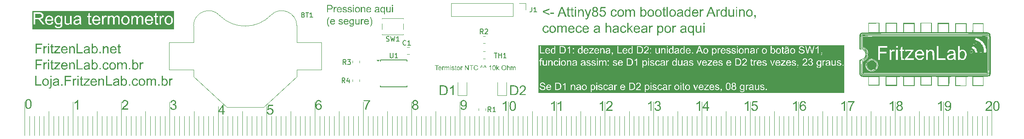
<source format=gbr>
%TF.GenerationSoftware,KiCad,Pcbnew,8.0.6*%
%TF.CreationDate,2024-11-01T21:04:54-03:00*%
%TF.ProjectId,regua-pcb-fritzenlab,72656775-612d-4706-9362-2d667269747a,rev?*%
%TF.SameCoordinates,Original*%
%TF.FileFunction,Legend,Top*%
%TF.FilePolarity,Positive*%
%FSLAX46Y46*%
G04 Gerber Fmt 4.6, Leading zero omitted, Abs format (unit mm)*
G04 Created by KiCad (PCBNEW 8.0.6) date 2024-11-01 21:04:54*
%MOMM*%
%LPD*%
G01*
G04 APERTURE LIST*
%ADD10C,0.100000*%
%ADD11C,0.150000*%
%ADD12C,0.000000*%
%ADD13C,0.120000*%
G04 APERTURE END LIST*
D10*
G36*
X116411628Y-78102083D02*
G01*
X116486174Y-78106090D01*
X116562438Y-78115579D01*
X116634723Y-78132407D01*
X116703802Y-78159850D01*
X116748918Y-78186653D01*
X116805103Y-78236174D01*
X116851614Y-78299601D01*
X116869818Y-78333565D01*
X116897948Y-78406861D01*
X116912328Y-78478756D01*
X116915980Y-78540928D01*
X116910107Y-78622878D01*
X116892488Y-78699148D01*
X116863124Y-78769739D01*
X116822013Y-78834649D01*
X116793248Y-78869190D01*
X116730103Y-78921580D01*
X116660938Y-78956245D01*
X116577888Y-78981455D01*
X116498073Y-78995242D01*
X116408616Y-79002464D01*
X116350314Y-79003646D01*
X115962700Y-79003646D01*
X115962700Y-79625000D01*
X115762665Y-79625000D01*
X115762665Y-78827791D01*
X115962700Y-78827791D01*
X116353244Y-78827791D01*
X116432653Y-78824267D01*
X116510225Y-78811610D01*
X116580688Y-78786369D01*
X116628384Y-78754152D01*
X116674690Y-78696468D01*
X116701774Y-78624672D01*
X116709717Y-78547156D01*
X116701796Y-78473166D01*
X116675549Y-78403763D01*
X116661723Y-78381559D01*
X116610311Y-78327211D01*
X116540564Y-78291777D01*
X116535694Y-78290334D01*
X116457884Y-78279757D01*
X116381861Y-78276991D01*
X116349214Y-78276779D01*
X115962700Y-78276779D01*
X115962700Y-78827791D01*
X115762665Y-78827791D01*
X115762665Y-78100924D01*
X116332728Y-78100924D01*
X116411628Y-78102083D01*
G37*
G36*
X117136531Y-79625000D02*
G01*
X117136531Y-78522976D01*
X117303593Y-78522976D01*
X117303593Y-78691870D01*
X117342469Y-78626203D01*
X117390120Y-78564264D01*
X117421196Y-78536898D01*
X117489460Y-78505696D01*
X117540631Y-78499528D01*
X117617319Y-78509445D01*
X117688966Y-78536201D01*
X117731140Y-78559612D01*
X117667393Y-78732903D01*
X117599249Y-78702952D01*
X117531106Y-78692969D01*
X117456648Y-78708905D01*
X117421929Y-78729972D01*
X117372355Y-78786930D01*
X117353053Y-78831821D01*
X117334076Y-78908912D01*
X117324375Y-78984195D01*
X117321912Y-79049075D01*
X117321912Y-79625000D01*
X117136531Y-79625000D01*
G37*
G36*
X118366376Y-78504899D02*
G01*
X118440170Y-78521012D01*
X118519100Y-78553387D01*
X118590316Y-78600383D01*
X118645219Y-78652302D01*
X118692532Y-78713959D01*
X118730056Y-78784348D01*
X118757790Y-78863470D01*
X118773425Y-78936075D01*
X118782262Y-79014745D01*
X118784438Y-79082048D01*
X118783705Y-79132606D01*
X117967445Y-79132606D01*
X117975825Y-79205758D01*
X117994933Y-79279701D01*
X118028582Y-79350570D01*
X118069295Y-79402616D01*
X118131169Y-79451882D01*
X118201844Y-79482902D01*
X118281321Y-79495674D01*
X118298272Y-79496039D01*
X118376127Y-79487272D01*
X118449017Y-79458220D01*
X118472295Y-79442916D01*
X118525978Y-79389294D01*
X118566731Y-79321227D01*
X118586601Y-79273290D01*
X118778576Y-79296737D01*
X118755002Y-79366250D01*
X118719001Y-79436936D01*
X118673337Y-79498279D01*
X118618010Y-79550280D01*
X118610415Y-79556123D01*
X118544813Y-79596515D01*
X118470738Y-79625366D01*
X118398974Y-79641144D01*
X118320722Y-79648086D01*
X118297173Y-79648447D01*
X118210676Y-79643230D01*
X118131159Y-79627581D01*
X118058623Y-79601499D01*
X117993068Y-79564984D01*
X117934494Y-79518037D01*
X117916521Y-79500069D01*
X117868710Y-79440091D01*
X117830792Y-79371716D01*
X117802765Y-79294943D01*
X117784630Y-79209771D01*
X117777073Y-79132381D01*
X117775837Y-79083147D01*
X117779307Y-78999511D01*
X117781899Y-78980198D01*
X117977704Y-78980198D01*
X118588799Y-78980198D01*
X118578228Y-78904741D01*
X118555626Y-78828100D01*
X118518824Y-78764043D01*
X118464808Y-78709851D01*
X118395070Y-78670438D01*
X118323557Y-78653688D01*
X118289113Y-78651936D01*
X118213171Y-78660666D01*
X118138809Y-78690434D01*
X118079547Y-78735829D01*
X118074057Y-78741329D01*
X118027339Y-78803067D01*
X117995718Y-78876540D01*
X117980169Y-78952700D01*
X117977704Y-78980198D01*
X117781899Y-78980198D01*
X117789719Y-78921939D01*
X117807071Y-78850432D01*
X117837056Y-78772628D01*
X117877035Y-78703557D01*
X117917986Y-78652669D01*
X117974268Y-78600625D01*
X118036499Y-78559349D01*
X118104682Y-78528840D01*
X118178815Y-78509100D01*
X118258898Y-78500127D01*
X118286915Y-78499528D01*
X118366376Y-78504899D01*
G37*
G36*
X118931350Y-79301866D02*
G01*
X119114898Y-79273290D01*
X119134167Y-79347015D01*
X119172483Y-79410954D01*
X119200628Y-79438520D01*
X119267329Y-79475762D01*
X119345322Y-79493287D01*
X119398098Y-79496039D01*
X119471571Y-79490923D01*
X119542737Y-79471277D01*
X119587875Y-79443649D01*
X119634311Y-79386313D01*
X119649790Y-79319818D01*
X119626123Y-79248148D01*
X119594836Y-79219801D01*
X119522402Y-79189505D01*
X119449945Y-79168110D01*
X119405425Y-79156420D01*
X119333306Y-79137538D01*
X119260301Y-79116746D01*
X119184058Y-79091971D01*
X119122592Y-79067027D01*
X119057119Y-79025371D01*
X119005736Y-78967096D01*
X119003157Y-78962979D01*
X118972657Y-78892821D01*
X118962491Y-78815701D01*
X118971900Y-78740847D01*
X118995830Y-78679780D01*
X119038180Y-78619316D01*
X119087055Y-78576099D01*
X119153401Y-78539806D01*
X119205024Y-78521877D01*
X119277426Y-78505836D01*
X119354496Y-78499616D01*
X119365125Y-78499528D01*
X119442613Y-78503106D01*
X119520659Y-78515306D01*
X119591172Y-78536165D01*
X119661948Y-78570225D01*
X119719370Y-78616507D01*
X119735153Y-78635450D01*
X119772333Y-78703520D01*
X119794138Y-78777622D01*
X119798900Y-78803244D01*
X119617550Y-78827791D01*
X119593645Y-78754060D01*
X119546109Y-78698464D01*
X119479761Y-78665068D01*
X119404939Y-78652663D01*
X119378681Y-78651936D01*
X119299434Y-78656958D01*
X119228105Y-78675841D01*
X119196231Y-78694434D01*
X119149319Y-78753282D01*
X119141643Y-78794085D01*
X119164357Y-78859298D01*
X119223743Y-78904018D01*
X119235432Y-78909124D01*
X119306598Y-78930863D01*
X119382629Y-78952186D01*
X119399197Y-78956751D01*
X119479572Y-78978920D01*
X119557476Y-79002024D01*
X119627327Y-79025170D01*
X119673604Y-79043213D01*
X119739356Y-79081493D01*
X119793166Y-79137055D01*
X119795969Y-79141032D01*
X119827788Y-79207981D01*
X119839910Y-79282814D01*
X119840300Y-79300401D01*
X119831351Y-79374493D01*
X119804505Y-79444957D01*
X119786078Y-79476256D01*
X119738885Y-79532601D01*
X119678092Y-79578540D01*
X119630006Y-79603384D01*
X119556782Y-79629040D01*
X119484654Y-79643122D01*
X119407231Y-79648403D01*
X119399197Y-79648447D01*
X119322806Y-79645381D01*
X119242701Y-79634056D01*
X119163046Y-79610895D01*
X119096075Y-79576835D01*
X119074232Y-79561252D01*
X119017753Y-79505334D01*
X118974026Y-79436084D01*
X118945861Y-79363338D01*
X118931350Y-79301866D01*
G37*
G36*
X119980617Y-79301866D02*
G01*
X120164166Y-79273290D01*
X120183434Y-79347015D01*
X120221750Y-79410954D01*
X120249895Y-79438520D01*
X120316596Y-79475762D01*
X120394589Y-79493287D01*
X120447365Y-79496039D01*
X120520838Y-79490923D01*
X120592005Y-79471277D01*
X120637142Y-79443649D01*
X120683579Y-79386313D01*
X120699057Y-79319818D01*
X120675390Y-79248148D01*
X120644103Y-79219801D01*
X120571670Y-79189505D01*
X120499213Y-79168110D01*
X120454692Y-79156420D01*
X120382573Y-79137538D01*
X120309569Y-79116746D01*
X120233325Y-79091971D01*
X120171859Y-79067027D01*
X120106386Y-79025371D01*
X120055003Y-78967096D01*
X120052424Y-78962979D01*
X120021925Y-78892821D01*
X120011758Y-78815701D01*
X120021167Y-78740847D01*
X120045097Y-78679780D01*
X120087448Y-78619316D01*
X120136322Y-78576099D01*
X120202668Y-78539806D01*
X120254291Y-78521877D01*
X120326693Y-78505836D01*
X120403764Y-78499616D01*
X120414392Y-78499528D01*
X120491880Y-78503106D01*
X120569926Y-78515306D01*
X120640439Y-78536165D01*
X120711215Y-78570225D01*
X120768637Y-78616507D01*
X120784420Y-78635450D01*
X120821601Y-78703520D01*
X120843405Y-78777622D01*
X120848168Y-78803244D01*
X120666817Y-78827791D01*
X120642912Y-78754060D01*
X120595376Y-78698464D01*
X120529028Y-78665068D01*
X120454206Y-78652663D01*
X120427948Y-78651936D01*
X120348702Y-78656958D01*
X120277372Y-78675841D01*
X120245498Y-78694434D01*
X120198587Y-78753282D01*
X120190910Y-78794085D01*
X120213625Y-78859298D01*
X120273010Y-78904018D01*
X120284699Y-78909124D01*
X120355865Y-78930863D01*
X120431896Y-78952186D01*
X120448464Y-78956751D01*
X120528839Y-78978920D01*
X120606743Y-79002024D01*
X120676595Y-79025170D01*
X120722871Y-79043213D01*
X120788623Y-79081493D01*
X120842433Y-79137055D01*
X120845237Y-79141032D01*
X120877056Y-79207981D01*
X120889177Y-79282814D01*
X120889567Y-79300401D01*
X120880618Y-79374493D01*
X120853772Y-79444957D01*
X120835345Y-79476256D01*
X120788153Y-79532601D01*
X120727359Y-79578540D01*
X120679274Y-79603384D01*
X120606049Y-79629040D01*
X120533921Y-79643122D01*
X120456498Y-79648403D01*
X120448464Y-79648447D01*
X120372073Y-79645381D01*
X120291968Y-79634056D01*
X120212313Y-79610895D01*
X120145343Y-79576835D01*
X120123499Y-79561252D01*
X120067020Y-79505334D01*
X120023293Y-79436084D01*
X119995129Y-79363338D01*
X119980617Y-79301866D01*
G37*
G36*
X121105355Y-78311950D02*
G01*
X121105355Y-78100924D01*
X121290736Y-78100924D01*
X121290736Y-78311950D01*
X121105355Y-78311950D01*
G37*
G36*
X121105355Y-79625000D02*
G01*
X121105355Y-78522976D01*
X121290736Y-78522976D01*
X121290736Y-79625000D01*
X121105355Y-79625000D01*
G37*
G36*
X122096037Y-78504758D02*
G01*
X122171973Y-78520446D01*
X122242114Y-78546592D01*
X122306458Y-78583197D01*
X122365006Y-78630260D01*
X122383234Y-78648272D01*
X122431916Y-78707907D01*
X122470526Y-78775527D01*
X122499064Y-78851132D01*
X122517529Y-78934723D01*
X122525223Y-79010483D01*
X122526482Y-79058600D01*
X122524254Y-79134966D01*
X122516022Y-79216017D01*
X122501724Y-79288408D01*
X122477956Y-79360536D01*
X122463101Y-79392358D01*
X122422871Y-79456488D01*
X122373482Y-79512039D01*
X122314936Y-79559012D01*
X122278454Y-79581402D01*
X122208680Y-79613811D01*
X122135370Y-79635614D01*
X122058525Y-79646810D01*
X122014305Y-79648447D01*
X121931255Y-79643243D01*
X121854387Y-79627633D01*
X121783702Y-79601615D01*
X121719199Y-79565191D01*
X121660878Y-79518359D01*
X121642812Y-79500436D01*
X121594628Y-79440346D01*
X121556413Y-79371086D01*
X121528167Y-79292656D01*
X121512244Y-79220291D01*
X121503244Y-79141559D01*
X121501029Y-79073988D01*
X121501042Y-79073621D01*
X121691905Y-79073621D01*
X121695125Y-79149296D01*
X121707021Y-79228140D01*
X121731350Y-79305798D01*
X121767127Y-79370175D01*
X121783496Y-79390893D01*
X121838783Y-79441720D01*
X121909051Y-79478686D01*
X121988620Y-79495115D01*
X122014305Y-79496039D01*
X122088317Y-79487664D01*
X122161919Y-79458713D01*
X122226433Y-79409082D01*
X122244016Y-79390160D01*
X122288291Y-79321822D01*
X122315482Y-79246334D01*
X122329882Y-79168899D01*
X122335249Y-79094070D01*
X122335607Y-79067393D01*
X122332361Y-78994097D01*
X122320370Y-78917441D01*
X122295846Y-78841512D01*
X122254463Y-78770981D01*
X122243283Y-78757449D01*
X122187992Y-78706444D01*
X122118197Y-78669350D01*
X122039600Y-78652863D01*
X122014305Y-78651936D01*
X121939762Y-78660224D01*
X121865774Y-78688875D01*
X121801088Y-78737991D01*
X121783496Y-78756716D01*
X121739221Y-78824146D01*
X121712030Y-78898341D01*
X121697629Y-78974268D01*
X121692262Y-79047525D01*
X121691905Y-79073621D01*
X121501042Y-79073621D01*
X121503674Y-79000160D01*
X121514418Y-78914813D01*
X121533426Y-78837178D01*
X121560700Y-78767252D01*
X121604337Y-78693518D01*
X121659876Y-78630887D01*
X121670289Y-78621528D01*
X121734961Y-78573991D01*
X121805559Y-78538130D01*
X121882082Y-78513944D01*
X121964531Y-78501435D01*
X122014305Y-78499528D01*
X122096037Y-78504758D01*
G37*
G36*
X122738241Y-79625000D02*
G01*
X122738241Y-78522976D01*
X122904937Y-78522976D01*
X122904937Y-78677581D01*
X122953911Y-78617071D01*
X123010432Y-78569080D01*
X123085914Y-78528914D01*
X123158789Y-78508049D01*
X123239212Y-78499702D01*
X123253349Y-78499528D01*
X123331060Y-78505454D01*
X123403450Y-78523231D01*
X123435066Y-78535432D01*
X123499771Y-78570875D01*
X123553970Y-78622029D01*
X123559263Y-78629221D01*
X123596219Y-78696929D01*
X123617149Y-78766974D01*
X123625153Y-78843884D01*
X123627317Y-78924693D01*
X123627407Y-78948325D01*
X123627407Y-79625000D01*
X123442027Y-79625000D01*
X123442027Y-78953087D01*
X123438987Y-78875498D01*
X123426638Y-78801406D01*
X123420411Y-78782362D01*
X123380226Y-78720395D01*
X123343475Y-78691870D01*
X123275507Y-78664319D01*
X123214148Y-78657798D01*
X123136602Y-78666759D01*
X123066675Y-78693643D01*
X123009717Y-78733635D01*
X122964315Y-78794379D01*
X122937830Y-78871868D01*
X122926648Y-78947084D01*
X122923621Y-79021964D01*
X122923621Y-79625000D01*
X122738241Y-79625000D01*
G37*
G36*
X124434834Y-78504899D02*
G01*
X124508628Y-78521012D01*
X124587558Y-78553387D01*
X124658774Y-78600383D01*
X124713677Y-78652302D01*
X124760990Y-78713959D01*
X124798513Y-78784348D01*
X124826248Y-78863470D01*
X124841883Y-78936075D01*
X124850720Y-79014745D01*
X124852896Y-79082048D01*
X124852163Y-79132606D01*
X124035903Y-79132606D01*
X124044283Y-79205758D01*
X124063391Y-79279701D01*
X124097040Y-79350570D01*
X124137752Y-79402616D01*
X124199627Y-79451882D01*
X124270302Y-79482902D01*
X124349779Y-79495674D01*
X124366730Y-79496039D01*
X124444585Y-79487272D01*
X124517474Y-79458220D01*
X124540753Y-79442916D01*
X124594436Y-79389294D01*
X124635189Y-79321227D01*
X124655059Y-79273290D01*
X124847034Y-79296737D01*
X124823459Y-79366250D01*
X124787458Y-79436936D01*
X124741794Y-79498279D01*
X124686468Y-79550280D01*
X124678872Y-79556123D01*
X124613270Y-79596515D01*
X124539196Y-79625366D01*
X124467431Y-79641144D01*
X124389180Y-79648086D01*
X124365631Y-79648447D01*
X124279133Y-79643230D01*
X124199617Y-79627581D01*
X124127081Y-79601499D01*
X124061526Y-79564984D01*
X124002952Y-79518037D01*
X123984979Y-79500069D01*
X123937168Y-79440091D01*
X123899249Y-79371716D01*
X123871222Y-79294943D01*
X123853087Y-79209771D01*
X123845531Y-79132381D01*
X123844295Y-79083147D01*
X123847765Y-78999511D01*
X123850357Y-78980198D01*
X124046161Y-78980198D01*
X124657257Y-78980198D01*
X124646686Y-78904741D01*
X124624084Y-78828100D01*
X124587281Y-78764043D01*
X124533266Y-78709851D01*
X124463528Y-78670438D01*
X124392015Y-78653688D01*
X124357571Y-78651936D01*
X124281629Y-78660666D01*
X124207267Y-78690434D01*
X124148005Y-78735829D01*
X124142515Y-78741329D01*
X124095797Y-78803067D01*
X124064176Y-78876540D01*
X124048627Y-78952700D01*
X124046161Y-78980198D01*
X123850357Y-78980198D01*
X123858176Y-78921939D01*
X123875529Y-78850432D01*
X123905513Y-78772628D01*
X123945493Y-78703557D01*
X123986444Y-78652669D01*
X124042725Y-78600625D01*
X124104957Y-78559349D01*
X124173140Y-78528840D01*
X124247272Y-78509100D01*
X124327356Y-78500127D01*
X124355373Y-78499528D01*
X124434834Y-78504899D01*
G37*
G36*
X126194728Y-78502166D02*
G01*
X126267872Y-78511282D01*
X126342138Y-78530816D01*
X126347662Y-78532868D01*
X126415372Y-78565015D01*
X126473646Y-78612912D01*
X126476256Y-78616032D01*
X126514947Y-78680960D01*
X126534141Y-78743161D01*
X126541547Y-78820969D01*
X126543264Y-78899760D01*
X126543300Y-78914986D01*
X126543300Y-79163747D01*
X126543586Y-79240365D01*
X126544686Y-79319980D01*
X126547010Y-79395870D01*
X126552276Y-79472535D01*
X126555024Y-79492742D01*
X126574384Y-79564372D01*
X126602285Y-79625000D01*
X126408478Y-79625000D01*
X126382525Y-79551970D01*
X126371475Y-79486514D01*
X126314147Y-79532270D01*
X126251807Y-79573457D01*
X126184887Y-79607028D01*
X126172906Y-79611810D01*
X126099507Y-79634136D01*
X126022193Y-79646157D01*
X125968475Y-79648447D01*
X125893594Y-79644187D01*
X125817763Y-79628885D01*
X125744878Y-79598369D01*
X125691137Y-79559420D01*
X125640132Y-79498949D01*
X125608018Y-79428817D01*
X125594795Y-79349026D01*
X125594417Y-79331908D01*
X125595062Y-79326046D01*
X125792254Y-79326046D01*
X125808073Y-79399100D01*
X125848307Y-79451709D01*
X125912552Y-79487736D01*
X125986593Y-79501117D01*
X126012805Y-79501901D01*
X126089913Y-79495255D01*
X126165773Y-79473055D01*
X126203314Y-79454640D01*
X126263867Y-79410199D01*
X126312714Y-79349491D01*
X126326046Y-79324581D01*
X126347610Y-79251798D01*
X126355355Y-79174329D01*
X126356088Y-79137002D01*
X126356088Y-79068126D01*
X126283051Y-79092362D01*
X126210454Y-79110050D01*
X126136601Y-79124288D01*
X126053105Y-79137369D01*
X125976752Y-79150575D01*
X125904121Y-79169946D01*
X125891172Y-79175104D01*
X125830296Y-79219585D01*
X125817899Y-79236287D01*
X125793155Y-79307821D01*
X125792254Y-79326046D01*
X125595062Y-79326046D01*
X125602467Y-79258798D01*
X125628799Y-79187735D01*
X125631053Y-79183531D01*
X125673277Y-79122897D01*
X125726674Y-79075819D01*
X125793974Y-79038195D01*
X125860397Y-79014270D01*
X125934114Y-78999010D01*
X126011694Y-78987759D01*
X126025261Y-78986060D01*
X126105319Y-78975533D01*
X126188203Y-78962340D01*
X126269061Y-78946059D01*
X126342345Y-78926211D01*
X126356088Y-78921580D01*
X126356821Y-78873220D01*
X126349453Y-78798190D01*
X126319524Y-78730629D01*
X126304431Y-78714584D01*
X126241387Y-78676408D01*
X126166490Y-78656892D01*
X126093039Y-78651936D01*
X126017984Y-78656229D01*
X125945581Y-78672716D01*
X125899965Y-78695900D01*
X125848659Y-78751928D01*
X125815655Y-78824448D01*
X125807641Y-78851238D01*
X125626290Y-78826325D01*
X125647141Y-78753899D01*
X125678379Y-78686640D01*
X125707623Y-78644242D01*
X125762046Y-78593006D01*
X125826987Y-78555156D01*
X125871388Y-78537264D01*
X125949214Y-78515780D01*
X126026952Y-78503987D01*
X126102606Y-78499676D01*
X126120150Y-78499528D01*
X126194728Y-78502166D01*
G37*
G36*
X127295233Y-78505543D02*
G01*
X127372753Y-78527765D01*
X127441963Y-78566361D01*
X127502864Y-78621331D01*
X127541277Y-78670621D01*
X127541277Y-78522976D01*
X127708339Y-78522976D01*
X127708339Y-80047051D01*
X127522958Y-80047051D01*
X127522958Y-79507397D01*
X127471026Y-79563084D01*
X127406535Y-79605974D01*
X127401692Y-79608513D01*
X127331838Y-79635812D01*
X127258197Y-79647823D01*
X127236461Y-79648447D01*
X127153785Y-79640979D01*
X127076297Y-79618574D01*
X127003999Y-79581233D01*
X126936890Y-79528955D01*
X126900872Y-79492376D01*
X126853186Y-79429641D01*
X126815366Y-79358767D01*
X126787412Y-79279753D01*
X126771654Y-79207689D01*
X126762747Y-79129973D01*
X126760797Y-79071057D01*
X126951064Y-79071057D01*
X126954181Y-79147006D01*
X126965696Y-79226171D01*
X126989246Y-79304195D01*
X127023879Y-79368939D01*
X127039724Y-79389794D01*
X127092348Y-79441153D01*
X127157278Y-79478505D01*
X127229005Y-79495105D01*
X127251849Y-79496039D01*
X127329517Y-79484091D01*
X127399306Y-79448246D01*
X127455914Y-79394923D01*
X127497178Y-79329727D01*
X127522520Y-79257811D01*
X127535941Y-79184103D01*
X127541193Y-79100332D01*
X127541277Y-79087543D01*
X127538108Y-79008949D01*
X127526402Y-78926959D01*
X127506071Y-78855417D01*
X127472274Y-78786449D01*
X127451151Y-78757083D01*
X127397963Y-78703421D01*
X127333019Y-78664395D01*
X127254473Y-78646508D01*
X127239392Y-78646074D01*
X127160854Y-78658282D01*
X127090975Y-78694907D01*
X127034961Y-78749389D01*
X126994405Y-78816455D01*
X126969498Y-78891445D01*
X126956307Y-78968933D01*
X126951391Y-79044169D01*
X126951064Y-79071057D01*
X126760797Y-79071057D01*
X126760554Y-79063729D01*
X126764126Y-78983061D01*
X126774842Y-78906651D01*
X126792703Y-78834500D01*
X126817707Y-78766608D01*
X126853913Y-78697668D01*
X126898233Y-78638813D01*
X126956994Y-78585246D01*
X126983304Y-78567306D01*
X127053385Y-78531564D01*
X127127617Y-78509060D01*
X127205999Y-78499793D01*
X127222173Y-78499528D01*
X127295233Y-78505543D01*
G37*
G36*
X128710345Y-79625000D02*
G01*
X128710345Y-79464166D01*
X128659177Y-79526792D01*
X128601569Y-79576462D01*
X128537521Y-79613174D01*
X128467033Y-79636929D01*
X128390105Y-79647727D01*
X128363032Y-79648447D01*
X128286563Y-79642279D01*
X128214326Y-79623777D01*
X128182414Y-79611078D01*
X128117208Y-79574733D01*
X128062780Y-79524266D01*
X128057484Y-79517288D01*
X128021100Y-79450208D01*
X128000331Y-79379169D01*
X127991469Y-79302582D01*
X127989073Y-79226607D01*
X127988974Y-79204780D01*
X127988974Y-78522976D01*
X128174720Y-78522976D01*
X128174720Y-79134804D01*
X128175619Y-79209672D01*
X128179612Y-79285965D01*
X128186078Y-79332274D01*
X128215540Y-79401624D01*
X128260083Y-79448046D01*
X128327967Y-79480920D01*
X128400401Y-79490177D01*
X128476194Y-79480759D01*
X128547641Y-79452503D01*
X128556838Y-79447313D01*
X128616113Y-79399941D01*
X128658577Y-79334328D01*
X128660519Y-79329710D01*
X128680208Y-79258218D01*
X128689027Y-79180439D01*
X128690928Y-79113921D01*
X128690928Y-78522976D01*
X128876308Y-78522976D01*
X128876308Y-79625000D01*
X128710345Y-79625000D01*
G37*
G36*
X129162438Y-78311950D02*
G01*
X129162438Y-78100924D01*
X129347819Y-78100924D01*
X129347819Y-78311950D01*
X129162438Y-78311950D01*
G37*
G36*
X129162438Y-79625000D02*
G01*
X129162438Y-78522976D01*
X129347819Y-78522976D01*
X129347819Y-79625000D01*
X129162438Y-79625000D01*
G37*
G36*
X116093492Y-82590498D02*
G01*
X116046675Y-82527971D01*
X116002166Y-82462207D01*
X115959964Y-82393204D01*
X115920070Y-82320963D01*
X115882484Y-82245485D01*
X115847205Y-82166768D01*
X115833740Y-82134375D01*
X115803238Y-82052183D01*
X115777905Y-81969096D01*
X115757743Y-81885115D01*
X115742750Y-81800239D01*
X115732927Y-81714469D01*
X115728274Y-81627805D01*
X115727861Y-81592889D01*
X115729793Y-81516338D01*
X115735589Y-81440790D01*
X115745249Y-81366244D01*
X115758773Y-81292699D01*
X115776161Y-81220156D01*
X115797413Y-81148615D01*
X115806995Y-81120279D01*
X115838430Y-81038253D01*
X115874801Y-80956352D01*
X115916110Y-80874577D01*
X115952712Y-80809246D01*
X115992474Y-80743996D01*
X116035396Y-80678827D01*
X116081478Y-80613737D01*
X116093492Y-80597477D01*
X116226482Y-80597477D01*
X116189613Y-80661896D01*
X116150802Y-80731242D01*
X116113010Y-80801174D01*
X116079693Y-80866627D01*
X116061618Y-80905589D01*
X116031806Y-80977832D01*
X116005382Y-81051677D01*
X115982346Y-81127125D01*
X115962700Y-81204176D01*
X115947635Y-81276931D01*
X115935686Y-81349840D01*
X115926855Y-81422904D01*
X115921141Y-81496123D01*
X115918543Y-81569496D01*
X115918370Y-81593988D01*
X115921078Y-81687473D01*
X115929202Y-81780945D01*
X115942742Y-81874404D01*
X115961698Y-81967851D01*
X115986071Y-82061285D01*
X116015859Y-82154705D01*
X116051063Y-82248113D01*
X116091683Y-82341508D01*
X116137720Y-82434890D01*
X116189172Y-82528259D01*
X116226482Y-82590498D01*
X116093492Y-82590498D01*
G37*
G36*
X116966865Y-81024899D02*
G01*
X117040658Y-81041012D01*
X117119588Y-81073387D01*
X117190805Y-81120383D01*
X117245708Y-81172302D01*
X117293020Y-81233959D01*
X117330544Y-81304348D01*
X117358279Y-81383470D01*
X117373914Y-81456075D01*
X117382751Y-81534745D01*
X117384926Y-81602048D01*
X117384193Y-81652606D01*
X116567934Y-81652606D01*
X116576314Y-81725758D01*
X116595422Y-81799701D01*
X116629071Y-81870570D01*
X116669783Y-81922616D01*
X116731657Y-81971882D01*
X116802333Y-82002902D01*
X116881809Y-82015674D01*
X116898761Y-82016039D01*
X116976616Y-82007272D01*
X117049505Y-81978220D01*
X117072784Y-81962916D01*
X117126467Y-81909294D01*
X117167219Y-81841227D01*
X117187090Y-81793290D01*
X117379064Y-81816737D01*
X117355490Y-81886250D01*
X117319489Y-81956936D01*
X117273825Y-82018279D01*
X117218498Y-82070280D01*
X117210903Y-82076123D01*
X117145301Y-82116515D01*
X117071227Y-82145366D01*
X116999462Y-82161144D01*
X116921211Y-82168086D01*
X116897662Y-82168447D01*
X116811164Y-82163230D01*
X116731647Y-82147581D01*
X116659111Y-82121499D01*
X116593557Y-82084984D01*
X116534983Y-82038037D01*
X116517009Y-82020069D01*
X116469199Y-81960091D01*
X116431280Y-81891716D01*
X116403253Y-81814943D01*
X116385118Y-81729771D01*
X116377562Y-81652381D01*
X116376325Y-81603147D01*
X116379796Y-81519511D01*
X116382388Y-81500198D01*
X116578192Y-81500198D01*
X117189288Y-81500198D01*
X117178716Y-81424741D01*
X117156115Y-81348100D01*
X117119312Y-81284043D01*
X117065297Y-81229851D01*
X116995559Y-81190438D01*
X116924046Y-81173688D01*
X116889602Y-81171936D01*
X116813660Y-81180666D01*
X116739298Y-81210434D01*
X116680035Y-81255829D01*
X116674546Y-81261329D01*
X116627827Y-81323067D01*
X116596207Y-81396540D01*
X116580658Y-81472700D01*
X116578192Y-81500198D01*
X116382388Y-81500198D01*
X116390207Y-81441939D01*
X116407559Y-81370432D01*
X116437544Y-81292628D01*
X116477524Y-81223557D01*
X116518475Y-81172669D01*
X116574756Y-81120625D01*
X116636988Y-81079349D01*
X116705170Y-81048840D01*
X116779303Y-81029100D01*
X116859387Y-81020127D01*
X116887404Y-81019528D01*
X116966865Y-81024899D01*
G37*
G36*
X118115090Y-81821866D02*
G01*
X118298639Y-81793290D01*
X118317907Y-81867015D01*
X118356223Y-81930954D01*
X118384368Y-81958520D01*
X118451070Y-81995762D01*
X118529062Y-82013287D01*
X118581838Y-82016039D01*
X118655312Y-82010923D01*
X118726478Y-81991277D01*
X118771615Y-81963649D01*
X118818052Y-81906313D01*
X118833531Y-81839818D01*
X118809864Y-81768148D01*
X118778576Y-81739801D01*
X118706143Y-81709505D01*
X118633686Y-81688110D01*
X118589166Y-81676420D01*
X118517046Y-81657538D01*
X118444042Y-81636746D01*
X118367799Y-81611971D01*
X118306332Y-81587027D01*
X118240859Y-81545371D01*
X118189476Y-81487096D01*
X118186898Y-81482979D01*
X118156398Y-81412821D01*
X118146231Y-81335701D01*
X118155640Y-81260847D01*
X118179570Y-81199780D01*
X118221921Y-81139316D01*
X118270795Y-81096099D01*
X118337141Y-81059806D01*
X118388764Y-81041877D01*
X118461166Y-81025836D01*
X118538237Y-81019616D01*
X118548866Y-81019528D01*
X118626353Y-81023106D01*
X118704399Y-81035306D01*
X118774912Y-81056165D01*
X118845688Y-81090225D01*
X118903110Y-81136507D01*
X118918893Y-81155450D01*
X118956074Y-81223520D01*
X118977878Y-81297622D01*
X118982641Y-81323244D01*
X118801290Y-81347791D01*
X118777385Y-81274060D01*
X118729849Y-81218464D01*
X118663501Y-81185068D01*
X118588679Y-81172663D01*
X118562421Y-81171936D01*
X118483175Y-81176958D01*
X118411845Y-81195841D01*
X118379972Y-81214434D01*
X118333060Y-81273282D01*
X118325383Y-81314085D01*
X118348098Y-81379298D01*
X118407483Y-81424018D01*
X118419173Y-81429124D01*
X118490338Y-81450863D01*
X118566369Y-81472186D01*
X118582937Y-81476751D01*
X118663312Y-81498920D01*
X118741216Y-81522024D01*
X118811068Y-81545170D01*
X118857344Y-81563213D01*
X118923097Y-81601493D01*
X118976906Y-81657055D01*
X118979710Y-81661032D01*
X119011529Y-81727981D01*
X119023650Y-81802814D01*
X119024040Y-81820401D01*
X119015091Y-81894493D01*
X118988245Y-81964957D01*
X118969818Y-81996256D01*
X118922626Y-82052601D01*
X118861832Y-82098540D01*
X118813747Y-82123384D01*
X118740522Y-82149040D01*
X118668394Y-82163122D01*
X118590971Y-82168403D01*
X118582937Y-82168447D01*
X118506546Y-82165381D01*
X118426442Y-82154056D01*
X118346786Y-82130895D01*
X118279816Y-82096835D01*
X118257972Y-82081252D01*
X118201494Y-82025334D01*
X118157766Y-81956084D01*
X118129602Y-81883338D01*
X118115090Y-81821866D01*
G37*
G36*
X119767353Y-81024899D02*
G01*
X119841147Y-81041012D01*
X119920077Y-81073387D01*
X119991293Y-81120383D01*
X120046196Y-81172302D01*
X120093509Y-81233959D01*
X120131033Y-81304348D01*
X120158767Y-81383470D01*
X120174402Y-81456075D01*
X120183239Y-81534745D01*
X120185415Y-81602048D01*
X120184682Y-81652606D01*
X119368422Y-81652606D01*
X119376802Y-81725758D01*
X119395910Y-81799701D01*
X119429559Y-81870570D01*
X119470272Y-81922616D01*
X119532146Y-81971882D01*
X119602821Y-82002902D01*
X119682298Y-82015674D01*
X119699249Y-82016039D01*
X119777104Y-82007272D01*
X119849994Y-81978220D01*
X119873272Y-81962916D01*
X119926955Y-81909294D01*
X119967708Y-81841227D01*
X119987578Y-81793290D01*
X120179553Y-81816737D01*
X120155979Y-81886250D01*
X120119978Y-81956936D01*
X120074314Y-82018279D01*
X120018987Y-82070280D01*
X120011392Y-82076123D01*
X119945790Y-82116515D01*
X119871715Y-82145366D01*
X119799950Y-82161144D01*
X119721699Y-82168086D01*
X119698150Y-82168447D01*
X119611652Y-82163230D01*
X119532136Y-82147581D01*
X119459600Y-82121499D01*
X119394045Y-82084984D01*
X119335471Y-82038037D01*
X119317498Y-82020069D01*
X119269687Y-81960091D01*
X119231769Y-81891716D01*
X119203742Y-81814943D01*
X119185607Y-81729771D01*
X119178050Y-81652381D01*
X119176814Y-81603147D01*
X119180284Y-81519511D01*
X119182876Y-81500198D01*
X119378681Y-81500198D01*
X119989776Y-81500198D01*
X119979205Y-81424741D01*
X119956603Y-81348100D01*
X119919801Y-81284043D01*
X119865785Y-81229851D01*
X119796047Y-81190438D01*
X119724534Y-81173688D01*
X119690090Y-81171936D01*
X119614148Y-81180666D01*
X119539786Y-81210434D01*
X119480524Y-81255829D01*
X119475034Y-81261329D01*
X119428316Y-81323067D01*
X119396695Y-81396540D01*
X119381146Y-81472700D01*
X119378681Y-81500198D01*
X119182876Y-81500198D01*
X119190696Y-81441939D01*
X119208048Y-81370432D01*
X119238032Y-81292628D01*
X119278012Y-81223557D01*
X119318963Y-81172669D01*
X119375244Y-81120625D01*
X119437476Y-81079349D01*
X119505659Y-81048840D01*
X119579792Y-81029100D01*
X119659875Y-81020127D01*
X119687892Y-81019528D01*
X119767353Y-81024899D01*
G37*
G36*
X120890863Y-81026962D02*
G01*
X120965871Y-81049261D01*
X121034357Y-81086427D01*
X121096322Y-81138459D01*
X121128803Y-81174867D01*
X121128803Y-81042976D01*
X121299895Y-81042976D01*
X121299895Y-81994424D01*
X121298625Y-82071128D01*
X121293747Y-82153491D01*
X121283434Y-82236233D01*
X121265551Y-82313192D01*
X121247871Y-82358590D01*
X121209417Y-82421280D01*
X121159085Y-82475168D01*
X121096875Y-82520255D01*
X121083007Y-82528217D01*
X121015419Y-82558324D01*
X120939601Y-82578577D01*
X120865298Y-82588309D01*
X120805303Y-82590498D01*
X120723305Y-82586291D01*
X120648495Y-82573669D01*
X120571799Y-82548939D01*
X120504491Y-82513218D01*
X120489131Y-82502571D01*
X120431184Y-82446305D01*
X120392943Y-82376012D01*
X120375495Y-82301755D01*
X120372627Y-82238789D01*
X120552878Y-82265533D01*
X120574310Y-82337432D01*
X120615893Y-82386800D01*
X120685837Y-82421862D01*
X120761193Y-82436288D01*
X120804204Y-82438091D01*
X120879044Y-82433046D01*
X120953645Y-82413675D01*
X121003140Y-82386434D01*
X121055743Y-82333309D01*
X121091096Y-82264337D01*
X121098028Y-82241720D01*
X121107585Y-82168049D01*
X121110805Y-82086061D01*
X121111217Y-82002850D01*
X121055288Y-82058238D01*
X120993609Y-82100023D01*
X120916077Y-82131118D01*
X120842075Y-82143750D01*
X120808600Y-82145000D01*
X120727551Y-82139242D01*
X120653663Y-82121970D01*
X120576511Y-82087266D01*
X120509106Y-82036889D01*
X120459089Y-81981235D01*
X120417130Y-81917530D01*
X120383852Y-81849240D01*
X120359256Y-81776365D01*
X120343341Y-81698905D01*
X120336106Y-81616860D01*
X120335624Y-81588492D01*
X120336243Y-81574937D01*
X120526133Y-81574937D01*
X120529135Y-81652410D01*
X120540222Y-81732344D01*
X120562896Y-81809916D01*
X120601159Y-81879613D01*
X120611496Y-81892575D01*
X120669263Y-81945318D01*
X120735402Y-81978527D01*
X120809913Y-81992201D01*
X120825819Y-81992592D01*
X120901690Y-81982896D01*
X120969474Y-81953809D01*
X121029173Y-81905330D01*
X121040143Y-81893307D01*
X121082115Y-81828328D01*
X121107892Y-81755581D01*
X121121544Y-81680358D01*
X121126886Y-81594335D01*
X121126971Y-81581165D01*
X121122693Y-81497153D01*
X121109861Y-81422714D01*
X121084719Y-81349361D01*
X121043078Y-81281783D01*
X121037578Y-81275251D01*
X120978359Y-81220768D01*
X120911984Y-81186465D01*
X120838453Y-81172340D01*
X120822889Y-81171936D01*
X120749143Y-81181846D01*
X120676454Y-81215641D01*
X120618036Y-81267175D01*
X120612595Y-81273419D01*
X120570800Y-81338299D01*
X120545131Y-81409058D01*
X120531537Y-81481079D01*
X120526218Y-81562531D01*
X120526133Y-81574937D01*
X120336243Y-81574937D01*
X120339150Y-81511258D01*
X120349729Y-81437092D01*
X120370060Y-81357323D01*
X120392044Y-81297965D01*
X120428015Y-81227763D01*
X120472042Y-81167182D01*
X120530410Y-81111154D01*
X120556542Y-81092069D01*
X120627510Y-81053815D01*
X120697623Y-81031500D01*
X120773647Y-81020662D01*
X120809333Y-81019528D01*
X120890863Y-81026962D01*
G37*
G36*
X122291643Y-82145000D02*
G01*
X122291643Y-81984166D01*
X122240475Y-82046792D01*
X122182867Y-82096462D01*
X122118819Y-82133174D01*
X122048331Y-82156929D01*
X121971403Y-82167727D01*
X121944330Y-82168447D01*
X121867861Y-82162279D01*
X121795624Y-82143777D01*
X121763712Y-82131078D01*
X121698506Y-82094733D01*
X121644078Y-82044266D01*
X121638782Y-82037288D01*
X121602398Y-81970208D01*
X121581629Y-81899169D01*
X121572767Y-81822582D01*
X121570371Y-81746607D01*
X121570272Y-81724780D01*
X121570272Y-81042976D01*
X121756018Y-81042976D01*
X121756018Y-81654804D01*
X121756917Y-81729672D01*
X121760910Y-81805965D01*
X121767376Y-81852274D01*
X121796838Y-81921624D01*
X121841381Y-81968046D01*
X121909265Y-82000920D01*
X121981699Y-82010177D01*
X122057492Y-82000759D01*
X122128939Y-81972503D01*
X122138136Y-81967313D01*
X122197411Y-81919941D01*
X122239875Y-81854328D01*
X122241817Y-81849710D01*
X122261506Y-81778218D01*
X122270325Y-81700439D01*
X122272226Y-81633921D01*
X122272226Y-81042976D01*
X122457606Y-81042976D01*
X122457606Y-82145000D01*
X122291643Y-82145000D01*
G37*
G36*
X122740439Y-82145000D02*
G01*
X122740439Y-81042976D01*
X122907501Y-81042976D01*
X122907501Y-81211870D01*
X122946377Y-81146203D01*
X122994028Y-81084264D01*
X123025104Y-81056898D01*
X123093367Y-81025696D01*
X123144539Y-81019528D01*
X123221226Y-81029445D01*
X123292874Y-81056201D01*
X123335048Y-81079612D01*
X123271301Y-81252903D01*
X123203157Y-81222952D01*
X123135013Y-81212969D01*
X123060556Y-81228905D01*
X123025837Y-81249972D01*
X122976263Y-81306930D01*
X122956960Y-81351821D01*
X122937984Y-81428912D01*
X122928283Y-81504195D01*
X122925819Y-81569075D01*
X122925819Y-82145000D01*
X122740439Y-82145000D01*
G37*
G36*
X123970284Y-81024899D02*
G01*
X124044078Y-81041012D01*
X124123008Y-81073387D01*
X124194224Y-81120383D01*
X124249127Y-81172302D01*
X124296440Y-81233959D01*
X124333963Y-81304348D01*
X124361698Y-81383470D01*
X124377333Y-81456075D01*
X124386170Y-81534745D01*
X124388346Y-81602048D01*
X124387613Y-81652606D01*
X123571353Y-81652606D01*
X123579733Y-81725758D01*
X123598841Y-81799701D01*
X123632490Y-81870570D01*
X123673203Y-81922616D01*
X123735077Y-81971882D01*
X123805752Y-82002902D01*
X123885229Y-82015674D01*
X123902180Y-82016039D01*
X123980035Y-82007272D01*
X124052924Y-81978220D01*
X124076203Y-81962916D01*
X124129886Y-81909294D01*
X124170639Y-81841227D01*
X124190509Y-81793290D01*
X124382484Y-81816737D01*
X124358909Y-81886250D01*
X124322908Y-81956936D01*
X124277245Y-82018279D01*
X124221918Y-82070280D01*
X124214323Y-82076123D01*
X124148720Y-82116515D01*
X124074646Y-82145366D01*
X124002881Y-82161144D01*
X123924630Y-82168086D01*
X123901081Y-82168447D01*
X123814583Y-82163230D01*
X123735067Y-82147581D01*
X123662531Y-82121499D01*
X123596976Y-82084984D01*
X123538402Y-82038037D01*
X123520429Y-82020069D01*
X123472618Y-81960091D01*
X123434699Y-81891716D01*
X123406673Y-81814943D01*
X123388538Y-81729771D01*
X123380981Y-81652381D01*
X123379745Y-81603147D01*
X123383215Y-81519511D01*
X123385807Y-81500198D01*
X123581612Y-81500198D01*
X124192707Y-81500198D01*
X124182136Y-81424741D01*
X124159534Y-81348100D01*
X124122732Y-81284043D01*
X124068716Y-81229851D01*
X123998978Y-81190438D01*
X123927465Y-81173688D01*
X123893021Y-81171936D01*
X123817079Y-81180666D01*
X123742717Y-81210434D01*
X123683455Y-81255829D01*
X123677965Y-81261329D01*
X123631247Y-81323067D01*
X123599626Y-81396540D01*
X123584077Y-81472700D01*
X123581612Y-81500198D01*
X123385807Y-81500198D01*
X123393627Y-81441939D01*
X123410979Y-81370432D01*
X123440963Y-81292628D01*
X123480943Y-81223557D01*
X123521894Y-81172669D01*
X123578175Y-81120625D01*
X123640407Y-81079349D01*
X123708590Y-81048840D01*
X123782723Y-81029100D01*
X123862806Y-81020127D01*
X123890823Y-81019528D01*
X123970284Y-81024899D01*
G37*
G36*
X124731263Y-82590498D02*
G01*
X124598272Y-82590498D01*
X124653335Y-82497138D01*
X124702982Y-82403764D01*
X124747213Y-82310378D01*
X124786028Y-82216979D01*
X124819427Y-82123566D01*
X124847410Y-82030141D01*
X124869977Y-81936704D01*
X124887128Y-81843253D01*
X124898862Y-81749789D01*
X124905181Y-81656312D01*
X124906385Y-81593988D01*
X124904263Y-81508857D01*
X124897900Y-81424006D01*
X124887293Y-81339436D01*
X124874826Y-81267171D01*
X124862055Y-81207107D01*
X124842752Y-81130193D01*
X124820014Y-81054791D01*
X124793842Y-80980900D01*
X124764235Y-80908520D01*
X124730712Y-80838002D01*
X124691888Y-80764122D01*
X124655769Y-80698525D01*
X124613647Y-80624194D01*
X124598272Y-80597477D01*
X124731263Y-80597477D01*
X124778048Y-80662547D01*
X124821686Y-80727696D01*
X124862175Y-80792926D01*
X124899515Y-80858237D01*
X124933707Y-80923627D01*
X124972020Y-81005477D01*
X125005413Y-81087453D01*
X125017393Y-81120279D01*
X125040296Y-81191419D01*
X125059317Y-81263561D01*
X125074457Y-81336705D01*
X125085714Y-81410851D01*
X125093090Y-81485999D01*
X125096584Y-81562148D01*
X125096894Y-81592889D01*
X125094291Y-81679911D01*
X125086483Y-81766039D01*
X125073469Y-81851272D01*
X125055249Y-81935611D01*
X125031823Y-82019055D01*
X125003192Y-82101605D01*
X124990282Y-82134375D01*
X124955848Y-82214387D01*
X124919177Y-82291160D01*
X124880271Y-82364696D01*
X124839128Y-82434994D01*
X124795749Y-82502054D01*
X124750135Y-82565876D01*
X124731263Y-82590498D01*
G37*
G36*
X138364654Y-91630000D02*
G01*
X138364654Y-90731186D01*
X138032972Y-90731186D01*
X138032972Y-90613949D01*
X138831158Y-90613949D01*
X138831158Y-90731186D01*
X138498011Y-90731186D01*
X138498011Y-91630000D01*
X138364654Y-91630000D01*
G37*
G36*
X139144739Y-90883266D02*
G01*
X139193935Y-90894008D01*
X139246555Y-90915591D01*
X139294032Y-90946922D01*
X139330635Y-90981535D01*
X139362176Y-91022639D01*
X139387192Y-91069565D01*
X139405682Y-91122313D01*
X139416105Y-91170717D01*
X139421997Y-91223163D01*
X139423447Y-91268032D01*
X139422958Y-91301737D01*
X138878785Y-91301737D01*
X138884372Y-91350505D01*
X138897111Y-91399800D01*
X138919543Y-91447046D01*
X138946685Y-91481744D01*
X138987934Y-91514588D01*
X139035051Y-91535268D01*
X139088036Y-91543783D01*
X139099337Y-91544026D01*
X139151240Y-91538181D01*
X139199833Y-91518813D01*
X139215352Y-91508611D01*
X139251141Y-91472862D01*
X139278309Y-91427485D01*
X139291556Y-91395526D01*
X139419539Y-91411158D01*
X139403823Y-91457500D01*
X139379822Y-91504624D01*
X139349379Y-91545519D01*
X139312495Y-91580186D01*
X139307431Y-91584082D01*
X139263697Y-91611010D01*
X139214314Y-91630244D01*
X139166471Y-91640762D01*
X139114303Y-91645391D01*
X139098604Y-91645631D01*
X139040939Y-91642153D01*
X138987927Y-91631721D01*
X138939570Y-91614333D01*
X138895867Y-91589989D01*
X138856818Y-91558691D01*
X138844836Y-91546713D01*
X138812962Y-91506727D01*
X138787683Y-91461144D01*
X138768998Y-91409962D01*
X138756908Y-91353181D01*
X138751871Y-91301587D01*
X138751046Y-91268764D01*
X138753360Y-91213007D01*
X138755088Y-91200132D01*
X138885624Y-91200132D01*
X139293021Y-91200132D01*
X139285974Y-91149827D01*
X139270906Y-91098733D01*
X139246371Y-91056029D01*
X139210360Y-91019900D01*
X139163868Y-90993625D01*
X139116193Y-90982458D01*
X139093230Y-90981290D01*
X139042603Y-90987110D01*
X138993028Y-91006956D01*
X138953520Y-91037219D01*
X138949860Y-91040886D01*
X138918714Y-91082044D01*
X138897634Y-91131027D01*
X138887268Y-91181800D01*
X138885624Y-91200132D01*
X138755088Y-91200132D01*
X138760301Y-91161293D01*
X138771869Y-91113621D01*
X138791859Y-91061752D01*
X138818512Y-91015705D01*
X138845812Y-90981779D01*
X138883333Y-90947083D01*
X138924821Y-90919566D01*
X138970276Y-90899227D01*
X139019698Y-90886066D01*
X139073087Y-90880084D01*
X139091765Y-90879685D01*
X139144739Y-90883266D01*
G37*
G36*
X139569504Y-91630000D02*
G01*
X139569504Y-90895317D01*
X139680879Y-90895317D01*
X139680879Y-91007913D01*
X139706796Y-90964135D01*
X139738563Y-90922843D01*
X139759281Y-90904598D01*
X139804790Y-90883797D01*
X139838904Y-90879685D01*
X139890029Y-90886296D01*
X139937794Y-90904134D01*
X139965910Y-90919741D01*
X139923412Y-91035268D01*
X139877983Y-91015301D01*
X139832554Y-91008646D01*
X139782916Y-91019270D01*
X139759769Y-91033314D01*
X139726720Y-91071286D01*
X139713852Y-91101214D01*
X139701201Y-91152608D01*
X139694733Y-91202797D01*
X139693091Y-91246050D01*
X139693091Y-91630000D01*
X139569504Y-91630000D01*
G37*
G36*
X140036985Y-91630000D02*
G01*
X140036985Y-90895317D01*
X140147627Y-90895317D01*
X140147627Y-90996922D01*
X140179158Y-90957443D01*
X140218187Y-90924737D01*
X140238729Y-90911926D01*
X140283792Y-90892279D01*
X140333251Y-90881700D01*
X140368667Y-90879685D01*
X140420952Y-90883611D01*
X140470090Y-90896845D01*
X140501535Y-90912903D01*
X140541165Y-90947063D01*
X140569014Y-90991415D01*
X140574808Y-91005959D01*
X140609068Y-90963046D01*
X140647004Y-90929011D01*
X140695908Y-90900526D01*
X140749813Y-90884125D01*
X140800000Y-90879685D01*
X140851199Y-90883471D01*
X140901281Y-90896781D01*
X140947591Y-90922808D01*
X140967062Y-90940258D01*
X140997845Y-90984355D01*
X141015802Y-91034973D01*
X141024011Y-91088661D01*
X141025436Y-91126371D01*
X141025436Y-91630000D01*
X140902337Y-91630000D01*
X140902337Y-91166182D01*
X140900654Y-91115887D01*
X140893174Y-91067314D01*
X140890369Y-91058471D01*
X140862945Y-91017760D01*
X140846650Y-91005471D01*
X140800563Y-90987594D01*
X140772644Y-90985198D01*
X140722839Y-90991317D01*
X140675549Y-91011948D01*
X140644905Y-91036978D01*
X140615982Y-91079768D01*
X140600106Y-91131440D01*
X140594549Y-91181537D01*
X140594103Y-91202330D01*
X140594103Y-91630000D01*
X140470272Y-91630000D01*
X140470272Y-91151528D01*
X140466693Y-91099342D01*
X140453236Y-91050320D01*
X140439986Y-91026964D01*
X140400296Y-90995640D01*
X140349740Y-90985362D01*
X140341311Y-90985198D01*
X140290997Y-90992159D01*
X140244591Y-91013042D01*
X140206428Y-91047114D01*
X140181631Y-91090813D01*
X140180355Y-91094131D01*
X140167546Y-91145212D01*
X140162137Y-91195148D01*
X140160572Y-91248004D01*
X140160572Y-91630000D01*
X140036985Y-91630000D01*
G37*
G36*
X141203244Y-90754633D02*
G01*
X141203244Y-90613949D01*
X141326831Y-90613949D01*
X141326831Y-90754633D01*
X141203244Y-90754633D01*
G37*
G36*
X141203244Y-91630000D02*
G01*
X141203244Y-90895317D01*
X141326831Y-90895317D01*
X141326831Y-91630000D01*
X141203244Y-91630000D01*
G37*
G36*
X141463607Y-91414577D02*
G01*
X141585973Y-91395526D01*
X141598819Y-91444676D01*
X141624363Y-91487302D01*
X141643126Y-91505680D01*
X141687594Y-91530508D01*
X141739589Y-91542191D01*
X141774773Y-91544026D01*
X141823755Y-91540615D01*
X141871199Y-91527518D01*
X141901290Y-91509099D01*
X141932248Y-91470875D01*
X141942568Y-91426545D01*
X141926790Y-91378765D01*
X141905931Y-91359867D01*
X141857642Y-91339670D01*
X141809338Y-91325406D01*
X141779658Y-91317613D01*
X141731578Y-91305025D01*
X141682908Y-91291164D01*
X141632080Y-91274647D01*
X141591102Y-91258018D01*
X141547453Y-91230247D01*
X141513198Y-91191397D01*
X141511479Y-91188653D01*
X141491146Y-91141880D01*
X141484368Y-91090467D01*
X141490641Y-91040564D01*
X141506594Y-90999853D01*
X141534828Y-90959544D01*
X141567411Y-90930732D01*
X141611641Y-90906537D01*
X141646057Y-90894584D01*
X141694324Y-90883890D01*
X141745705Y-90879744D01*
X141752791Y-90879685D01*
X141804449Y-90882071D01*
X141856480Y-90890204D01*
X141903489Y-90904110D01*
X141950673Y-90926816D01*
X141988954Y-90957671D01*
X141999476Y-90970300D01*
X142024263Y-91015680D01*
X142038799Y-91065081D01*
X142041974Y-91082163D01*
X141921074Y-91098527D01*
X141905137Y-91049373D01*
X141873447Y-91012309D01*
X141829215Y-90990045D01*
X141779333Y-90981775D01*
X141761828Y-90981290D01*
X141708997Y-90984638D01*
X141661444Y-90997227D01*
X141640195Y-91009623D01*
X141608920Y-91048854D01*
X141603803Y-91076057D01*
X141618946Y-91119532D01*
X141658536Y-91149345D01*
X141666329Y-91152749D01*
X141713773Y-91167242D01*
X141764460Y-91181457D01*
X141775505Y-91184501D01*
X141829089Y-91199280D01*
X141881025Y-91214683D01*
X141927592Y-91230113D01*
X141958443Y-91242142D01*
X142002278Y-91267662D01*
X142038151Y-91304703D01*
X142040020Y-91307355D01*
X142061233Y-91351987D01*
X142069314Y-91401876D01*
X142069574Y-91413600D01*
X142063608Y-91462995D01*
X142045711Y-91509971D01*
X142033426Y-91530837D01*
X142001964Y-91568401D01*
X141961435Y-91599026D01*
X141929378Y-91615589D01*
X141880562Y-91632693D01*
X141832477Y-91642081D01*
X141780861Y-91645602D01*
X141775505Y-91645631D01*
X141724578Y-91643587D01*
X141671175Y-91636037D01*
X141618071Y-91620597D01*
X141573424Y-91597890D01*
X141558862Y-91587501D01*
X141521210Y-91550222D01*
X141492058Y-91504056D01*
X141473282Y-91455559D01*
X141463607Y-91414577D01*
G37*
G36*
X142482588Y-91516671D02*
G01*
X142500418Y-91630000D01*
X142450959Y-91641723D01*
X142407117Y-91645631D01*
X142357344Y-91642084D01*
X142309809Y-91627979D01*
X142302581Y-91624138D01*
X142264762Y-91591718D01*
X142250314Y-91567229D01*
X142239620Y-91517137D01*
X142236128Y-91464720D01*
X142235415Y-91418974D01*
X142235415Y-90993014D01*
X142144556Y-90993014D01*
X142144556Y-90895317D01*
X142235415Y-90895317D01*
X142235415Y-90717997D01*
X142358269Y-90645212D01*
X142358269Y-90895317D01*
X142482588Y-90895317D01*
X142482588Y-90993014D01*
X142358269Y-90993014D01*
X142358269Y-91428988D01*
X142360508Y-91479685D01*
X142364619Y-91498597D01*
X142385868Y-91523265D01*
X142428367Y-91532302D01*
X142476385Y-91519464D01*
X142482588Y-91516671D01*
G37*
G36*
X142952045Y-90883172D02*
G01*
X143002669Y-90893630D01*
X143049429Y-90911061D01*
X143092325Y-90935464D01*
X143131358Y-90966840D01*
X143143510Y-90978848D01*
X143175964Y-91018604D01*
X143201704Y-91063684D01*
X143220729Y-91114088D01*
X143233040Y-91169815D01*
X143238169Y-91220322D01*
X143239009Y-91252400D01*
X143237523Y-91303310D01*
X143232035Y-91357345D01*
X143222503Y-91405605D01*
X143206658Y-91453691D01*
X143196755Y-91474905D01*
X143169934Y-91517658D01*
X143137009Y-91554693D01*
X143097978Y-91586008D01*
X143073656Y-91600935D01*
X143027140Y-91622541D01*
X142978267Y-91637076D01*
X142927037Y-91644540D01*
X142897557Y-91645631D01*
X142842190Y-91642162D01*
X142790945Y-91631755D01*
X142743821Y-91614410D01*
X142700819Y-91590127D01*
X142661939Y-91558906D01*
X142649895Y-91546957D01*
X142617772Y-91506897D01*
X142592295Y-91460724D01*
X142573465Y-91408437D01*
X142562850Y-91360194D01*
X142556850Y-91307706D01*
X142555373Y-91262658D01*
X142555382Y-91262414D01*
X142682623Y-91262414D01*
X142684770Y-91312864D01*
X142692701Y-91365427D01*
X142708920Y-91417199D01*
X142732772Y-91460117D01*
X142743684Y-91473928D01*
X142780542Y-91507813D01*
X142827387Y-91532457D01*
X142880434Y-91543410D01*
X142897557Y-91544026D01*
X142946898Y-91538443D01*
X142995966Y-91519142D01*
X143038976Y-91486054D01*
X143050697Y-91473440D01*
X143080214Y-91427881D01*
X143098341Y-91377556D01*
X143107942Y-91325932D01*
X143111520Y-91276047D01*
X143111758Y-91258262D01*
X143109594Y-91209398D01*
X143101600Y-91158294D01*
X143085251Y-91107675D01*
X143057662Y-91060654D01*
X143050209Y-91051632D01*
X143013348Y-91017629D01*
X142966818Y-90992900D01*
X142914421Y-90981909D01*
X142897557Y-90981290D01*
X142847862Y-90986816D01*
X142798536Y-91005917D01*
X142755412Y-91038660D01*
X142743684Y-91051144D01*
X142714167Y-91096097D01*
X142696040Y-91145560D01*
X142686440Y-91196178D01*
X142682862Y-91245016D01*
X142682623Y-91262414D01*
X142555382Y-91262414D01*
X142557136Y-91213440D01*
X142564299Y-91156542D01*
X142576971Y-91104785D01*
X142595153Y-91058168D01*
X142624245Y-91009012D01*
X142661271Y-90967258D01*
X142668213Y-90961018D01*
X142711328Y-90929327D01*
X142758393Y-90905420D01*
X142809409Y-90889296D01*
X142864374Y-90880956D01*
X142897557Y-90879685D01*
X142952045Y-90883172D01*
G37*
G36*
X143378715Y-91630000D02*
G01*
X143378715Y-90895317D01*
X143490090Y-90895317D01*
X143490090Y-91007913D01*
X143516008Y-90964135D01*
X143547775Y-90922843D01*
X143568492Y-90904598D01*
X143614001Y-90883797D01*
X143648115Y-90879685D01*
X143699240Y-90886296D01*
X143747005Y-90904134D01*
X143775122Y-90919741D01*
X143732623Y-91035268D01*
X143687194Y-91015301D01*
X143641765Y-91008646D01*
X143592127Y-91019270D01*
X143568981Y-91033314D01*
X143535932Y-91071286D01*
X143523063Y-91101214D01*
X143510412Y-91152608D01*
X143503945Y-91202797D01*
X143502302Y-91246050D01*
X143502302Y-91630000D01*
X143378715Y-91630000D01*
G37*
G36*
X144249441Y-91630000D02*
G01*
X144249441Y-90613949D01*
X144385973Y-90613949D01*
X144915003Y-91411646D01*
X144915003Y-90613949D01*
X145042742Y-90613949D01*
X145042742Y-91630000D01*
X144906210Y-91630000D01*
X144377180Y-90831570D01*
X144377180Y-91630000D01*
X144249441Y-91630000D01*
G37*
G36*
X145517062Y-91630000D02*
G01*
X145517062Y-90731186D01*
X145185380Y-90731186D01*
X145185380Y-90613949D01*
X145983565Y-90613949D01*
X145983565Y-90731186D01*
X145650418Y-90731186D01*
X145650418Y-91630000D01*
X145517062Y-91630000D01*
G37*
G36*
X146834263Y-91270474D02*
G01*
X146967620Y-91304180D01*
X146952858Y-91354302D01*
X146934828Y-91400560D01*
X146908879Y-91450969D01*
X146878225Y-91495815D01*
X146842865Y-91535096D01*
X146816678Y-91558192D01*
X146774211Y-91587908D01*
X146728327Y-91611475D01*
X146679025Y-91628895D01*
X146626306Y-91640166D01*
X146570169Y-91645289D01*
X146550697Y-91645631D01*
X146501273Y-91644003D01*
X146445883Y-91637752D01*
X146394770Y-91626813D01*
X146347932Y-91611185D01*
X146298693Y-91587027D01*
X146285694Y-91578953D01*
X146243461Y-91546929D01*
X146205879Y-91509202D01*
X146172949Y-91465772D01*
X146144670Y-91416638D01*
X146130600Y-91386001D01*
X146112505Y-91337904D01*
X146098154Y-91288502D01*
X146087546Y-91237795D01*
X146080683Y-91185783D01*
X146077563Y-91132465D01*
X146077355Y-91114403D01*
X146079467Y-91056477D01*
X146085804Y-91001402D01*
X146096366Y-90949178D01*
X146111152Y-90899805D01*
X146130163Y-90853282D01*
X146137438Y-90838408D01*
X146166156Y-90789615D01*
X146199736Y-90746245D01*
X146238177Y-90708298D01*
X146281481Y-90675773D01*
X146308408Y-90659623D01*
X146358080Y-90635735D01*
X146409855Y-90617715D01*
X146463734Y-90605562D01*
X146519717Y-90599276D01*
X146552651Y-90598318D01*
X146607655Y-90601057D01*
X146659275Y-90609274D01*
X146707512Y-90622970D01*
X146759512Y-90645872D01*
X146806908Y-90676231D01*
X146849009Y-90713357D01*
X146885127Y-90756560D01*
X146911322Y-90798429D01*
X146933121Y-90844763D01*
X146950523Y-90895561D01*
X146819120Y-90926580D01*
X146802320Y-90880348D01*
X146779400Y-90834667D01*
X146748870Y-90792399D01*
X146717515Y-90762937D01*
X146672502Y-90735889D01*
X146620810Y-90718859D01*
X146568578Y-90712097D01*
X146549965Y-90711646D01*
X146501019Y-90714334D01*
X146449519Y-90723990D01*
X146402750Y-90740667D01*
X146355792Y-90767822D01*
X146315617Y-90802454D01*
X146282745Y-90843153D01*
X146257176Y-90889918D01*
X146246127Y-90918520D01*
X146232342Y-90966163D01*
X146222496Y-91014569D01*
X146216588Y-91063738D01*
X146214619Y-91113670D01*
X146216407Y-91168833D01*
X146221772Y-91220840D01*
X146230713Y-91269692D01*
X146245310Y-91321658D01*
X146251988Y-91340083D01*
X146273375Y-91385283D01*
X146303602Y-91428871D01*
X146340359Y-91464770D01*
X146368492Y-91484431D01*
X146414029Y-91507572D01*
X146461615Y-91523139D01*
X146511248Y-91531134D01*
X146539706Y-91532302D01*
X146593501Y-91528181D01*
X146643021Y-91515816D01*
X146688267Y-91495208D01*
X146729239Y-91466357D01*
X146764929Y-91429385D01*
X146794330Y-91384413D01*
X146814896Y-91338502D01*
X146830647Y-91286466D01*
X146834263Y-91270474D01*
G37*
G36*
X147570411Y-91145422D02*
G01*
X147443405Y-91145422D01*
X147685938Y-90598318D01*
X147785589Y-90598318D01*
X148029344Y-91145422D01*
X147905024Y-91145422D01*
X147735275Y-90738269D01*
X147570411Y-91145422D01*
G37*
G36*
X148226936Y-91145422D02*
G01*
X148099930Y-91145422D01*
X148342463Y-90598318D01*
X148442114Y-90598318D01*
X148685868Y-91145422D01*
X148561549Y-91145422D01*
X148391800Y-90738269D01*
X148226936Y-91145422D01*
G37*
G36*
X149632309Y-91630000D02*
G01*
X149508722Y-91630000D01*
X149508722Y-90838164D01*
X149471285Y-90870587D01*
X149430087Y-90900309D01*
X149391486Y-90924626D01*
X149347603Y-90949394D01*
X149302693Y-90971790D01*
X149261304Y-90989106D01*
X149261304Y-90864054D01*
X149305468Y-90841926D01*
X149352878Y-90814262D01*
X149397021Y-90784064D01*
X149437897Y-90751331D01*
X149442777Y-90747062D01*
X149478772Y-90713005D01*
X149512479Y-90675312D01*
X149541502Y-90634201D01*
X149552686Y-90613949D01*
X149632309Y-90613949D01*
X149632309Y-91630000D01*
G37*
G36*
X150326829Y-90617817D02*
G01*
X150375477Y-90629419D01*
X150415596Y-90646678D01*
X150458552Y-90675311D01*
X150495464Y-90712120D01*
X150516713Y-90741200D01*
X150542063Y-90786718D01*
X150561602Y-90833659D01*
X150576333Y-90880433D01*
X150579239Y-90891409D01*
X150589176Y-90939479D01*
X150596275Y-90995273D01*
X150600157Y-91050430D01*
X150601754Y-91102413D01*
X150601953Y-91130034D01*
X150601065Y-91183930D01*
X150598400Y-91234486D01*
X150592855Y-91290746D01*
X150584752Y-91342197D01*
X150572065Y-91396147D01*
X150565561Y-91417264D01*
X150545106Y-91468753D01*
X150520132Y-91514045D01*
X150490640Y-91553139D01*
X150456629Y-91586036D01*
X150412811Y-91614844D01*
X150362966Y-91634224D01*
X150313598Y-91643536D01*
X150273447Y-91645631D01*
X150221057Y-91641947D01*
X150173063Y-91630896D01*
X150122627Y-91608692D01*
X150078175Y-91576460D01*
X150044836Y-91540851D01*
X150016127Y-91497591D01*
X149992285Y-91446579D01*
X149976715Y-91400188D01*
X149964258Y-91348836D01*
X149954916Y-91292523D01*
X149948688Y-91231248D01*
X149946060Y-91182037D01*
X149945184Y-91130034D01*
X149945188Y-91129790D01*
X150072191Y-91129790D01*
X150073099Y-91189469D01*
X150075824Y-91243943D01*
X150080365Y-91293212D01*
X150088596Y-91347477D01*
X150102221Y-91401859D01*
X150123281Y-91450502D01*
X150130321Y-91461472D01*
X150165144Y-91501378D01*
X150208821Y-91530401D01*
X150257746Y-91543300D01*
X150273447Y-91544026D01*
X150324075Y-91535940D01*
X150369408Y-91511683D01*
X150405680Y-91476025D01*
X150416817Y-91461228D01*
X150439468Y-91417068D01*
X150454454Y-91366584D01*
X150463821Y-91315606D01*
X150470349Y-91256531D01*
X150473528Y-91203441D01*
X150474890Y-91145168D01*
X150474947Y-91129790D01*
X150474039Y-91069947D01*
X150471314Y-91015347D01*
X150466773Y-90965991D01*
X150458541Y-90911670D01*
X150444917Y-90857299D01*
X150423857Y-90808778D01*
X150416817Y-90797864D01*
X150381878Y-90758076D01*
X150337800Y-90729139D01*
X150288188Y-90716278D01*
X150272226Y-90715554D01*
X150222313Y-90722638D01*
X150175178Y-90746795D01*
X150139391Y-90783631D01*
X150136182Y-90788094D01*
X150111248Y-90836085D01*
X150094750Y-90889144D01*
X150084439Y-90941770D01*
X150077253Y-91002040D01*
X150073753Y-91055760D01*
X150072253Y-91114373D01*
X150072191Y-91129790D01*
X149945188Y-91129790D01*
X149946079Y-91075793D01*
X149948762Y-91024962D01*
X149954344Y-90968468D01*
X149962501Y-90916885D01*
X149975274Y-90862912D01*
X149981821Y-90841828D01*
X150002475Y-90790262D01*
X150027555Y-90744986D01*
X150057063Y-90705998D01*
X150090997Y-90673300D01*
X150134757Y-90644610D01*
X150184429Y-90625309D01*
X150233545Y-90616036D01*
X150273447Y-90613949D01*
X150326829Y-90617817D01*
G37*
G36*
X150759002Y-91630000D02*
G01*
X150759002Y-90613949D01*
X150882588Y-90613949D01*
X150882588Y-91194270D01*
X151175191Y-90895317D01*
X151335170Y-90895317D01*
X151056245Y-91167892D01*
X151363503Y-91630000D01*
X151210851Y-91630000D01*
X150969783Y-91254354D01*
X150882588Y-91338862D01*
X150882588Y-91630000D01*
X150759002Y-91630000D01*
G37*
G36*
X152355410Y-90600670D02*
G01*
X152404798Y-90607729D01*
X152452245Y-90619492D01*
X152505147Y-90639164D01*
X152555408Y-90665240D01*
X152601895Y-90697055D01*
X152643264Y-90733942D01*
X152679513Y-90775902D01*
X152710643Y-90822933D01*
X152726133Y-90852086D01*
X152746138Y-90898099D01*
X152762003Y-90946379D01*
X152773729Y-90996926D01*
X152781317Y-91049740D01*
X152784766Y-91104820D01*
X152784996Y-91123684D01*
X152782815Y-91180253D01*
X152776272Y-91234555D01*
X152765367Y-91286590D01*
X152750100Y-91336359D01*
X152730471Y-91383860D01*
X152722958Y-91399190D01*
X152697974Y-91442641D01*
X152664246Y-91488104D01*
X152625586Y-91527933D01*
X152581993Y-91562128D01*
X152547836Y-91583105D01*
X152497402Y-91607468D01*
X152445261Y-91625847D01*
X152391414Y-91638243D01*
X152335860Y-91644654D01*
X152303349Y-91645631D01*
X152251099Y-91643210D01*
X152200962Y-91635945D01*
X152152937Y-91623838D01*
X152107024Y-91606888D01*
X152063223Y-91585095D01*
X152049092Y-91576755D01*
X152002735Y-91544107D01*
X151961544Y-91506644D01*
X151925518Y-91464365D01*
X151894658Y-91417272D01*
X151879344Y-91388199D01*
X151859754Y-91342922D01*
X151842023Y-91288861D01*
X151829808Y-91233467D01*
X151823729Y-91184927D01*
X151821772Y-91137117D01*
X151959211Y-91137117D01*
X151961602Y-91192612D01*
X151968776Y-91244303D01*
X151980731Y-91292189D01*
X152001391Y-91344631D01*
X152028937Y-91391594D01*
X152057152Y-91426545D01*
X152095623Y-91462486D01*
X152137581Y-91490991D01*
X152183024Y-91512060D01*
X152231954Y-91525693D01*
X152284370Y-91531889D01*
X152302616Y-91532302D01*
X152357165Y-91528550D01*
X152407969Y-91517293D01*
X152455030Y-91498531D01*
X152498346Y-91472264D01*
X152537920Y-91438493D01*
X152550279Y-91425568D01*
X152583314Y-91382400D01*
X152609515Y-91332947D01*
X152626128Y-91286934D01*
X152637994Y-91236557D01*
X152645114Y-91181814D01*
X152647487Y-91122707D01*
X152645500Y-91069932D01*
X152639540Y-91020172D01*
X152627862Y-90966996D01*
X152610994Y-90917758D01*
X152605966Y-90906064D01*
X152582793Y-90862390D01*
X152550958Y-90819498D01*
X152513018Y-90783212D01*
X152484333Y-90762693D01*
X152437744Y-90738017D01*
X152388102Y-90721417D01*
X152335408Y-90712893D01*
X152304815Y-90711646D01*
X152253083Y-90715098D01*
X152204133Y-90725454D01*
X152157965Y-90742713D01*
X152114580Y-90766876D01*
X152073976Y-90797942D01*
X152061060Y-90809832D01*
X152026447Y-90851180D01*
X151998996Y-90901767D01*
X151981590Y-90950980D01*
X151969157Y-91006610D01*
X151962792Y-91055733D01*
X151959609Y-91108963D01*
X151959211Y-91137117D01*
X151821772Y-91137117D01*
X151821702Y-91135408D01*
X151823805Y-91074107D01*
X151830113Y-91016232D01*
X151840627Y-90961785D01*
X151855347Y-90910765D01*
X151874272Y-90863172D01*
X151897402Y-90819006D01*
X151924738Y-90778267D01*
X151956280Y-90740956D01*
X152000320Y-90699864D01*
X152048176Y-90665736D01*
X152099849Y-90638574D01*
X152155338Y-90618376D01*
X152214643Y-90605143D01*
X152264835Y-90599571D01*
X152304082Y-90598318D01*
X152355410Y-90600670D01*
G37*
G36*
X152934961Y-91630000D02*
G01*
X152934961Y-90613949D01*
X153058548Y-90613949D01*
X153058548Y-90979092D01*
X153098549Y-90940359D01*
X153142898Y-90911138D01*
X153191594Y-90891432D01*
X153244638Y-90881239D01*
X153276901Y-90879685D01*
X153330139Y-90883495D01*
X153378354Y-90894924D01*
X153417829Y-90911926D01*
X153460805Y-90941993D01*
X153492495Y-90980204D01*
X153503314Y-91000586D01*
X153519091Y-91050262D01*
X153526676Y-91102627D01*
X153529103Y-91151697D01*
X153529204Y-91164961D01*
X153529204Y-91630000D01*
X153405373Y-91630000D01*
X153405373Y-91163984D01*
X153401437Y-91110504D01*
X153388017Y-91063190D01*
X153365073Y-91027941D01*
X153323619Y-90998722D01*
X153273657Y-90986242D01*
X153251500Y-90985198D01*
X153201429Y-90991531D01*
X153154256Y-91010529D01*
X153148185Y-91014019D01*
X153108912Y-91045371D01*
X153080389Y-91088869D01*
X153079064Y-91091933D01*
X153065040Y-91142041D01*
X153059530Y-91191448D01*
X153058548Y-91227487D01*
X153058548Y-91630000D01*
X152934961Y-91630000D01*
G37*
G36*
X153713607Y-91630000D02*
G01*
X153713607Y-90895317D01*
X153824249Y-90895317D01*
X153824249Y-90996922D01*
X153855781Y-90957443D01*
X153894810Y-90924737D01*
X153915352Y-90911926D01*
X153960415Y-90892279D01*
X154009874Y-90881700D01*
X154045289Y-90879685D01*
X154097574Y-90883611D01*
X154146713Y-90896845D01*
X154178157Y-90912903D01*
X154217788Y-90947063D01*
X154245637Y-90991415D01*
X154251430Y-91005959D01*
X154285691Y-90963046D01*
X154323627Y-90929011D01*
X154372530Y-90900526D01*
X154426436Y-90884125D01*
X154476622Y-90879685D01*
X154527821Y-90883471D01*
X154577903Y-90896781D01*
X154624214Y-90922808D01*
X154643684Y-90940258D01*
X154674467Y-90984355D01*
X154692424Y-91034973D01*
X154700633Y-91088661D01*
X154702058Y-91126371D01*
X154702058Y-91630000D01*
X154578960Y-91630000D01*
X154578960Y-91166182D01*
X154577277Y-91115887D01*
X154569797Y-91067314D01*
X154566992Y-91058471D01*
X154539568Y-91017760D01*
X154523272Y-91005471D01*
X154477186Y-90987594D01*
X154449267Y-90985198D01*
X154399461Y-90991317D01*
X154352171Y-91011948D01*
X154321528Y-91036978D01*
X154292604Y-91079768D01*
X154276728Y-91131440D01*
X154271172Y-91181537D01*
X154270725Y-91202330D01*
X154270725Y-91630000D01*
X154146894Y-91630000D01*
X154146894Y-91151528D01*
X154143315Y-91099342D01*
X154129858Y-91050320D01*
X154116608Y-91026964D01*
X154076919Y-90995640D01*
X154026362Y-90985362D01*
X154017934Y-90985198D01*
X153967620Y-90992159D01*
X153921214Y-91013042D01*
X153883051Y-91047114D01*
X153858253Y-91090813D01*
X153856978Y-91094131D01*
X153844169Y-91145212D01*
X153838759Y-91195148D01*
X153837194Y-91248004D01*
X153837194Y-91630000D01*
X153713607Y-91630000D01*
G37*
G36*
X201596513Y-94772340D02*
G01*
X201670044Y-94786465D01*
X201736419Y-94820768D01*
X201795638Y-94875251D01*
X201801138Y-94881783D01*
X201842779Y-94949361D01*
X201867921Y-95022714D01*
X201880753Y-95097153D01*
X201885031Y-95181165D01*
X201884946Y-95194335D01*
X201879604Y-95280358D01*
X201865952Y-95355581D01*
X201840175Y-95428328D01*
X201798203Y-95493307D01*
X201787233Y-95505330D01*
X201727534Y-95553809D01*
X201659750Y-95582896D01*
X201583879Y-95592592D01*
X201567973Y-95592201D01*
X201493462Y-95578527D01*
X201427323Y-95545318D01*
X201369556Y-95492575D01*
X201359219Y-95479613D01*
X201320956Y-95409916D01*
X201298282Y-95332344D01*
X201287195Y-95252410D01*
X201284193Y-95174937D01*
X201284278Y-95162531D01*
X201289597Y-95081079D01*
X201303191Y-95009058D01*
X201328860Y-94938299D01*
X201370655Y-94873419D01*
X201376096Y-94867175D01*
X201434514Y-94815641D01*
X201507203Y-94781846D01*
X201580949Y-94771936D01*
X201596513Y-94772340D01*
G37*
G36*
X170790531Y-94778455D02*
G01*
X170860816Y-94815599D01*
X170917725Y-94870854D01*
X170928150Y-94884318D01*
X170966742Y-94955107D01*
X170989611Y-95032043D01*
X171000793Y-95110182D01*
X171003820Y-95185195D01*
X171003475Y-95212313D01*
X170998302Y-95288258D01*
X170984420Y-95366604D01*
X170958207Y-95442619D01*
X170915526Y-95510893D01*
X170904397Y-95523625D01*
X170844583Y-95574966D01*
X170777829Y-95605771D01*
X170704134Y-95616039D01*
X170624754Y-95604048D01*
X170553859Y-95568073D01*
X170496772Y-95514556D01*
X170486435Y-95501439D01*
X170448172Y-95431713D01*
X170425497Y-95355040D01*
X170414410Y-95276606D01*
X170411409Y-95200949D01*
X170411765Y-95174826D01*
X170418625Y-95089598D01*
X170434215Y-95014011D01*
X170462723Y-94939433D01*
X170502634Y-94877449D01*
X170514143Y-94863962D01*
X170568554Y-94814039D01*
X170634042Y-94779235D01*
X170712194Y-94766074D01*
X170790531Y-94778455D01*
G37*
G36*
X181991020Y-94778455D02*
G01*
X182061305Y-94815599D01*
X182118213Y-94870854D01*
X182128639Y-94884318D01*
X182167230Y-94955107D01*
X182190100Y-95032043D01*
X182201282Y-95110182D01*
X182204309Y-95185195D01*
X182203964Y-95212313D01*
X182198790Y-95288258D01*
X182184908Y-95366604D01*
X182158696Y-95442619D01*
X182116015Y-95510893D01*
X182104885Y-95523625D01*
X182045072Y-95574966D01*
X181978318Y-95605771D01*
X181904623Y-95616039D01*
X181825243Y-95604048D01*
X181754347Y-95568073D01*
X181697260Y-95514556D01*
X181686924Y-95501439D01*
X181648660Y-95431713D01*
X181625986Y-95355040D01*
X181614899Y-95276606D01*
X181611898Y-95200949D01*
X181612254Y-95174826D01*
X181619114Y-95089598D01*
X181634704Y-95014011D01*
X181663212Y-94939433D01*
X181703122Y-94877449D01*
X181714631Y-94863962D01*
X181769043Y-94814039D01*
X181834530Y-94779235D01*
X181912683Y-94766074D01*
X181991020Y-94778455D01*
G37*
G36*
X161624534Y-94773688D02*
G01*
X161696047Y-94790438D01*
X161765785Y-94829851D01*
X161819801Y-94884043D01*
X161856603Y-94948100D01*
X161879205Y-95024741D01*
X161889776Y-95100198D01*
X161278681Y-95100198D01*
X161281146Y-95072700D01*
X161296695Y-94996540D01*
X161328316Y-94923067D01*
X161375034Y-94861329D01*
X161380524Y-94855829D01*
X161439786Y-94810434D01*
X161514148Y-94780666D01*
X161590090Y-94771936D01*
X161624534Y-94773688D01*
G37*
G36*
X168023080Y-95257002D02*
G01*
X168022347Y-95294329D01*
X168014602Y-95371798D01*
X167993039Y-95444581D01*
X167979706Y-95469491D01*
X167930859Y-95530199D01*
X167870307Y-95574640D01*
X167832765Y-95593055D01*
X167756905Y-95615255D01*
X167679797Y-95621901D01*
X167653585Y-95621117D01*
X167579544Y-95607736D01*
X167515300Y-95571709D01*
X167475066Y-95519100D01*
X167459246Y-95446046D01*
X167460147Y-95427821D01*
X167484891Y-95356287D01*
X167497288Y-95339585D01*
X167558164Y-95295104D01*
X167571113Y-95289946D01*
X167643745Y-95270575D01*
X167720097Y-95257369D01*
X167803593Y-95244288D01*
X167877446Y-95230050D01*
X167950044Y-95212362D01*
X168023080Y-95188126D01*
X168023080Y-95257002D01*
G37*
G36*
X168961722Y-94772863D02*
G01*
X169040318Y-94789350D01*
X169110114Y-94826444D01*
X169165404Y-94877449D01*
X169176584Y-94890981D01*
X169217968Y-94961512D01*
X169242491Y-95037441D01*
X169254482Y-95114097D01*
X169257728Y-95187393D01*
X169257370Y-95214070D01*
X169252004Y-95288899D01*
X169237603Y-95366334D01*
X169210412Y-95441822D01*
X169166137Y-95510160D01*
X169148555Y-95529082D01*
X169084040Y-95578713D01*
X169010438Y-95607664D01*
X168936427Y-95616039D01*
X168910742Y-95615115D01*
X168831172Y-95598686D01*
X168760904Y-95561720D01*
X168705617Y-95510893D01*
X168689249Y-95490175D01*
X168653471Y-95425798D01*
X168629142Y-95348140D01*
X168617246Y-95269296D01*
X168614026Y-95193621D01*
X168614384Y-95167525D01*
X168619750Y-95094268D01*
X168634151Y-95018341D01*
X168661342Y-94944146D01*
X168705617Y-94876716D01*
X168723209Y-94857991D01*
X168787895Y-94808875D01*
X168861884Y-94780224D01*
X168936427Y-94771936D01*
X168961722Y-94772863D01*
G37*
G36*
X174674790Y-95257002D02*
G01*
X174674057Y-95294329D01*
X174666312Y-95371798D01*
X174644748Y-95444581D01*
X174631416Y-95469491D01*
X174582569Y-95530199D01*
X174522016Y-95574640D01*
X174484475Y-95593055D01*
X174408615Y-95615255D01*
X174331507Y-95621901D01*
X174305295Y-95621117D01*
X174231254Y-95607736D01*
X174167009Y-95571709D01*
X174126775Y-95519100D01*
X174110956Y-95446046D01*
X174111857Y-95427821D01*
X174136601Y-95356287D01*
X174148998Y-95339585D01*
X174209874Y-95295104D01*
X174222823Y-95289946D01*
X174295454Y-95270575D01*
X174371807Y-95257369D01*
X174455303Y-95244288D01*
X174529156Y-95230050D01*
X174601753Y-95212362D01*
X174674790Y-95188126D01*
X174674790Y-95257002D01*
G37*
G36*
X176912182Y-94773688D02*
G01*
X176983695Y-94790438D01*
X177053433Y-94829851D01*
X177107449Y-94884043D01*
X177144251Y-94948100D01*
X177166853Y-95024741D01*
X177177424Y-95100198D01*
X176566329Y-95100198D01*
X176568794Y-95072700D01*
X176584344Y-94996540D01*
X176615964Y-94923067D01*
X176662683Y-94861329D01*
X176668172Y-94855829D01*
X176727434Y-94810434D01*
X176801797Y-94780666D01*
X176877739Y-94771936D01*
X176912182Y-94773688D01*
G37*
G36*
X185875279Y-95257002D02*
G01*
X185874545Y-95294329D01*
X185866800Y-95371798D01*
X185845237Y-95444581D01*
X185831904Y-95469491D01*
X185783058Y-95530199D01*
X185722505Y-95574640D01*
X185684963Y-95593055D01*
X185609104Y-95615255D01*
X185531995Y-95621901D01*
X185505783Y-95621117D01*
X185431742Y-95607736D01*
X185367498Y-95571709D01*
X185327264Y-95519100D01*
X185311444Y-95446046D01*
X185312346Y-95427821D01*
X185337090Y-95356287D01*
X185349487Y-95339585D01*
X185410362Y-95295104D01*
X185423311Y-95289946D01*
X185495943Y-95270575D01*
X185572295Y-95257369D01*
X185655791Y-95244288D01*
X185729645Y-95230050D01*
X185802242Y-95212362D01*
X185875279Y-95188126D01*
X185875279Y-95257002D01*
G37*
G36*
X188096195Y-94772863D02*
G01*
X188174792Y-94789350D01*
X188244587Y-94826444D01*
X188299877Y-94877449D01*
X188311057Y-94890981D01*
X188352441Y-94961512D01*
X188376964Y-95037441D01*
X188388955Y-95114097D01*
X188392201Y-95187393D01*
X188391843Y-95214070D01*
X188386477Y-95288899D01*
X188372076Y-95366334D01*
X188344885Y-95441822D01*
X188300610Y-95510160D01*
X188283028Y-95529082D01*
X188218513Y-95578713D01*
X188144911Y-95607664D01*
X188070900Y-95616039D01*
X188045215Y-95615115D01*
X187965645Y-95598686D01*
X187895378Y-95561720D01*
X187840090Y-95510893D01*
X187823722Y-95490175D01*
X187787944Y-95425798D01*
X187763615Y-95348140D01*
X187751719Y-95269296D01*
X187748499Y-95193621D01*
X187748857Y-95167525D01*
X187754224Y-95094268D01*
X187768624Y-95018341D01*
X187795815Y-94944146D01*
X187840090Y-94876716D01*
X187857682Y-94857991D01*
X187922368Y-94808875D01*
X187996357Y-94780224D01*
X188070900Y-94771936D01*
X188096195Y-94772863D01*
G37*
G36*
X190313432Y-94772863D02*
G01*
X190392028Y-94789350D01*
X190461823Y-94826444D01*
X190517114Y-94877449D01*
X190528294Y-94890981D01*
X190569677Y-94961512D01*
X190594201Y-95037441D01*
X190606192Y-95114097D01*
X190609438Y-95187393D01*
X190609080Y-95214070D01*
X190603713Y-95288899D01*
X190589313Y-95366334D01*
X190562122Y-95441822D01*
X190517847Y-95510160D01*
X190500264Y-95529082D01*
X190435750Y-95578713D01*
X190362148Y-95607664D01*
X190288136Y-95616039D01*
X190262451Y-95615115D01*
X190182882Y-95598686D01*
X190112614Y-95561720D01*
X190057327Y-95510893D01*
X190040958Y-95490175D01*
X190005181Y-95425798D01*
X189980852Y-95348140D01*
X189968956Y-95269296D01*
X189965736Y-95193621D01*
X189966093Y-95167525D01*
X189971460Y-95094268D01*
X189985861Y-95018341D01*
X190013052Y-94944146D01*
X190057327Y-94876716D01*
X190074919Y-94857991D01*
X190139605Y-94808875D01*
X190213593Y-94780224D01*
X190288136Y-94771936D01*
X190313432Y-94772863D01*
G37*
G36*
X193130396Y-94773688D02*
G01*
X193201909Y-94790438D01*
X193271647Y-94829851D01*
X193325662Y-94884043D01*
X193362465Y-94948100D01*
X193385067Y-95024741D01*
X193395638Y-95100198D01*
X192784542Y-95100198D01*
X192787008Y-95072700D01*
X192802557Y-94996540D01*
X192834178Y-94923067D01*
X192880896Y-94861329D01*
X192886386Y-94855829D01*
X192945648Y-94810434D01*
X193020010Y-94780666D01*
X193095952Y-94771936D01*
X193130396Y-94773688D01*
G37*
G36*
X195347633Y-94773688D02*
G01*
X195419146Y-94790438D01*
X195488884Y-94829851D01*
X195542899Y-94884043D01*
X195579701Y-94948100D01*
X195602303Y-95024741D01*
X195612875Y-95100198D01*
X195001779Y-95100198D01*
X195004244Y-95072700D01*
X195019794Y-94996540D01*
X195051414Y-94923067D01*
X195098133Y-94861329D01*
X195103622Y-94855829D01*
X195162884Y-94810434D01*
X195237247Y-94780666D01*
X195313189Y-94771936D01*
X195347633Y-94773688D01*
G37*
G36*
X198708417Y-94374417D02*
G01*
X198782834Y-94393708D01*
X198848952Y-94437114D01*
X198901360Y-94496796D01*
X198911919Y-94513167D01*
X198943510Y-94585949D01*
X198963946Y-94667505D01*
X198976293Y-94748987D01*
X198983105Y-94823021D01*
X198987193Y-94904921D01*
X198988555Y-94994685D01*
X198988470Y-95017752D01*
X198986426Y-95105162D01*
X198981658Y-95184797D01*
X198971865Y-95273410D01*
X198957815Y-95349876D01*
X198935336Y-95425602D01*
X198901360Y-95491842D01*
X198884654Y-95514037D01*
X198830246Y-95567525D01*
X198762246Y-95603911D01*
X198686304Y-95616039D01*
X198662753Y-95614951D01*
X198589366Y-95595602D01*
X198523850Y-95552068D01*
X198471615Y-95492208D01*
X198461056Y-95475753D01*
X198429465Y-95402789D01*
X198409029Y-95321216D01*
X198396682Y-95239818D01*
X198389870Y-95165915D01*
X198385783Y-95084204D01*
X198384420Y-94994685D01*
X198384514Y-94971559D01*
X198386764Y-94883640D01*
X198392013Y-94803060D01*
X198402793Y-94712655D01*
X198418260Y-94633717D01*
X198443006Y-94554127D01*
X198480408Y-94482142D01*
X198485221Y-94475447D01*
X198538902Y-94420192D01*
X198609604Y-94383958D01*
X198684473Y-94373332D01*
X198708417Y-94374417D01*
G37*
G36*
X199870082Y-95006750D02*
G01*
X199947548Y-95018671D01*
X200016284Y-95047622D01*
X200076290Y-95093604D01*
X200087115Y-95104683D01*
X200130764Y-95165491D01*
X200156954Y-95235315D01*
X200165683Y-95314155D01*
X200165599Y-95322330D01*
X200155423Y-95399124D01*
X200124643Y-95473183D01*
X200078855Y-95531043D01*
X200073406Y-95536272D01*
X200007517Y-95582838D01*
X199938151Y-95607739D01*
X199859769Y-95616039D01*
X199849097Y-95615882D01*
X199771887Y-95604666D01*
X199699668Y-95575739D01*
X199690559Y-95570526D01*
X199631273Y-95523122D01*
X199587927Y-95461067D01*
X199585628Y-95456437D01*
X199559900Y-95385871D01*
X199550558Y-95308293D01*
X199550641Y-95300253D01*
X199560688Y-95224490D01*
X199591078Y-95150903D01*
X199636287Y-95092871D01*
X199647225Y-95082401D01*
X199707196Y-95040183D01*
X199775968Y-95014853D01*
X199853541Y-95006409D01*
X199870082Y-95006750D01*
G37*
G36*
X199894678Y-94375818D02*
G01*
X199969063Y-94398259D01*
X200031960Y-94444040D01*
X200059512Y-94476392D01*
X200092725Y-94544847D01*
X200102669Y-94617697D01*
X200100260Y-94653846D01*
X200078516Y-94724748D01*
X200034159Y-94785491D01*
X200002345Y-94812186D01*
X199933494Y-94844367D01*
X199858670Y-94854002D01*
X199812388Y-94850706D01*
X199742183Y-94829720D01*
X199679152Y-94785125D01*
X199652314Y-94753081D01*
X199619961Y-94683430D01*
X199610275Y-94607438D01*
X199611984Y-94577999D01*
X199634944Y-94502705D01*
X199680251Y-94442208D01*
X199712601Y-94415371D01*
X199781888Y-94383017D01*
X199856472Y-94373332D01*
X199894678Y-94375818D01*
G37*
G36*
X203730408Y-95257002D02*
G01*
X203729674Y-95294329D01*
X203721929Y-95371798D01*
X203700366Y-95444581D01*
X203687033Y-95469491D01*
X203638187Y-95530199D01*
X203577634Y-95574640D01*
X203540092Y-95593055D01*
X203464233Y-95615255D01*
X203387124Y-95621901D01*
X203360912Y-95621117D01*
X203286871Y-95607736D01*
X203222627Y-95571709D01*
X203182393Y-95519100D01*
X203166573Y-95446046D01*
X203167475Y-95427821D01*
X203192219Y-95356287D01*
X203204616Y-95339585D01*
X203265491Y-95295104D01*
X203278440Y-95289946D01*
X203351072Y-95270575D01*
X203427424Y-95257369D01*
X203510920Y-95244288D01*
X203584774Y-95230050D01*
X203657371Y-95212362D01*
X203730408Y-95188126D01*
X203730408Y-95257002D01*
G37*
G36*
X163463295Y-94397056D02*
G01*
X163541766Y-94400502D01*
X163615375Y-94409087D01*
X163689357Y-94428286D01*
X163716675Y-94440611D01*
X163780359Y-94483094D01*
X163832046Y-94535583D01*
X163878401Y-94601577D01*
X163904921Y-94653878D01*
X163928926Y-94724859D01*
X163945463Y-94806569D01*
X163953694Y-94885145D01*
X163956437Y-94971605D01*
X163955033Y-95034910D01*
X163948793Y-95113667D01*
X163935807Y-95194550D01*
X163916503Y-95267260D01*
X163891754Y-95331944D01*
X163854737Y-95400297D01*
X163805861Y-95461434D01*
X163799407Y-95467755D01*
X163738087Y-95511833D01*
X163670307Y-95540935D01*
X163664931Y-95542670D01*
X163590605Y-95559200D01*
X163514814Y-95566913D01*
X163435833Y-95569145D01*
X163113433Y-95569145D01*
X163113433Y-94396779D01*
X163430704Y-94396779D01*
X163463295Y-94397056D01*
G37*
G36*
X178750943Y-94397056D02*
G01*
X178829414Y-94400502D01*
X178903023Y-94409087D01*
X178977006Y-94428286D01*
X179004323Y-94440611D01*
X179068007Y-94483094D01*
X179119695Y-94535583D01*
X179166050Y-94601577D01*
X179192570Y-94653878D01*
X179216575Y-94724859D01*
X179233112Y-94806569D01*
X179241342Y-94885145D01*
X179244085Y-94971605D01*
X179242681Y-95034910D01*
X179236442Y-95113667D01*
X179223456Y-95194550D01*
X179204152Y-95267260D01*
X179179403Y-95331944D01*
X179142385Y-95400297D01*
X179093510Y-95461434D01*
X179087055Y-95467755D01*
X179025735Y-95511833D01*
X178957955Y-95540935D01*
X178952580Y-95542670D01*
X178878253Y-95559200D01*
X178802462Y-95566913D01*
X178723482Y-95569145D01*
X178401081Y-95569145D01*
X178401081Y-94396779D01*
X178718353Y-94396779D01*
X178750943Y-94397056D01*
G37*
G36*
X217463017Y-89732340D02*
G01*
X217536548Y-89746465D01*
X217602923Y-89780768D01*
X217662142Y-89835251D01*
X217667642Y-89841783D01*
X217709283Y-89909361D01*
X217734424Y-89982714D01*
X217747257Y-90057153D01*
X217751535Y-90141165D01*
X217751450Y-90154335D01*
X217746108Y-90240358D01*
X217732456Y-90315581D01*
X217706679Y-90388328D01*
X217664706Y-90453307D01*
X217653737Y-90465330D01*
X217594038Y-90513809D01*
X217526254Y-90542896D01*
X217450383Y-90552592D01*
X217434477Y-90552201D01*
X217359966Y-90538527D01*
X217293827Y-90505318D01*
X217236060Y-90452575D01*
X217225723Y-90439613D01*
X217187460Y-90369916D01*
X217164786Y-90292344D01*
X217153698Y-90212410D01*
X217150697Y-90134937D01*
X217150782Y-90122531D01*
X217156101Y-90041079D01*
X217169695Y-89969058D01*
X217195364Y-89898299D01*
X217237159Y-89833419D01*
X217242600Y-89827175D01*
X217301018Y-89775641D01*
X217373707Y-89741846D01*
X217447452Y-89731936D01*
X217463017Y-89732340D01*
G37*
G36*
X181522074Y-89738455D02*
G01*
X181592359Y-89775599D01*
X181649267Y-89830854D01*
X181659692Y-89844318D01*
X181698284Y-89915107D01*
X181721153Y-89992043D01*
X181732336Y-90070182D01*
X181735362Y-90145195D01*
X181735017Y-90172313D01*
X181729844Y-90248258D01*
X181715962Y-90326604D01*
X181689750Y-90402619D01*
X181647069Y-90470893D01*
X181635939Y-90483625D01*
X181576126Y-90534966D01*
X181509371Y-90565771D01*
X181435676Y-90576039D01*
X181356296Y-90564048D01*
X181285401Y-90528073D01*
X181228314Y-90474556D01*
X181217977Y-90461439D01*
X181179714Y-90391713D01*
X181157040Y-90315040D01*
X181145952Y-90236606D01*
X181142951Y-90160949D01*
X181143308Y-90134826D01*
X181150167Y-90049598D01*
X181165758Y-89974011D01*
X181194265Y-89899433D01*
X181234176Y-89837449D01*
X181245685Y-89823962D01*
X181300097Y-89774039D01*
X181365584Y-89739235D01*
X181443736Y-89726074D01*
X181522074Y-89738455D01*
G37*
G36*
X164643020Y-89732863D02*
G01*
X164721616Y-89749350D01*
X164791412Y-89786444D01*
X164846702Y-89837449D01*
X164857882Y-89850981D01*
X164899265Y-89921512D01*
X164923789Y-89997441D01*
X164935780Y-90074097D01*
X164939026Y-90147393D01*
X164938668Y-90174070D01*
X164933302Y-90248899D01*
X164918901Y-90326334D01*
X164891710Y-90401822D01*
X164847435Y-90470160D01*
X164829853Y-90489082D01*
X164765338Y-90538713D01*
X164691736Y-90567664D01*
X164617725Y-90576039D01*
X164592040Y-90575115D01*
X164512470Y-90558686D01*
X164442202Y-90521720D01*
X164386915Y-90470893D01*
X164370547Y-90450175D01*
X164334769Y-90385798D01*
X164310440Y-90308140D01*
X164298544Y-90229296D01*
X164295324Y-90153621D01*
X164295682Y-90127525D01*
X164301048Y-90054268D01*
X164315449Y-89978341D01*
X164342640Y-89904146D01*
X164386915Y-89836716D01*
X164404507Y-89817991D01*
X164469193Y-89768875D01*
X164543182Y-89740224D01*
X164617725Y-89731936D01*
X164643020Y-89732863D01*
G37*
G36*
X167208286Y-90217002D02*
G01*
X167207553Y-90254329D01*
X167199808Y-90331798D01*
X167178244Y-90404581D01*
X167164912Y-90429491D01*
X167116065Y-90490199D01*
X167055512Y-90534640D01*
X167017971Y-90553055D01*
X166942111Y-90575255D01*
X166865003Y-90581901D01*
X166838791Y-90581117D01*
X166764750Y-90567736D01*
X166700505Y-90531709D01*
X166660272Y-90479100D01*
X166644452Y-90406046D01*
X166645353Y-90387821D01*
X166670097Y-90316287D01*
X166682494Y-90299585D01*
X166743370Y-90255104D01*
X166756319Y-90249946D01*
X166828950Y-90230575D01*
X166905303Y-90217369D01*
X166988799Y-90204288D01*
X167062652Y-90190050D01*
X167135250Y-90172362D01*
X167208286Y-90148126D01*
X167208286Y-90217002D01*
G37*
G36*
X168959508Y-90217002D02*
G01*
X168958774Y-90254329D01*
X168951029Y-90331798D01*
X168929466Y-90404581D01*
X168916133Y-90429491D01*
X168867286Y-90490199D01*
X168806734Y-90534640D01*
X168769192Y-90553055D01*
X168693332Y-90575255D01*
X168616224Y-90581901D01*
X168590012Y-90581117D01*
X168515971Y-90567736D01*
X168451727Y-90531709D01*
X168411493Y-90479100D01*
X168395673Y-90406046D01*
X168396575Y-90387821D01*
X168421318Y-90316287D01*
X168433715Y-90299585D01*
X168494591Y-90255104D01*
X168507540Y-90249946D01*
X168580172Y-90230575D01*
X168656524Y-90217369D01*
X168740020Y-90204288D01*
X168813873Y-90190050D01*
X168886471Y-90172362D01*
X168959508Y-90148126D01*
X168959508Y-90217002D01*
G37*
G36*
X176443236Y-89733688D02*
G01*
X176514749Y-89750438D01*
X176584487Y-89789851D01*
X176638503Y-89844043D01*
X176675305Y-89908100D01*
X176697907Y-89984741D01*
X176708478Y-90060198D01*
X176097383Y-90060198D01*
X176099848Y-90032700D01*
X176115397Y-89956540D01*
X176147018Y-89883067D01*
X176193736Y-89821329D01*
X176199226Y-89815829D01*
X176258488Y-89770434D01*
X176332850Y-89740666D01*
X176408792Y-89731936D01*
X176443236Y-89733688D01*
G37*
G36*
X185406332Y-90217002D02*
G01*
X185405599Y-90254329D01*
X185397854Y-90331798D01*
X185376290Y-90404581D01*
X185362958Y-90429491D01*
X185314111Y-90490199D01*
X185253558Y-90534640D01*
X185216017Y-90553055D01*
X185140157Y-90575255D01*
X185063049Y-90581901D01*
X185036837Y-90581117D01*
X184962796Y-90567736D01*
X184898551Y-90531709D01*
X184858318Y-90479100D01*
X184842498Y-90406046D01*
X184843399Y-90387821D01*
X184868143Y-90316287D01*
X184880540Y-90299585D01*
X184941416Y-90255104D01*
X184954365Y-90249946D01*
X185026997Y-90230575D01*
X185103349Y-90217369D01*
X185186845Y-90204288D01*
X185260698Y-90190050D01*
X185333296Y-90172362D01*
X185406332Y-90148126D01*
X185406332Y-90217002D01*
G37*
G36*
X187586822Y-89732350D02*
G01*
X187660360Y-89746825D01*
X187726098Y-89781980D01*
X187784036Y-89837815D01*
X187804387Y-89866168D01*
X187836948Y-89934175D01*
X187856535Y-90006040D01*
X187867812Y-90089440D01*
X187870865Y-90170108D01*
X187870782Y-90182851D01*
X187865553Y-90266301D01*
X187852189Y-90339689D01*
X187826955Y-90411239D01*
X187785868Y-90476022D01*
X187729168Y-90528765D01*
X187658532Y-90564221D01*
X187579239Y-90576039D01*
X187571737Y-90575937D01*
X187493321Y-90561305D01*
X187428570Y-90526514D01*
X187370045Y-90471259D01*
X187359309Y-90457742D01*
X187319567Y-90386538D01*
X187296017Y-90308989D01*
X187284502Y-90230127D01*
X187281385Y-90154354D01*
X187281708Y-90127428D01*
X187286560Y-90052161D01*
X187299578Y-89974802D01*
X187324158Y-89900172D01*
X187364183Y-89833785D01*
X187369421Y-89827519D01*
X187426164Y-89775799D01*
X187497756Y-89741882D01*
X187571179Y-89731936D01*
X187586822Y-89732350D01*
G37*
G36*
X190192515Y-90217002D02*
G01*
X190191782Y-90254329D01*
X190184037Y-90331798D01*
X190162473Y-90404581D01*
X190149141Y-90429491D01*
X190100294Y-90490199D01*
X190039741Y-90534640D01*
X190002200Y-90553055D01*
X189926340Y-90575255D01*
X189849232Y-90581901D01*
X189823020Y-90581117D01*
X189748979Y-90567736D01*
X189684734Y-90531709D01*
X189644500Y-90479100D01*
X189628681Y-90406046D01*
X189629582Y-90387821D01*
X189654326Y-90316287D01*
X189666723Y-90299585D01*
X189727599Y-90255104D01*
X189740548Y-90249946D01*
X189813179Y-90230575D01*
X189889532Y-90217369D01*
X189973028Y-90204288D01*
X190046881Y-90190050D01*
X190119478Y-90172362D01*
X190192515Y-90148126D01*
X190192515Y-90217002D01*
G37*
G36*
X193829419Y-89733688D02*
G01*
X193900932Y-89750438D01*
X193970670Y-89789851D01*
X194024685Y-89844043D01*
X194061488Y-89908100D01*
X194084090Y-89984741D01*
X194094661Y-90060198D01*
X193483565Y-90060198D01*
X193486031Y-90032700D01*
X193501580Y-89956540D01*
X193533201Y-89883067D01*
X193579919Y-89821329D01*
X193585409Y-89815829D01*
X193644671Y-89770434D01*
X193719033Y-89740666D01*
X193794975Y-89731936D01*
X193829419Y-89733688D01*
G37*
G36*
X196046656Y-89733688D02*
G01*
X196118169Y-89750438D01*
X196187907Y-89789851D01*
X196241922Y-89844043D01*
X196278724Y-89908100D01*
X196301326Y-89984741D01*
X196311898Y-90060198D01*
X195700802Y-90060198D01*
X195703267Y-90032700D01*
X195718817Y-89956540D01*
X195750437Y-89883067D01*
X195797156Y-89821329D01*
X195802645Y-89815829D01*
X195861907Y-89770434D01*
X195936270Y-89740666D01*
X196012212Y-89731936D01*
X196046656Y-89733688D01*
G37*
G36*
X198847144Y-89733688D02*
G01*
X198918657Y-89750438D01*
X198988395Y-89789851D01*
X199042411Y-89844043D01*
X199079213Y-89908100D01*
X199101815Y-89984741D01*
X199112386Y-90060198D01*
X198501290Y-90060198D01*
X198503756Y-90032700D01*
X198519305Y-89956540D01*
X198550926Y-89883067D01*
X198597644Y-89821329D01*
X198603134Y-89815829D01*
X198662396Y-89770434D01*
X198736758Y-89740666D01*
X198812700Y-89731936D01*
X198847144Y-89733688D01*
G37*
G36*
X205147144Y-89733688D02*
G01*
X205218657Y-89750438D01*
X205288395Y-89789851D01*
X205342411Y-89844043D01*
X205379213Y-89908100D01*
X205401815Y-89984741D01*
X205412386Y-90060198D01*
X204801290Y-90060198D01*
X204803756Y-90032700D01*
X204819305Y-89956540D01*
X204850926Y-89883067D01*
X204897644Y-89821329D01*
X204903134Y-89815829D01*
X204962396Y-89770434D01*
X205036758Y-89740666D01*
X205112700Y-89731936D01*
X205147144Y-89733688D01*
G37*
G36*
X208996900Y-89733688D02*
G01*
X209068413Y-89750438D01*
X209138151Y-89789851D01*
X209192166Y-89844043D01*
X209228969Y-89908100D01*
X209251571Y-89984741D01*
X209262142Y-90060198D01*
X208651046Y-90060198D01*
X208653512Y-90032700D01*
X208669061Y-89956540D01*
X208700681Y-89883067D01*
X208747400Y-89821329D01*
X208752889Y-89815829D01*
X208812152Y-89770434D01*
X208886514Y-89740666D01*
X208962456Y-89731936D01*
X208996900Y-89733688D01*
G37*
G36*
X211214136Y-89733688D02*
G01*
X211285649Y-89750438D01*
X211355387Y-89789851D01*
X211409403Y-89844043D01*
X211446205Y-89908100D01*
X211468807Y-89984741D01*
X211479378Y-90060198D01*
X210868283Y-90060198D01*
X210870748Y-90032700D01*
X210886298Y-89956540D01*
X210917918Y-89883067D01*
X210964637Y-89821329D01*
X210970126Y-89815829D01*
X211029388Y-89770434D01*
X211103751Y-89740666D01*
X211179692Y-89731936D01*
X211214136Y-89733688D01*
G37*
G36*
X219596912Y-90217002D02*
G01*
X219596178Y-90254329D01*
X219588433Y-90331798D01*
X219566870Y-90404581D01*
X219553537Y-90429491D01*
X219504690Y-90490199D01*
X219444138Y-90534640D01*
X219406596Y-90553055D01*
X219330736Y-90575255D01*
X219253628Y-90581901D01*
X219227416Y-90581117D01*
X219153375Y-90567736D01*
X219089131Y-90531709D01*
X219048897Y-90479100D01*
X219033077Y-90406046D01*
X219033979Y-90387821D01*
X219058722Y-90316287D01*
X219071119Y-90299585D01*
X219131995Y-90255104D01*
X219144944Y-90249946D01*
X219217576Y-90230575D01*
X219293928Y-90217369D01*
X219377424Y-90204288D01*
X219451277Y-90190050D01*
X219523875Y-90172362D01*
X219596912Y-90148126D01*
X219596912Y-90217002D01*
G37*
G36*
X178281997Y-89357056D02*
G01*
X178360468Y-89360502D01*
X178434077Y-89369087D01*
X178508060Y-89388286D01*
X178535377Y-89400611D01*
X178599061Y-89443094D01*
X178650748Y-89495583D01*
X178697103Y-89561577D01*
X178723623Y-89613878D01*
X178747628Y-89684859D01*
X178764165Y-89766569D01*
X178772396Y-89845145D01*
X178775139Y-89931605D01*
X178773735Y-89994910D01*
X178767496Y-90073667D01*
X178754509Y-90154550D01*
X178735205Y-90227260D01*
X178710456Y-90291944D01*
X178673439Y-90360297D01*
X178624563Y-90421434D01*
X178618109Y-90427755D01*
X178556789Y-90471833D01*
X178489009Y-90500935D01*
X178483633Y-90502670D01*
X178409307Y-90519200D01*
X178333516Y-90526913D01*
X178254535Y-90529145D01*
X177932135Y-90529145D01*
X177932135Y-89356779D01*
X178249406Y-89356779D01*
X178281997Y-89357056D01*
G37*
G36*
X200685905Y-89357056D02*
G01*
X200764376Y-89360502D01*
X200837985Y-89369087D01*
X200911967Y-89388286D01*
X200939284Y-89400611D01*
X201002969Y-89443094D01*
X201054656Y-89495583D01*
X201101011Y-89561577D01*
X201127531Y-89613878D01*
X201151536Y-89684859D01*
X201168073Y-89766569D01*
X201176304Y-89845145D01*
X201179047Y-89931605D01*
X201177643Y-89994910D01*
X201171403Y-90073667D01*
X201158417Y-90154550D01*
X201139113Y-90227260D01*
X201114364Y-90291944D01*
X201077347Y-90360297D01*
X201028471Y-90421434D01*
X201022017Y-90427755D01*
X200960697Y-90471833D01*
X200892916Y-90500935D01*
X200887541Y-90502670D01*
X200813215Y-90519200D01*
X200737423Y-90526913D01*
X200658443Y-90529145D01*
X200336043Y-90529145D01*
X200336043Y-89356779D01*
X200653314Y-89356779D01*
X200685905Y-89357056D01*
G37*
G36*
X195890880Y-87218455D02*
G01*
X195961165Y-87255599D01*
X196018073Y-87310854D01*
X196028499Y-87324318D01*
X196067091Y-87395107D01*
X196089960Y-87472043D01*
X196101142Y-87550182D01*
X196104169Y-87625195D01*
X196103824Y-87652313D01*
X196098651Y-87728258D01*
X196084769Y-87806604D01*
X196058556Y-87882619D01*
X196015875Y-87950893D01*
X196004746Y-87963625D01*
X195944932Y-88014966D01*
X195878178Y-88045771D01*
X195804483Y-88056039D01*
X195725103Y-88044048D01*
X195654208Y-88008073D01*
X195597121Y-87954556D01*
X195586784Y-87941439D01*
X195548521Y-87871713D01*
X195525846Y-87795040D01*
X195514759Y-87716606D01*
X195511758Y-87640949D01*
X195512114Y-87614826D01*
X195518974Y-87529598D01*
X195534564Y-87454011D01*
X195563072Y-87379433D01*
X195602983Y-87317449D01*
X195614492Y-87303962D01*
X195668903Y-87254039D01*
X195734391Y-87219235D01*
X195812543Y-87206074D01*
X195890880Y-87218455D01*
G37*
G36*
X161392992Y-87213688D02*
G01*
X161464505Y-87230438D01*
X161534243Y-87269851D01*
X161588258Y-87324043D01*
X161625061Y-87388100D01*
X161647663Y-87464741D01*
X161658234Y-87540198D01*
X161047138Y-87540198D01*
X161049604Y-87512700D01*
X161065153Y-87436540D01*
X161096774Y-87363067D01*
X161143492Y-87301329D01*
X161148982Y-87295829D01*
X161208244Y-87250434D01*
X161282606Y-87220666D01*
X161358548Y-87211936D01*
X161392992Y-87213688D01*
G37*
G36*
X162504059Y-87212350D02*
G01*
X162577596Y-87226825D01*
X162643335Y-87261980D01*
X162701273Y-87317815D01*
X162721623Y-87346168D01*
X162754184Y-87414175D01*
X162773771Y-87486040D01*
X162785049Y-87569440D01*
X162788101Y-87650108D01*
X162788018Y-87662851D01*
X162782789Y-87746301D01*
X162769425Y-87819689D01*
X162744192Y-87891239D01*
X162703105Y-87956022D01*
X162646404Y-88008765D01*
X162575769Y-88044221D01*
X162496475Y-88056039D01*
X162488973Y-88055937D01*
X162410557Y-88041305D01*
X162345807Y-88006514D01*
X162287281Y-87951259D01*
X162276545Y-87937742D01*
X162236804Y-87866538D01*
X162213254Y-87788989D01*
X162201738Y-87710127D01*
X162198621Y-87634354D01*
X162198945Y-87607428D01*
X162203796Y-87532161D01*
X162216814Y-87454802D01*
X162241395Y-87380172D01*
X162281420Y-87313785D01*
X162286657Y-87307519D01*
X162343401Y-87255799D01*
X162414992Y-87221882D01*
X162488415Y-87211936D01*
X162504059Y-87212350D01*
G37*
G36*
X168105036Y-87212350D02*
G01*
X168178573Y-87226825D01*
X168244312Y-87261980D01*
X168302250Y-87317815D01*
X168322600Y-87346168D01*
X168355161Y-87414175D01*
X168374748Y-87486040D01*
X168386026Y-87569440D01*
X168389078Y-87650108D01*
X168388995Y-87662851D01*
X168383766Y-87746301D01*
X168370402Y-87819689D01*
X168345169Y-87891239D01*
X168304082Y-87956022D01*
X168247381Y-88008765D01*
X168176746Y-88044221D01*
X168097452Y-88056039D01*
X168089950Y-88055937D01*
X168011534Y-88041305D01*
X167946784Y-88006514D01*
X167888258Y-87951259D01*
X167877522Y-87937742D01*
X167837781Y-87866538D01*
X167814231Y-87788989D01*
X167802715Y-87710127D01*
X167799598Y-87634354D01*
X167799922Y-87607428D01*
X167804773Y-87532161D01*
X167817791Y-87454802D01*
X167842372Y-87380172D01*
X167882397Y-87313785D01*
X167887634Y-87307519D01*
X167944378Y-87255799D01*
X168015969Y-87221882D01*
X168089392Y-87211936D01*
X168105036Y-87212350D01*
G37*
G36*
X169329908Y-87213688D02*
G01*
X169401420Y-87230438D01*
X169471158Y-87269851D01*
X169525174Y-87324043D01*
X169561976Y-87388100D01*
X169584578Y-87464741D01*
X169595150Y-87540198D01*
X168984054Y-87540198D01*
X168986519Y-87512700D01*
X169002069Y-87436540D01*
X169033689Y-87363067D01*
X169080408Y-87301329D01*
X169085897Y-87295829D01*
X169145159Y-87250434D01*
X169219522Y-87220666D01*
X169295464Y-87211936D01*
X169329908Y-87213688D01*
G37*
G36*
X171547144Y-87213688D02*
G01*
X171618657Y-87230438D01*
X171688395Y-87269851D01*
X171742411Y-87324043D01*
X171779213Y-87388100D01*
X171801815Y-87464741D01*
X171812386Y-87540198D01*
X171201290Y-87540198D01*
X171203756Y-87512700D01*
X171219305Y-87436540D01*
X171250926Y-87363067D01*
X171297644Y-87301329D01*
X171303134Y-87295829D01*
X171362396Y-87250434D01*
X171436758Y-87220666D01*
X171512700Y-87211936D01*
X171547144Y-87213688D01*
G37*
G36*
X174095935Y-87697002D02*
G01*
X174095201Y-87734329D01*
X174087456Y-87811798D01*
X174065893Y-87884581D01*
X174052560Y-87909491D01*
X174003713Y-87970199D01*
X173943161Y-88014640D01*
X173905619Y-88033055D01*
X173829760Y-88055255D01*
X173752651Y-88061901D01*
X173726439Y-88061117D01*
X173652398Y-88047736D01*
X173588154Y-88011709D01*
X173547920Y-87959100D01*
X173532100Y-87886046D01*
X173533002Y-87867821D01*
X173557745Y-87796287D01*
X173570142Y-87779585D01*
X173631018Y-87735104D01*
X173643967Y-87729946D01*
X173716599Y-87710575D01*
X173792951Y-87697369D01*
X173876447Y-87684288D01*
X173950301Y-87670050D01*
X174022898Y-87652362D01*
X174095935Y-87628126D01*
X174095935Y-87697002D01*
G37*
G36*
X177385525Y-87213688D02*
G01*
X177457038Y-87230438D01*
X177526776Y-87269851D01*
X177580792Y-87324043D01*
X177617594Y-87388100D01*
X177640196Y-87464741D01*
X177650767Y-87540198D01*
X177039672Y-87540198D01*
X177042137Y-87512700D01*
X177057686Y-87436540D01*
X177089307Y-87363067D01*
X177136025Y-87301329D01*
X177141515Y-87295829D01*
X177200777Y-87250434D01*
X177275139Y-87220666D01*
X177351081Y-87211936D01*
X177385525Y-87213688D01*
G37*
G36*
X178496592Y-87212350D02*
G01*
X178570130Y-87226825D01*
X178635868Y-87261980D01*
X178693806Y-87317815D01*
X178714157Y-87346168D01*
X178746717Y-87414175D01*
X178766304Y-87486040D01*
X178777582Y-87569440D01*
X178780635Y-87650108D01*
X178780552Y-87662851D01*
X178775322Y-87746301D01*
X178761959Y-87819689D01*
X178736725Y-87891239D01*
X178695638Y-87956022D01*
X178638937Y-88008765D01*
X178568302Y-88044221D01*
X178489009Y-88056039D01*
X178481506Y-88055937D01*
X178403090Y-88041305D01*
X178338340Y-88006514D01*
X178279815Y-87951259D01*
X178269078Y-87937742D01*
X178229337Y-87866538D01*
X178205787Y-87788989D01*
X178194271Y-87710127D01*
X178191154Y-87634354D01*
X178191478Y-87607428D01*
X178196329Y-87532161D01*
X178209347Y-87454802D01*
X178233928Y-87380172D01*
X178273953Y-87313785D01*
X178279190Y-87307519D01*
X178335934Y-87255799D01*
X178407525Y-87221882D01*
X178480949Y-87211936D01*
X178496592Y-87212350D01*
G37*
G36*
X186899523Y-87212350D02*
G01*
X186973061Y-87226825D01*
X187038799Y-87261980D01*
X187096737Y-87317815D01*
X187117088Y-87346168D01*
X187149648Y-87414175D01*
X187169235Y-87486040D01*
X187180513Y-87569440D01*
X187183565Y-87650108D01*
X187183482Y-87662851D01*
X187178253Y-87746301D01*
X187164889Y-87819689D01*
X187139656Y-87891239D01*
X187098569Y-87956022D01*
X187041868Y-88008765D01*
X186971233Y-88044221D01*
X186891939Y-88056039D01*
X186884437Y-88055937D01*
X186806021Y-88041305D01*
X186741271Y-88006514D01*
X186682745Y-87951259D01*
X186672009Y-87937742D01*
X186632268Y-87866538D01*
X186608718Y-87788989D01*
X186597202Y-87710127D01*
X186594085Y-87634354D01*
X186594409Y-87607428D01*
X186599260Y-87532161D01*
X186612278Y-87454802D01*
X186636859Y-87380172D01*
X186676884Y-87313785D01*
X186682121Y-87307519D01*
X186738865Y-87255799D01*
X186810456Y-87221882D01*
X186883879Y-87211936D01*
X186899523Y-87212350D01*
G37*
G36*
X188337247Y-87697002D02*
G01*
X188336513Y-87734329D01*
X188328768Y-87811798D01*
X188307205Y-87884581D01*
X188293872Y-87909491D01*
X188245025Y-87970199D01*
X188184473Y-88014640D01*
X188146931Y-88033055D01*
X188071071Y-88055255D01*
X187993963Y-88061901D01*
X187967751Y-88061117D01*
X187893710Y-88047736D01*
X187829466Y-88011709D01*
X187789232Y-87959100D01*
X187773412Y-87886046D01*
X187774314Y-87867821D01*
X187799057Y-87796287D01*
X187811454Y-87779585D01*
X187872330Y-87735104D01*
X187885279Y-87729946D01*
X187957911Y-87710575D01*
X188034263Y-87697369D01*
X188117759Y-87684288D01*
X188191612Y-87670050D01*
X188264210Y-87652362D01*
X188337247Y-87628126D01*
X188337247Y-87697002D01*
G37*
G36*
X189235462Y-87212350D02*
G01*
X189308999Y-87226825D01*
X189374737Y-87261980D01*
X189432676Y-87317815D01*
X189453026Y-87346168D01*
X189485587Y-87414175D01*
X189505174Y-87486040D01*
X189516451Y-87569440D01*
X189519504Y-87650108D01*
X189519421Y-87662851D01*
X189514192Y-87746301D01*
X189500828Y-87819689D01*
X189475595Y-87891239D01*
X189434508Y-87956022D01*
X189377807Y-88008765D01*
X189307172Y-88044221D01*
X189227878Y-88056039D01*
X189220376Y-88055937D01*
X189141960Y-88041305D01*
X189077209Y-88006514D01*
X189018684Y-87951259D01*
X189007948Y-87937742D01*
X188968207Y-87866538D01*
X188944656Y-87788989D01*
X188933141Y-87710127D01*
X188930024Y-87634354D01*
X188930347Y-87607428D01*
X188935199Y-87532161D01*
X188948217Y-87454802D01*
X188972798Y-87380172D01*
X189012822Y-87313785D01*
X189018060Y-87307519D01*
X189074803Y-87255799D01*
X189146395Y-87221882D01*
X189219818Y-87211936D01*
X189235462Y-87212350D01*
G37*
G36*
X190460333Y-87213688D02*
G01*
X190531846Y-87230438D01*
X190601584Y-87269851D01*
X190655600Y-87324043D01*
X190692402Y-87388100D01*
X190715004Y-87464741D01*
X190725575Y-87540198D01*
X190114480Y-87540198D01*
X190116945Y-87512700D01*
X190132494Y-87436540D01*
X190164115Y-87363067D01*
X190210833Y-87301329D01*
X190216323Y-87295829D01*
X190275585Y-87250434D01*
X190349947Y-87220666D01*
X190425889Y-87211936D01*
X190460333Y-87213688D01*
G37*
G36*
X194062071Y-87212863D02*
G01*
X194140667Y-87229350D01*
X194210463Y-87266444D01*
X194265753Y-87317449D01*
X194276933Y-87330981D01*
X194318316Y-87401512D01*
X194342840Y-87477441D01*
X194354831Y-87554097D01*
X194358077Y-87627393D01*
X194357719Y-87654070D01*
X194352353Y-87728899D01*
X194337952Y-87806334D01*
X194310761Y-87881822D01*
X194266486Y-87950160D01*
X194248904Y-87969082D01*
X194184389Y-88018713D01*
X194110787Y-88047664D01*
X194036775Y-88056039D01*
X194011091Y-88055115D01*
X193931521Y-88038686D01*
X193861253Y-88001720D01*
X193805966Y-87950893D01*
X193789598Y-87930175D01*
X193753820Y-87865798D01*
X193729491Y-87788140D01*
X193717595Y-87709296D01*
X193714375Y-87633621D01*
X193714733Y-87607525D01*
X193720099Y-87534268D01*
X193734500Y-87458341D01*
X193761691Y-87384146D01*
X193805966Y-87316716D01*
X193823558Y-87297991D01*
X193888244Y-87248875D01*
X193962233Y-87220224D01*
X194036775Y-87211936D01*
X194062071Y-87212863D01*
G37*
G36*
X197696760Y-87213688D02*
G01*
X197768273Y-87230438D01*
X197838011Y-87269851D01*
X197892027Y-87324043D01*
X197928829Y-87388100D01*
X197951431Y-87464741D01*
X197962002Y-87540198D01*
X197350907Y-87540198D01*
X197353372Y-87512700D01*
X197368922Y-87436540D01*
X197400542Y-87363067D01*
X197447260Y-87301329D01*
X197452750Y-87295829D01*
X197512012Y-87250434D01*
X197586374Y-87220666D01*
X197662316Y-87211936D01*
X197696760Y-87213688D01*
G37*
G36*
X201412803Y-87212863D02*
G01*
X201491400Y-87229350D01*
X201561195Y-87266444D01*
X201616486Y-87317449D01*
X201627666Y-87330981D01*
X201669049Y-87401512D01*
X201693573Y-87477441D01*
X201705564Y-87554097D01*
X201708810Y-87627393D01*
X201708452Y-87654070D01*
X201703085Y-87728899D01*
X201688685Y-87806334D01*
X201661494Y-87881822D01*
X201617219Y-87950160D01*
X201599636Y-87969082D01*
X201535122Y-88018713D01*
X201461520Y-88047664D01*
X201387508Y-88056039D01*
X201361823Y-88055115D01*
X201282254Y-88038686D01*
X201211986Y-88001720D01*
X201156699Y-87950893D01*
X201140330Y-87930175D01*
X201104553Y-87865798D01*
X201080224Y-87788140D01*
X201068328Y-87709296D01*
X201065108Y-87633621D01*
X201065465Y-87607525D01*
X201070832Y-87534268D01*
X201085233Y-87458341D01*
X201112424Y-87384146D01*
X201156699Y-87316716D01*
X201174291Y-87297991D01*
X201238977Y-87248875D01*
X201312965Y-87220224D01*
X201387508Y-87211936D01*
X201412803Y-87212863D01*
G37*
G36*
X203978070Y-87697002D02*
G01*
X203977337Y-87734329D01*
X203969591Y-87811798D01*
X203948028Y-87884581D01*
X203934696Y-87909491D01*
X203885849Y-87970199D01*
X203825296Y-88014640D01*
X203787754Y-88033055D01*
X203711895Y-88055255D01*
X203634787Y-88061901D01*
X203608574Y-88061117D01*
X203534533Y-88047736D01*
X203470289Y-88011709D01*
X203430055Y-87959100D01*
X203414235Y-87886046D01*
X203415137Y-87867821D01*
X203439881Y-87796287D01*
X203452278Y-87779585D01*
X203513154Y-87735104D01*
X203526102Y-87729946D01*
X203598734Y-87710575D01*
X203675087Y-87697369D01*
X203758582Y-87684288D01*
X203832436Y-87670050D01*
X203905033Y-87652362D01*
X203978070Y-87628126D01*
X203978070Y-87697002D01*
G37*
G36*
X206198986Y-87212863D02*
G01*
X206277583Y-87229350D01*
X206347378Y-87266444D01*
X206402669Y-87317449D01*
X206413849Y-87330981D01*
X206455232Y-87401512D01*
X206479755Y-87477441D01*
X206491747Y-87554097D01*
X206494993Y-87627393D01*
X206494635Y-87654070D01*
X206489268Y-87728899D01*
X206474868Y-87806334D01*
X206447676Y-87881822D01*
X206403401Y-87950160D01*
X206385819Y-87969082D01*
X206321305Y-88018713D01*
X206247703Y-88047664D01*
X206173691Y-88056039D01*
X206148006Y-88055115D01*
X206068436Y-88038686D01*
X205998169Y-88001720D01*
X205942882Y-87950893D01*
X205926513Y-87930175D01*
X205890735Y-87865798D01*
X205866407Y-87788140D01*
X205854510Y-87709296D01*
X205851290Y-87633621D01*
X205851648Y-87607525D01*
X205857015Y-87534268D01*
X205871415Y-87458341D01*
X205898607Y-87384146D01*
X205942882Y-87316716D01*
X205960473Y-87297991D01*
X206025160Y-87248875D01*
X206099148Y-87220224D01*
X206173691Y-87211936D01*
X206198986Y-87212863D01*
G37*
G36*
X208027394Y-87224058D02*
G01*
X208097663Y-87260422D01*
X208154256Y-87314518D01*
X208164549Y-87327783D01*
X208202648Y-87398420D01*
X208225225Y-87476244D01*
X208236265Y-87555948D01*
X208239253Y-87632889D01*
X208239166Y-87645953D01*
X208233712Y-87731692D01*
X208219772Y-87807439D01*
X208193451Y-87881771D01*
X208150593Y-87949794D01*
X208139381Y-87962659D01*
X208079461Y-88014537D01*
X208013100Y-88045664D01*
X207940300Y-88056039D01*
X207886423Y-88050977D01*
X207813770Y-88024403D01*
X207750912Y-87975050D01*
X207703262Y-87912058D01*
X207679860Y-87861042D01*
X207661526Y-87787227D01*
X207652332Y-87707016D01*
X207649773Y-87625561D01*
X207649859Y-87613083D01*
X207655314Y-87530925D01*
X207669254Y-87457848D01*
X207695575Y-87385451D01*
X207738433Y-87318182D01*
X207749644Y-87305316D01*
X207809565Y-87253438D01*
X207875925Y-87222312D01*
X207948726Y-87211936D01*
X208027394Y-87224058D01*
G37*
G36*
X209118177Y-87212863D02*
G01*
X209196773Y-87229350D01*
X209266569Y-87266444D01*
X209321859Y-87317449D01*
X209333039Y-87330981D01*
X209374422Y-87401512D01*
X209398946Y-87477441D01*
X209410937Y-87554097D01*
X209414183Y-87627393D01*
X209413825Y-87654070D01*
X209408459Y-87728899D01*
X209394058Y-87806334D01*
X209366867Y-87881822D01*
X209322592Y-87950160D01*
X209305010Y-87969082D01*
X209240495Y-88018713D01*
X209166893Y-88047664D01*
X209092882Y-88056039D01*
X209067197Y-88055115D01*
X208987627Y-88038686D01*
X208917359Y-88001720D01*
X208862072Y-87950893D01*
X208845704Y-87930175D01*
X208809926Y-87865798D01*
X208785597Y-87788140D01*
X208773701Y-87709296D01*
X208770481Y-87633621D01*
X208770839Y-87607525D01*
X208776205Y-87534268D01*
X208790606Y-87458341D01*
X208817797Y-87384146D01*
X208862072Y-87316716D01*
X208879664Y-87297991D01*
X208944350Y-87248875D01*
X209018339Y-87220224D01*
X209092882Y-87211936D01*
X209118177Y-87212863D01*
G37*
G36*
X211098726Y-87697002D02*
G01*
X211097993Y-87734329D01*
X211090247Y-87811798D01*
X211068684Y-87884581D01*
X211055351Y-87909491D01*
X211006505Y-87970199D01*
X210945952Y-88014640D01*
X210908410Y-88033055D01*
X210832551Y-88055255D01*
X210755443Y-88061901D01*
X210729230Y-88061117D01*
X210655189Y-88047736D01*
X210590945Y-88011709D01*
X210550711Y-87959100D01*
X210534891Y-87886046D01*
X210535793Y-87867821D01*
X210560537Y-87796287D01*
X210572934Y-87779585D01*
X210633810Y-87735104D01*
X210646758Y-87729946D01*
X210719390Y-87710575D01*
X210795743Y-87697369D01*
X210879238Y-87684288D01*
X210953092Y-87670050D01*
X211025689Y-87652362D01*
X211098726Y-87628126D01*
X211098726Y-87697002D01*
G37*
G36*
X212037367Y-87212863D02*
G01*
X212115964Y-87229350D01*
X212185759Y-87266444D01*
X212241050Y-87317449D01*
X212252230Y-87330981D01*
X212293613Y-87401512D01*
X212318137Y-87477441D01*
X212330128Y-87554097D01*
X212333374Y-87627393D01*
X212333016Y-87654070D01*
X212327649Y-87728899D01*
X212313249Y-87806334D01*
X212286057Y-87881822D01*
X212241782Y-87950160D01*
X212224200Y-87969082D01*
X212159686Y-88018713D01*
X212086084Y-88047664D01*
X212012072Y-88056039D01*
X211986387Y-88055115D01*
X211906817Y-88038686D01*
X211836550Y-88001720D01*
X211781263Y-87950893D01*
X211764894Y-87930175D01*
X211729116Y-87865798D01*
X211704788Y-87788140D01*
X211692892Y-87709296D01*
X211689672Y-87633621D01*
X211690029Y-87607525D01*
X211695396Y-87534268D01*
X211709797Y-87458341D01*
X211736988Y-87384146D01*
X211781263Y-87316716D01*
X211798855Y-87297991D01*
X211863541Y-87248875D01*
X211937529Y-87220224D01*
X212012072Y-87211936D01*
X212037367Y-87212863D01*
G37*
G36*
X164399722Y-86837056D02*
G01*
X164478193Y-86840502D01*
X164551802Y-86849087D01*
X164625785Y-86868286D01*
X164653102Y-86880611D01*
X164716786Y-86923094D01*
X164768473Y-86975583D01*
X164814829Y-87041577D01*
X164841348Y-87093878D01*
X164865354Y-87164859D01*
X164881890Y-87246569D01*
X164890121Y-87325145D01*
X164892864Y-87411605D01*
X164891460Y-87474910D01*
X164885221Y-87553667D01*
X164872234Y-87634550D01*
X164852930Y-87707260D01*
X164828182Y-87771944D01*
X164791164Y-87840297D01*
X164742288Y-87901434D01*
X164735834Y-87907755D01*
X164674514Y-87951833D01*
X164606734Y-87980935D01*
X164601358Y-87982670D01*
X164527032Y-87999200D01*
X164451241Y-88006913D01*
X164372260Y-88009145D01*
X164049860Y-88009145D01*
X164049860Y-86836779D01*
X164367131Y-86836779D01*
X164399722Y-86837056D01*
G37*
G36*
X180392255Y-86837056D02*
G01*
X180470726Y-86840502D01*
X180544335Y-86849087D01*
X180618318Y-86868286D01*
X180645635Y-86880611D01*
X180709319Y-86923094D01*
X180761007Y-86975583D01*
X180807362Y-87041577D01*
X180833882Y-87093878D01*
X180857887Y-87164859D01*
X180874424Y-87246569D01*
X180882654Y-87325145D01*
X180885397Y-87411605D01*
X180883993Y-87474910D01*
X180877754Y-87553667D01*
X180864767Y-87634550D01*
X180845464Y-87707260D01*
X180820715Y-87771944D01*
X180783697Y-87840297D01*
X180734822Y-87901434D01*
X180728367Y-87907755D01*
X180667047Y-87951833D01*
X180599267Y-87980935D01*
X180593892Y-87982670D01*
X180519565Y-87999200D01*
X180443774Y-88006913D01*
X180364794Y-88009145D01*
X180042393Y-88009145D01*
X180042393Y-86836779D01*
X180359665Y-86836779D01*
X180392255Y-86837056D01*
G37*
G36*
X192738525Y-86835168D02*
G01*
X192762537Y-86911990D01*
X192788795Y-86989327D01*
X192815565Y-87063985D01*
X192841329Y-87133168D01*
X192998866Y-87551922D01*
X192486688Y-87551922D01*
X192652651Y-87108255D01*
X192677518Y-87036493D01*
X192699363Y-86964457D01*
X192718185Y-86892146D01*
X192733984Y-86819560D01*
X192738525Y-86835168D01*
G37*
G36*
X222713910Y-96357165D02*
G01*
X159452750Y-96357165D01*
X159452750Y-95246011D01*
X159694888Y-95246011D01*
X159699027Y-95302992D01*
X159712719Y-95375441D01*
X159739291Y-95452128D01*
X159777686Y-95523715D01*
X159809324Y-95567452D01*
X159864653Y-95624990D01*
X159929430Y-95672849D01*
X159994940Y-95707264D01*
X160030689Y-95721604D01*
X160108404Y-95744547D01*
X160183205Y-95758349D01*
X160264351Y-95766296D01*
X160338956Y-95768447D01*
X160408099Y-95765589D01*
X160483341Y-95755325D01*
X160554553Y-95737597D01*
X160629849Y-95708729D01*
X160653567Y-95697114D01*
X160718344Y-95657244D01*
X160779101Y-95604107D01*
X160828053Y-95541667D01*
X160836437Y-95528195D01*
X160870247Y-95459201D01*
X160890533Y-95387488D01*
X160897295Y-95313056D01*
X160891142Y-95239368D01*
X160880954Y-95203147D01*
X161076814Y-95203147D01*
X161078050Y-95252381D01*
X161085607Y-95329771D01*
X161103742Y-95414943D01*
X161131769Y-95491716D01*
X161169687Y-95560091D01*
X161217498Y-95620069D01*
X161235471Y-95638037D01*
X161294045Y-95684984D01*
X161359600Y-95721499D01*
X161432136Y-95747581D01*
X161511652Y-95763230D01*
X161598150Y-95768447D01*
X161621699Y-95768086D01*
X161699950Y-95761144D01*
X161771715Y-95745366D01*
X161845790Y-95716515D01*
X161911392Y-95676123D01*
X161918987Y-95670280D01*
X161974314Y-95618279D01*
X162010890Y-95569145D01*
X162913398Y-95569145D01*
X162913398Y-95745000D01*
X163458548Y-95745000D01*
X163475552Y-95744898D01*
X163549026Y-95741926D01*
X163624818Y-95733797D01*
X163701081Y-95718988D01*
X163745913Y-95706450D01*
X163815834Y-95679574D01*
X163881699Y-95642784D01*
X163913818Y-95618876D01*
X163970399Y-95564989D01*
X164019085Y-95504298D01*
X164026872Y-95493127D01*
X164066475Y-95425239D01*
X164097745Y-95354055D01*
X164122034Y-95282281D01*
X164141515Y-95203726D01*
X164153479Y-95128645D01*
X164160405Y-95048617D01*
X164162334Y-94974535D01*
X164161406Y-94924321D01*
X164155321Y-94839861D01*
X164143555Y-94759749D01*
X164126109Y-94683984D01*
X164102983Y-94612568D01*
X164095738Y-94596081D01*
X164495725Y-94596081D01*
X164495725Y-94783660D01*
X164557809Y-94757685D01*
X164625173Y-94724091D01*
X164690997Y-94686939D01*
X164748899Y-94650463D01*
X164810695Y-94605881D01*
X164866852Y-94557247D01*
X164866852Y-95745000D01*
X165052233Y-95745000D01*
X165052233Y-94642976D01*
X166156454Y-94642976D01*
X166156454Y-95745000D01*
X166341835Y-95745000D01*
X166341835Y-95141964D01*
X166344862Y-95067084D01*
X166356044Y-94991868D01*
X166382528Y-94914379D01*
X166427930Y-94853635D01*
X166484889Y-94813643D01*
X166554816Y-94786759D01*
X166632362Y-94777798D01*
X166693721Y-94784319D01*
X166761688Y-94811870D01*
X166798439Y-94840395D01*
X166838625Y-94902362D01*
X166844852Y-94921406D01*
X166857201Y-94995498D01*
X166860240Y-95073087D01*
X166860240Y-95745000D01*
X167045621Y-95745000D01*
X167045621Y-95451908D01*
X167261409Y-95451908D01*
X167261787Y-95469026D01*
X167275010Y-95548817D01*
X167307125Y-95618949D01*
X167358129Y-95679420D01*
X167411870Y-95718369D01*
X167484755Y-95748885D01*
X167560587Y-95764187D01*
X167635467Y-95768447D01*
X167689185Y-95766157D01*
X167766500Y-95754136D01*
X167839898Y-95731810D01*
X167851880Y-95727028D01*
X167918800Y-95693457D01*
X167981139Y-95652270D01*
X168038468Y-95606514D01*
X168049517Y-95671970D01*
X168075471Y-95745000D01*
X168269277Y-95745000D01*
X168241376Y-95684372D01*
X168222016Y-95612742D01*
X168219269Y-95592535D01*
X168214002Y-95515870D01*
X168211678Y-95439980D01*
X168210579Y-95360365D01*
X168210293Y-95283747D01*
X168210293Y-95193988D01*
X168423150Y-95193988D01*
X168425366Y-95261559D01*
X168434365Y-95340291D01*
X168450288Y-95412656D01*
X168478534Y-95491086D01*
X168516749Y-95560346D01*
X168564933Y-95620436D01*
X168583000Y-95638359D01*
X168641320Y-95685191D01*
X168705823Y-95721615D01*
X168776509Y-95747633D01*
X168853376Y-95763243D01*
X168936427Y-95768447D01*
X168980646Y-95766810D01*
X169057491Y-95755614D01*
X169130801Y-95733811D01*
X169200575Y-95701402D01*
X169237058Y-95679012D01*
X169295604Y-95632039D01*
X169344992Y-95576488D01*
X169385223Y-95512358D01*
X169400078Y-95480536D01*
X169423846Y-95408408D01*
X169438143Y-95336017D01*
X169446376Y-95254966D01*
X169448604Y-95178600D01*
X169447345Y-95130483D01*
X169439651Y-95054723D01*
X169421185Y-94971132D01*
X169392647Y-94895527D01*
X169354037Y-94827907D01*
X169305355Y-94768272D01*
X169287127Y-94750260D01*
X169228579Y-94703197D01*
X169164235Y-94666592D01*
X169100882Y-94642976D01*
X170243614Y-94642976D01*
X170243614Y-95200949D01*
X170243614Y-96167051D01*
X170428995Y-96167051D01*
X170428995Y-95630327D01*
X170431974Y-95634040D01*
X170486654Y-95687987D01*
X170549895Y-95729246D01*
X170568688Y-95738434D01*
X170639063Y-95760944D01*
X170716591Y-95768447D01*
X170740252Y-95767816D01*
X170817589Y-95756596D01*
X170852028Y-95745000D01*
X171412683Y-95745000D01*
X171598063Y-95745000D01*
X171598063Y-95421866D01*
X171803227Y-95421866D01*
X171817738Y-95483338D01*
X171845903Y-95556084D01*
X171889630Y-95625334D01*
X171946109Y-95681252D01*
X171967952Y-95696835D01*
X172034923Y-95730895D01*
X172114578Y-95754056D01*
X172194683Y-95765381D01*
X172271074Y-95768447D01*
X172279108Y-95768403D01*
X172356531Y-95763122D01*
X172428659Y-95749040D01*
X172501884Y-95723384D01*
X172549969Y-95698540D01*
X172610763Y-95652601D01*
X172657955Y-95596256D01*
X172676382Y-95564957D01*
X172703228Y-95494493D01*
X172712177Y-95420401D01*
X172711787Y-95402814D01*
X172699666Y-95327981D01*
X172667847Y-95261032D01*
X172665043Y-95257055D01*
X172611233Y-95201493D01*
X172605264Y-95198018D01*
X172870080Y-95198018D01*
X172872209Y-95264896D01*
X172880860Y-95342876D01*
X172896166Y-95414612D01*
X172923317Y-95492454D01*
X172960051Y-95561306D01*
X173006367Y-95621168D01*
X173014994Y-95630229D01*
X173070361Y-95678555D01*
X173142769Y-95721847D01*
X173211531Y-95747736D01*
X173286476Y-95763269D01*
X173367602Y-95768447D01*
X173378767Y-95768344D01*
X173453835Y-95761852D01*
X173533016Y-95742069D01*
X173605144Y-95709096D01*
X173670219Y-95662934D01*
X173685243Y-95649383D01*
X173738068Y-95588852D01*
X173779261Y-95518201D01*
X173804316Y-95451908D01*
X173913119Y-95451908D01*
X173913497Y-95469026D01*
X173926720Y-95548817D01*
X173958834Y-95618949D01*
X174009839Y-95679420D01*
X174063580Y-95718369D01*
X174136465Y-95748885D01*
X174212296Y-95764187D01*
X174287177Y-95768447D01*
X174340895Y-95766157D01*
X174418209Y-95754136D01*
X174491608Y-95731810D01*
X174503589Y-95727028D01*
X174570509Y-95693457D01*
X174632849Y-95652270D01*
X174690177Y-95606514D01*
X174701227Y-95671970D01*
X174727180Y-95745000D01*
X174920987Y-95745000D01*
X174893086Y-95684372D01*
X174873726Y-95612742D01*
X174870978Y-95592535D01*
X174865712Y-95515870D01*
X174863388Y-95439980D01*
X174862289Y-95360365D01*
X174862002Y-95283747D01*
X174862002Y-95034986D01*
X174861967Y-95019760D01*
X174860249Y-94940969D01*
X174852843Y-94863161D01*
X174833649Y-94800960D01*
X174794958Y-94736032D01*
X174792348Y-94732912D01*
X174734074Y-94685015D01*
X174666364Y-94652868D01*
X174660840Y-94650816D01*
X174631033Y-94642976D01*
X175141905Y-94642976D01*
X175141905Y-95745000D01*
X175327285Y-95745000D01*
X175327285Y-95203147D01*
X176364462Y-95203147D01*
X176365699Y-95252381D01*
X176373255Y-95329771D01*
X176391390Y-95414943D01*
X176419417Y-95491716D01*
X176457336Y-95560091D01*
X176505146Y-95620069D01*
X176523119Y-95638037D01*
X176581693Y-95684984D01*
X176647248Y-95721499D01*
X176719784Y-95747581D01*
X176799301Y-95763230D01*
X176885799Y-95768447D01*
X176909347Y-95768086D01*
X176987599Y-95761144D01*
X177059364Y-95745366D01*
X177133438Y-95716515D01*
X177199040Y-95676123D01*
X177206635Y-95670280D01*
X177261962Y-95618279D01*
X177298538Y-95569145D01*
X178201046Y-95569145D01*
X178201046Y-95745000D01*
X178746196Y-95745000D01*
X179617411Y-95745000D01*
X180616120Y-95745000D01*
X180616120Y-95569145D01*
X179875331Y-95569145D01*
X179905414Y-95524405D01*
X179953367Y-95467295D01*
X179994761Y-95426788D01*
X180051900Y-95375097D01*
X180109365Y-95324916D01*
X180167690Y-95274954D01*
X180215918Y-95233589D01*
X180281585Y-95175792D01*
X180339240Y-95123096D01*
X180396379Y-95068064D01*
X180453820Y-95007508D01*
X180498366Y-94953444D01*
X180542263Y-94889413D01*
X180576919Y-94822128D01*
X180589494Y-94788915D01*
X180607814Y-94716246D01*
X180613891Y-94642976D01*
X181444103Y-94642976D01*
X181444103Y-95200949D01*
X181444103Y-96167051D01*
X181629483Y-96167051D01*
X181629483Y-95979473D01*
X197114968Y-95979473D01*
X197166625Y-96049815D01*
X197182962Y-96042106D01*
X197247957Y-95998468D01*
X197297051Y-95937707D01*
X197315163Y-95898758D01*
X197333558Y-95823257D01*
X197338450Y-95747564D01*
X197338450Y-95533974D01*
X197127424Y-95533974D01*
X197127424Y-95745000D01*
X197232571Y-95745000D01*
X197232341Y-95751205D01*
X197224086Y-95828542D01*
X197201430Y-95898506D01*
X197176220Y-95934965D01*
X197114968Y-95979473D01*
X181629483Y-95979473D01*
X181629483Y-95630327D01*
X181632463Y-95634040D01*
X181687143Y-95687987D01*
X181750383Y-95729246D01*
X181769177Y-95738434D01*
X181839552Y-95760944D01*
X181917079Y-95768447D01*
X181940741Y-95767816D01*
X182018078Y-95756596D01*
X182052517Y-95745000D01*
X182613171Y-95745000D01*
X182798551Y-95745000D01*
X182798551Y-95421866D01*
X183003715Y-95421866D01*
X183018227Y-95483338D01*
X183046391Y-95556084D01*
X183090119Y-95625334D01*
X183146598Y-95681252D01*
X183168441Y-95696835D01*
X183235411Y-95730895D01*
X183315067Y-95754056D01*
X183395171Y-95765381D01*
X183471563Y-95768447D01*
X183479596Y-95768403D01*
X183557019Y-95763122D01*
X183629147Y-95749040D01*
X183702372Y-95723384D01*
X183750457Y-95698540D01*
X183811251Y-95652601D01*
X183858443Y-95596256D01*
X183876870Y-95564957D01*
X183903717Y-95494493D01*
X183912665Y-95420401D01*
X183912276Y-95402814D01*
X183900154Y-95327981D01*
X183868335Y-95261032D01*
X183865532Y-95257055D01*
X183811722Y-95201493D01*
X183805753Y-95198018D01*
X184070568Y-95198018D01*
X184072698Y-95264896D01*
X184081349Y-95342876D01*
X184096655Y-95414612D01*
X184123806Y-95492454D01*
X184160539Y-95561306D01*
X184206856Y-95621168D01*
X184215482Y-95630229D01*
X184270849Y-95678555D01*
X184343258Y-95721847D01*
X184412020Y-95747736D01*
X184486964Y-95763269D01*
X184568091Y-95768447D01*
X184579256Y-95768344D01*
X184654324Y-95761852D01*
X184733504Y-95742069D01*
X184805632Y-95709096D01*
X184870708Y-95662934D01*
X184885732Y-95649383D01*
X184938557Y-95588852D01*
X184979750Y-95518201D01*
X185004805Y-95451908D01*
X185113607Y-95451908D01*
X185113985Y-95469026D01*
X185127209Y-95548817D01*
X185159323Y-95618949D01*
X185210327Y-95679420D01*
X185264069Y-95718369D01*
X185336953Y-95748885D01*
X185412785Y-95764187D01*
X185487665Y-95768447D01*
X185541383Y-95766157D01*
X185618698Y-95754136D01*
X185692096Y-95731810D01*
X185704078Y-95727028D01*
X185770998Y-95693457D01*
X185833337Y-95652270D01*
X185890666Y-95606514D01*
X185901716Y-95671970D01*
X185927669Y-95745000D01*
X186121475Y-95745000D01*
X186093574Y-95684372D01*
X186074214Y-95612742D01*
X186071467Y-95592535D01*
X186066200Y-95515870D01*
X186063876Y-95439980D01*
X186062777Y-95360365D01*
X186062491Y-95283747D01*
X186062491Y-95034986D01*
X186062455Y-95019760D01*
X186060738Y-94940969D01*
X186053332Y-94863161D01*
X186034138Y-94800960D01*
X185995446Y-94736032D01*
X185992836Y-94732912D01*
X185934562Y-94685015D01*
X185866852Y-94652868D01*
X185861329Y-94650816D01*
X185831522Y-94642976D01*
X186342393Y-94642976D01*
X186342393Y-95745000D01*
X186527773Y-95745000D01*
X186527773Y-95193988D01*
X187557623Y-95193988D01*
X187559839Y-95261559D01*
X187568839Y-95340291D01*
X187584762Y-95412656D01*
X187613007Y-95491086D01*
X187651222Y-95560346D01*
X187699406Y-95620436D01*
X187717473Y-95638359D01*
X187775793Y-95685191D01*
X187840296Y-95721615D01*
X187910982Y-95747633D01*
X187987850Y-95763243D01*
X188070900Y-95768447D01*
X188115119Y-95766810D01*
X188191964Y-95755614D01*
X188227652Y-95745000D01*
X188795935Y-95745000D01*
X188981315Y-95745000D01*
X188981315Y-94642976D01*
X189158635Y-94642976D01*
X189158635Y-94789521D01*
X189294923Y-94789521D01*
X189294923Y-95428461D01*
X189295992Y-95497080D01*
X189301230Y-95575705D01*
X189317271Y-95650844D01*
X189338944Y-95687578D01*
X189395673Y-95736207D01*
X189406514Y-95741968D01*
X189477817Y-95763126D01*
X189552477Y-95768447D01*
X189618239Y-95762585D01*
X189692428Y-95745000D01*
X189665683Y-95575006D01*
X189656378Y-95579197D01*
X189584351Y-95598454D01*
X189520603Y-95584898D01*
X189488729Y-95547896D01*
X189482562Y-95519528D01*
X189479204Y-95443482D01*
X189479204Y-95193988D01*
X189774860Y-95193988D01*
X189777075Y-95261559D01*
X189786075Y-95340291D01*
X189801998Y-95412656D01*
X189830244Y-95491086D01*
X189868459Y-95560346D01*
X189916643Y-95620436D01*
X189934709Y-95638359D01*
X189993030Y-95685191D01*
X190057533Y-95721615D01*
X190128218Y-95747633D01*
X190205086Y-95763243D01*
X190288136Y-95768447D01*
X190332356Y-95766810D01*
X190409201Y-95755614D01*
X190482511Y-95733811D01*
X190552285Y-95701402D01*
X190588767Y-95679012D01*
X190647314Y-95632039D01*
X190696702Y-95576488D01*
X190736933Y-95512358D01*
X190751787Y-95480536D01*
X190775555Y-95408408D01*
X190789853Y-95336017D01*
X190798085Y-95254966D01*
X190800314Y-95178600D01*
X190799055Y-95130483D01*
X190791360Y-95054723D01*
X190772895Y-94971132D01*
X190744357Y-94895527D01*
X190705747Y-94827907D01*
X190657065Y-94768272D01*
X190638837Y-94750260D01*
X190580289Y-94703197D01*
X190515945Y-94666592D01*
X190452592Y-94642976D01*
X191482850Y-94642976D01*
X191899040Y-95745000D01*
X192072330Y-95745000D01*
X192276065Y-95203147D01*
X192582676Y-95203147D01*
X192583912Y-95252381D01*
X192591468Y-95329771D01*
X192609603Y-95414943D01*
X192637630Y-95491716D01*
X192675549Y-95560091D01*
X192723360Y-95620069D01*
X192741333Y-95638037D01*
X192799907Y-95684984D01*
X192865462Y-95721499D01*
X192937998Y-95747581D01*
X193017514Y-95763230D01*
X193104012Y-95768447D01*
X193127561Y-95768086D01*
X193205812Y-95761144D01*
X193277577Y-95745366D01*
X193351651Y-95716515D01*
X193417254Y-95676123D01*
X193424849Y-95670280D01*
X193480176Y-95618279D01*
X193496843Y-95595889D01*
X193714741Y-95595889D01*
X193714741Y-95745000D01*
X194683042Y-95745000D01*
X194683042Y-95586730D01*
X194177093Y-95586730D01*
X194170254Y-95586739D01*
X194093047Y-95588018D01*
X194019702Y-95591059D01*
X193943353Y-95595889D01*
X194057658Y-95467662D01*
X194280894Y-95203147D01*
X194799912Y-95203147D01*
X194801149Y-95252381D01*
X194808705Y-95329771D01*
X194826840Y-95414943D01*
X194854867Y-95491716D01*
X194892786Y-95560091D01*
X194940596Y-95620069D01*
X194958569Y-95638037D01*
X195017143Y-95684984D01*
X195082698Y-95721499D01*
X195155234Y-95747581D01*
X195234751Y-95763230D01*
X195321249Y-95768447D01*
X195344798Y-95768086D01*
X195423049Y-95761144D01*
X195494814Y-95745366D01*
X195568888Y-95716515D01*
X195634490Y-95676123D01*
X195642085Y-95670280D01*
X195697412Y-95618279D01*
X195743076Y-95556936D01*
X195779077Y-95486250D01*
X195800912Y-95421866D01*
X195955425Y-95421866D01*
X195969937Y-95483338D01*
X195998101Y-95556084D01*
X196041828Y-95625334D01*
X196098307Y-95681252D01*
X196120151Y-95696835D01*
X196187121Y-95730895D01*
X196266776Y-95754056D01*
X196346881Y-95765381D01*
X196423272Y-95768447D01*
X196431306Y-95768403D01*
X196508729Y-95763122D01*
X196580857Y-95749040D01*
X196654082Y-95723384D01*
X196702167Y-95698540D01*
X196762961Y-95652601D01*
X196810153Y-95596256D01*
X196828580Y-95564957D01*
X196855426Y-95494493D01*
X196864375Y-95420401D01*
X196863985Y-95402814D01*
X196851864Y-95327981D01*
X196820045Y-95261032D01*
X196817241Y-95257055D01*
X196763432Y-95201493D01*
X196697679Y-95163213D01*
X196651403Y-95145170D01*
X196581551Y-95122024D01*
X196503647Y-95098920D01*
X196423272Y-95076751D01*
X196406704Y-95072186D01*
X196330673Y-95050863D01*
X196259508Y-95029124D01*
X196247818Y-95024018D01*
X196209353Y-94995052D01*
X198193911Y-94995052D01*
X198195225Y-95073055D01*
X198199166Y-95146873D01*
X198208508Y-95238784D01*
X198222522Y-95323254D01*
X198241206Y-95400282D01*
X198264562Y-95469869D01*
X198300325Y-95546386D01*
X198343387Y-95611277D01*
X198393396Y-95664690D01*
X198460075Y-95713038D01*
X198535729Y-95746345D01*
X198607719Y-95762921D01*
X198686304Y-95768447D01*
X198746531Y-95765304D01*
X198820583Y-95751336D01*
X198895351Y-95722266D01*
X198961078Y-95679054D01*
X199012094Y-95629709D01*
X199056332Y-95571068D01*
X199093793Y-95503130D01*
X199124476Y-95425896D01*
X199134232Y-95394220D01*
X199153263Y-95313296D01*
X199154282Y-95306828D01*
X199359682Y-95306828D01*
X199359747Y-95308293D01*
X199361823Y-95355176D01*
X199375873Y-95434883D01*
X199403036Y-95508348D01*
X199443313Y-95575572D01*
X199496702Y-95636556D01*
X199551249Y-95681378D01*
X199622538Y-95721950D01*
X199702067Y-95749900D01*
X199776792Y-95763810D01*
X199857571Y-95768447D01*
X199925298Y-95765236D01*
X200000998Y-95752905D01*
X200081631Y-95726832D01*
X200153990Y-95688170D01*
X200218073Y-95636922D01*
X200250188Y-95603073D01*
X200296084Y-95539183D01*
X200328867Y-95469366D01*
X200348537Y-95393624D01*
X200355094Y-95311957D01*
X200354456Y-95286061D01*
X200344893Y-95212506D01*
X200337124Y-95188492D01*
X201093684Y-95188492D01*
X201094166Y-95216860D01*
X201101401Y-95298905D01*
X201117316Y-95376365D01*
X201141912Y-95449240D01*
X201175190Y-95517530D01*
X201217149Y-95581235D01*
X201267166Y-95636889D01*
X201334571Y-95687266D01*
X201411723Y-95721970D01*
X201485611Y-95739242D01*
X201566660Y-95745000D01*
X201600135Y-95743750D01*
X201674137Y-95731118D01*
X201751669Y-95700023D01*
X201813348Y-95658238D01*
X201869277Y-95602850D01*
X201868865Y-95686061D01*
X201865645Y-95768049D01*
X201856088Y-95841720D01*
X201849156Y-95864337D01*
X201813803Y-95933309D01*
X201761200Y-95986434D01*
X201711705Y-96013675D01*
X201637104Y-96033046D01*
X201562264Y-96038091D01*
X201519253Y-96036288D01*
X201443897Y-96021862D01*
X201373953Y-95986800D01*
X201332370Y-95937432D01*
X201310938Y-95865533D01*
X201130687Y-95838789D01*
X201133555Y-95901755D01*
X201151003Y-95976012D01*
X201189244Y-96046305D01*
X201247191Y-96102571D01*
X201262551Y-96113218D01*
X201329859Y-96148939D01*
X201406555Y-96173669D01*
X201481365Y-96186291D01*
X201563363Y-96190498D01*
X201623358Y-96188309D01*
X201697661Y-96178577D01*
X201773479Y-96158324D01*
X201841067Y-96128217D01*
X201854935Y-96120255D01*
X201917145Y-96075168D01*
X201967477Y-96021280D01*
X202005931Y-95958590D01*
X202023611Y-95913192D01*
X202041494Y-95836233D01*
X202051808Y-95753491D01*
X202056685Y-95671128D01*
X202057955Y-95594424D01*
X202057955Y-94642976D01*
X202330530Y-94642976D01*
X202330530Y-95745000D01*
X202515910Y-95745000D01*
X202515910Y-95451908D01*
X202968736Y-95451908D01*
X202969114Y-95469026D01*
X202982338Y-95548817D01*
X203014452Y-95618949D01*
X203065457Y-95679420D01*
X203119198Y-95718369D01*
X203192082Y-95748885D01*
X203267914Y-95764187D01*
X203342794Y-95768447D01*
X203396512Y-95766157D01*
X203473827Y-95754136D01*
X203547226Y-95731810D01*
X203559207Y-95727028D01*
X203626127Y-95693457D01*
X203688466Y-95652270D01*
X203745795Y-95606514D01*
X203756845Y-95671970D01*
X203782798Y-95745000D01*
X203976605Y-95745000D01*
X203948703Y-95684372D01*
X203929344Y-95612742D01*
X203926596Y-95592535D01*
X203921329Y-95515870D01*
X203919005Y-95439980D01*
X203917906Y-95360365D01*
X203917773Y-95324780D01*
X204195324Y-95324780D01*
X204195424Y-95346607D01*
X204197819Y-95422582D01*
X204206681Y-95499169D01*
X204227450Y-95570208D01*
X204263834Y-95637288D01*
X204269131Y-95644266D01*
X204323559Y-95694733D01*
X204388764Y-95731078D01*
X204420677Y-95743777D01*
X204492913Y-95762279D01*
X204569382Y-95768447D01*
X204596456Y-95767727D01*
X204673384Y-95756929D01*
X204743871Y-95733174D01*
X204807919Y-95696462D01*
X204865527Y-95646792D01*
X204916695Y-95584166D01*
X204916695Y-95745000D01*
X205082658Y-95745000D01*
X205082658Y-95421866D01*
X205293318Y-95421866D01*
X205307829Y-95483338D01*
X205335993Y-95556084D01*
X205379721Y-95625334D01*
X205436200Y-95681252D01*
X205458043Y-95696835D01*
X205525013Y-95730895D01*
X205604669Y-95754056D01*
X205684774Y-95765381D01*
X205761165Y-95768447D01*
X205769198Y-95768403D01*
X205846622Y-95763122D01*
X205918749Y-95749040D01*
X205930280Y-95745000D01*
X206469347Y-95745000D01*
X206680739Y-95745000D01*
X206680739Y-95533974D01*
X206469347Y-95533974D01*
X206469347Y-95745000D01*
X205930280Y-95745000D01*
X205991974Y-95723384D01*
X206040060Y-95698540D01*
X206100853Y-95652601D01*
X206148046Y-95596256D01*
X206166473Y-95564957D01*
X206193319Y-95494493D01*
X206202267Y-95420401D01*
X206201878Y-95402814D01*
X206189756Y-95327981D01*
X206157937Y-95261032D01*
X206155134Y-95257055D01*
X206101324Y-95201493D01*
X206035572Y-95163213D01*
X205989295Y-95145170D01*
X205919444Y-95122024D01*
X205841540Y-95098920D01*
X205761165Y-95076751D01*
X205744597Y-95072186D01*
X205668566Y-95050863D01*
X205597400Y-95029124D01*
X205585711Y-95024018D01*
X205526325Y-94979298D01*
X205503611Y-94914085D01*
X205511287Y-94873282D01*
X205558199Y-94814434D01*
X205590073Y-94795841D01*
X205661402Y-94776958D01*
X205740648Y-94771936D01*
X205766907Y-94772663D01*
X205841729Y-94785068D01*
X205908077Y-94818464D01*
X205955613Y-94874060D01*
X205979518Y-94947791D01*
X206160868Y-94923244D01*
X206156106Y-94897622D01*
X206134301Y-94823520D01*
X206097121Y-94755450D01*
X206081338Y-94736507D01*
X206023916Y-94690225D01*
X205953140Y-94656165D01*
X205882626Y-94635306D01*
X205804580Y-94623106D01*
X205727093Y-94619528D01*
X205716464Y-94619616D01*
X205639393Y-94625836D01*
X205566992Y-94641877D01*
X205515369Y-94659806D01*
X205449023Y-94696099D01*
X205400148Y-94739316D01*
X205357798Y-94799780D01*
X205333868Y-94860847D01*
X205324459Y-94935701D01*
X205334625Y-95012821D01*
X205365125Y-95082979D01*
X205367704Y-95087096D01*
X205419087Y-95145371D01*
X205484560Y-95187027D01*
X205546026Y-95211971D01*
X205622269Y-95236746D01*
X205695274Y-95257538D01*
X205767393Y-95276420D01*
X205811913Y-95288110D01*
X205884370Y-95309505D01*
X205956803Y-95339801D01*
X205988091Y-95368148D01*
X206011758Y-95439818D01*
X205996279Y-95506313D01*
X205949842Y-95563649D01*
X205904705Y-95591277D01*
X205833539Y-95610923D01*
X205760066Y-95616039D01*
X205707290Y-95613287D01*
X205629297Y-95595762D01*
X205562595Y-95558520D01*
X205534451Y-95530954D01*
X205496135Y-95467015D01*
X205476866Y-95393290D01*
X205293318Y-95421866D01*
X205082658Y-95421866D01*
X205082658Y-94642976D01*
X204897278Y-94642976D01*
X204897278Y-95233921D01*
X204895377Y-95300439D01*
X204886558Y-95378218D01*
X204866870Y-95449710D01*
X204864927Y-95454328D01*
X204822463Y-95519941D01*
X204763189Y-95567313D01*
X204753991Y-95572503D01*
X204682544Y-95600759D01*
X204606751Y-95610177D01*
X204534317Y-95600920D01*
X204466434Y-95568046D01*
X204421890Y-95521624D01*
X204392428Y-95452274D01*
X204385962Y-95405965D01*
X204381969Y-95329672D01*
X204381071Y-95254804D01*
X204381071Y-94642976D01*
X204195324Y-94642976D01*
X204195324Y-95324780D01*
X203917773Y-95324780D01*
X203917620Y-95283747D01*
X203917620Y-95034986D01*
X203917584Y-95019760D01*
X203915867Y-94940969D01*
X203908461Y-94863161D01*
X203889267Y-94800960D01*
X203850575Y-94736032D01*
X203847965Y-94732912D01*
X203789691Y-94685015D01*
X203721981Y-94652868D01*
X203716458Y-94650816D01*
X203642192Y-94631282D01*
X203569048Y-94622166D01*
X203494469Y-94619528D01*
X203476925Y-94619676D01*
X203401271Y-94623987D01*
X203323533Y-94635780D01*
X203245708Y-94657264D01*
X203201307Y-94675156D01*
X203136366Y-94713006D01*
X203081943Y-94764242D01*
X203052699Y-94806640D01*
X203021461Y-94873899D01*
X203000610Y-94946325D01*
X203181960Y-94971238D01*
X203189975Y-94944448D01*
X203222979Y-94871928D01*
X203274284Y-94815900D01*
X203319901Y-94792716D01*
X203392304Y-94776229D01*
X203467358Y-94771936D01*
X203540810Y-94776892D01*
X203615707Y-94796408D01*
X203678750Y-94834584D01*
X203693843Y-94850629D01*
X203723773Y-94918190D01*
X203731140Y-94993220D01*
X203730408Y-95041580D01*
X203716665Y-95046211D01*
X203643381Y-95066059D01*
X203562523Y-95082340D01*
X203479639Y-95095533D01*
X203399581Y-95106060D01*
X203386014Y-95107759D01*
X203308433Y-95119010D01*
X203234717Y-95134270D01*
X203168294Y-95158195D01*
X203100994Y-95195819D01*
X203047596Y-95242897D01*
X203005373Y-95303531D01*
X203003119Y-95307735D01*
X202976786Y-95378798D01*
X202969381Y-95446046D01*
X202968736Y-95451908D01*
X202515910Y-95451908D01*
X202515910Y-95169075D01*
X202518373Y-95104195D01*
X202528075Y-95028912D01*
X202547051Y-94951821D01*
X202566354Y-94906930D01*
X202615928Y-94849972D01*
X202650647Y-94828905D01*
X202725104Y-94812969D01*
X202793248Y-94822952D01*
X202861392Y-94852903D01*
X202925139Y-94679612D01*
X202882964Y-94656201D01*
X202811317Y-94629445D01*
X202734630Y-94619528D01*
X202683458Y-94625696D01*
X202615195Y-94656898D01*
X202584119Y-94684264D01*
X202536468Y-94746203D01*
X202497592Y-94811870D01*
X202497592Y-94642976D01*
X202330530Y-94642976D01*
X202057955Y-94642976D01*
X201886863Y-94642976D01*
X201886863Y-94774867D01*
X201854382Y-94738459D01*
X201792417Y-94686427D01*
X201723931Y-94649261D01*
X201648923Y-94626962D01*
X201567393Y-94619528D01*
X201531707Y-94620662D01*
X201455683Y-94631500D01*
X201385570Y-94653815D01*
X201314602Y-94692069D01*
X201288470Y-94711154D01*
X201230102Y-94767182D01*
X201186075Y-94827763D01*
X201150104Y-94897965D01*
X201128120Y-94957323D01*
X201107789Y-95037092D01*
X201097210Y-95111258D01*
X201094303Y-95174937D01*
X201093684Y-95188492D01*
X200337124Y-95188492D01*
X200320807Y-95138053D01*
X200282554Y-95071256D01*
X200263377Y-95046938D01*
X200206318Y-94993758D01*
X200143831Y-94955195D01*
X200070795Y-94925443D01*
X200117250Y-94905132D01*
X200184080Y-94862318D01*
X200238224Y-94804542D01*
X200259779Y-94768766D01*
X200285765Y-94695349D01*
X200293545Y-94619528D01*
X200285988Y-94539363D01*
X200263319Y-94465564D01*
X200225538Y-94398130D01*
X200172644Y-94337062D01*
X200149365Y-94316307D01*
X200080643Y-94270940D01*
X200012585Y-94243154D01*
X199937128Y-94226481D01*
X199854274Y-94220924D01*
X199829986Y-94221368D01*
X199749782Y-94229908D01*
X199677045Y-94249317D01*
X199603062Y-94284809D01*
X199538834Y-94334497D01*
X199487062Y-94394443D01*
X199450082Y-94461076D01*
X199427894Y-94534395D01*
X199421142Y-94607438D01*
X199420498Y-94614399D01*
X199423163Y-94661155D01*
X199440130Y-94734373D01*
X199476186Y-94803810D01*
X199512234Y-94845425D01*
X199574994Y-94891896D01*
X199647278Y-94925443D01*
X199621938Y-94932732D01*
X199552601Y-94961283D01*
X199487321Y-95004768D01*
X199434420Y-95060631D01*
X199416904Y-95086196D01*
X199383330Y-95156621D01*
X199365594Y-95227957D01*
X199359682Y-95306828D01*
X199154282Y-95306828D01*
X199165417Y-95236120D01*
X199173734Y-95151730D01*
X199177732Y-95075895D01*
X199179064Y-94995052D01*
X199178765Y-94953620D01*
X199176369Y-94875645D01*
X199170546Y-94792910D01*
X199159899Y-94709219D01*
X199144993Y-94637114D01*
X199140633Y-94620649D01*
X199118538Y-94550488D01*
X199089229Y-94480078D01*
X199051203Y-94411800D01*
X199019330Y-94368180D01*
X198963963Y-94312967D01*
X198899528Y-94270017D01*
X198839350Y-94244128D01*
X198766377Y-94226725D01*
X198686304Y-94220924D01*
X198626451Y-94224054D01*
X198552778Y-94237964D01*
X198478270Y-94266915D01*
X198412630Y-94309951D01*
X198361729Y-94358998D01*
X198317467Y-94417479D01*
X198279846Y-94485393D01*
X198248866Y-94562742D01*
X198239045Y-94594369D01*
X198219886Y-94675327D01*
X198207650Y-94752702D01*
X198199278Y-94837444D01*
X198195253Y-94913690D01*
X198193917Y-94994685D01*
X198193911Y-94995052D01*
X196209353Y-94995052D01*
X196188433Y-94979298D01*
X196165718Y-94914085D01*
X196173395Y-94873282D01*
X196220307Y-94814434D01*
X196252180Y-94795841D01*
X196323510Y-94776958D01*
X196402756Y-94771936D01*
X196429014Y-94772663D01*
X196503836Y-94785068D01*
X196570184Y-94818464D01*
X196617720Y-94874060D01*
X196641625Y-94947791D01*
X196822976Y-94923244D01*
X196818213Y-94897622D01*
X196796409Y-94823520D01*
X196759228Y-94755450D01*
X196743445Y-94736507D01*
X196686023Y-94690225D01*
X196615247Y-94656165D01*
X196544734Y-94635306D01*
X196466688Y-94623106D01*
X196389200Y-94619528D01*
X196378572Y-94619616D01*
X196301501Y-94625836D01*
X196229099Y-94641877D01*
X196177476Y-94659806D01*
X196111130Y-94696099D01*
X196062256Y-94739316D01*
X196019905Y-94799780D01*
X195995975Y-94860847D01*
X195986566Y-94935701D01*
X195996733Y-95012821D01*
X196027233Y-95082979D01*
X196029811Y-95087096D01*
X196081194Y-95145371D01*
X196146667Y-95187027D01*
X196208134Y-95211971D01*
X196284377Y-95236746D01*
X196357381Y-95257538D01*
X196429501Y-95276420D01*
X196474021Y-95288110D01*
X196546478Y-95309505D01*
X196618911Y-95339801D01*
X196650199Y-95368148D01*
X196673866Y-95439818D01*
X196658387Y-95506313D01*
X196611950Y-95563649D01*
X196566813Y-95591277D01*
X196495646Y-95610923D01*
X196422173Y-95616039D01*
X196369397Y-95613287D01*
X196291404Y-95595762D01*
X196224703Y-95558520D01*
X196196558Y-95530954D01*
X196158242Y-95467015D01*
X196138974Y-95393290D01*
X195955425Y-95421866D01*
X195800912Y-95421866D01*
X195802651Y-95416737D01*
X195610676Y-95393290D01*
X195590806Y-95441227D01*
X195550054Y-95509294D01*
X195496371Y-95562916D01*
X195473092Y-95578220D01*
X195400203Y-95607272D01*
X195322348Y-95616039D01*
X195305396Y-95615674D01*
X195225919Y-95602902D01*
X195155244Y-95571882D01*
X195093370Y-95522616D01*
X195052658Y-95470570D01*
X195019009Y-95399701D01*
X194999901Y-95325758D01*
X194991521Y-95252606D01*
X195807780Y-95252606D01*
X195808513Y-95202048D01*
X195806338Y-95134745D01*
X195797501Y-95056075D01*
X195781866Y-94983470D01*
X195754131Y-94904348D01*
X195716607Y-94833959D01*
X195669295Y-94772302D01*
X195614392Y-94720383D01*
X195543175Y-94673387D01*
X195464245Y-94641012D01*
X195390451Y-94624899D01*
X195310990Y-94619528D01*
X195282974Y-94620127D01*
X195202890Y-94629100D01*
X195128757Y-94648840D01*
X195060575Y-94679349D01*
X194998343Y-94720625D01*
X194942062Y-94772669D01*
X194901110Y-94823557D01*
X194861131Y-94892628D01*
X194831146Y-94970432D01*
X194813794Y-95041939D01*
X194805975Y-95100198D01*
X194803383Y-95119511D01*
X194799912Y-95203147D01*
X194280894Y-95203147D01*
X194650069Y-94765708D01*
X194650069Y-94642976D01*
X193755774Y-94642976D01*
X193755774Y-94795383D01*
X194202006Y-94795383D01*
X194255139Y-94794891D01*
X194332926Y-94792701D01*
X194411200Y-94789155D01*
X193714741Y-95595889D01*
X193496843Y-95595889D01*
X193525839Y-95556936D01*
X193561840Y-95486250D01*
X193585415Y-95416737D01*
X193393440Y-95393290D01*
X193373570Y-95441227D01*
X193332817Y-95509294D01*
X193279134Y-95562916D01*
X193255855Y-95578220D01*
X193182966Y-95607272D01*
X193105111Y-95616039D01*
X193088160Y-95615674D01*
X193008683Y-95602902D01*
X192938008Y-95571882D01*
X192876133Y-95522616D01*
X192835421Y-95470570D01*
X192801772Y-95399701D01*
X192782664Y-95325758D01*
X192774284Y-95252606D01*
X193590544Y-95252606D01*
X193591277Y-95202048D01*
X193589101Y-95134745D01*
X193580264Y-95056075D01*
X193564629Y-94983470D01*
X193536894Y-94904348D01*
X193499371Y-94833959D01*
X193452058Y-94772302D01*
X193397155Y-94720383D01*
X193325939Y-94673387D01*
X193247009Y-94641012D01*
X193173215Y-94624899D01*
X193093754Y-94619528D01*
X193065737Y-94620127D01*
X192985654Y-94629100D01*
X192911521Y-94648840D01*
X192843338Y-94679349D01*
X192781106Y-94720625D01*
X192724825Y-94772669D01*
X192683874Y-94823557D01*
X192643894Y-94892628D01*
X192613910Y-94970432D01*
X192596557Y-95041939D01*
X192588738Y-95100198D01*
X192586146Y-95119511D01*
X192582676Y-95203147D01*
X192276065Y-95203147D01*
X192486688Y-94642976D01*
X192295812Y-94642976D01*
X192052547Y-95316720D01*
X192029324Y-95382945D01*
X192005034Y-95456253D01*
X191983670Y-95526646D01*
X191963141Y-95455341D01*
X191939154Y-95378807D01*
X191913695Y-95304263D01*
X191678855Y-94642976D01*
X191482850Y-94642976D01*
X190452592Y-94642976D01*
X190445805Y-94640446D01*
X190369868Y-94624758D01*
X190288136Y-94619528D01*
X190238362Y-94621435D01*
X190155913Y-94633944D01*
X190079390Y-94658130D01*
X190008792Y-94693991D01*
X189944120Y-94741528D01*
X189933707Y-94750887D01*
X189878168Y-94813518D01*
X189834531Y-94887252D01*
X189807257Y-94957178D01*
X189788249Y-95034813D01*
X189777505Y-95120160D01*
X189774873Y-95193621D01*
X189774860Y-95193988D01*
X189479204Y-95193988D01*
X189479204Y-94789521D01*
X189665683Y-94789521D01*
X189665683Y-94642976D01*
X189479204Y-94642976D01*
X189479204Y-94267819D01*
X189294923Y-94376995D01*
X189294923Y-94642976D01*
X189158635Y-94642976D01*
X188981315Y-94642976D01*
X188795935Y-94642976D01*
X188795935Y-95745000D01*
X188227652Y-95745000D01*
X188265274Y-95733811D01*
X188335048Y-95701402D01*
X188371531Y-95679012D01*
X188430077Y-95632039D01*
X188479465Y-95576488D01*
X188519696Y-95512358D01*
X188534551Y-95480536D01*
X188558319Y-95408408D01*
X188572617Y-95336017D01*
X188580849Y-95254966D01*
X188583077Y-95178600D01*
X188581818Y-95130483D01*
X188574124Y-95054723D01*
X188555658Y-94971132D01*
X188527121Y-94895527D01*
X188488511Y-94827907D01*
X188439829Y-94768272D01*
X188421600Y-94750260D01*
X188363052Y-94703197D01*
X188298708Y-94666592D01*
X188228568Y-94640446D01*
X188152632Y-94624758D01*
X188070900Y-94619528D01*
X188021126Y-94621435D01*
X187938677Y-94633944D01*
X187862154Y-94658130D01*
X187791556Y-94693991D01*
X187726884Y-94741528D01*
X187716470Y-94750887D01*
X187660932Y-94813518D01*
X187617294Y-94887252D01*
X187590021Y-94957178D01*
X187571012Y-95034813D01*
X187560268Y-95120160D01*
X187557636Y-95193621D01*
X187557623Y-95193988D01*
X186527773Y-95193988D01*
X186527773Y-95169075D01*
X186530237Y-95104195D01*
X186539938Y-95028912D01*
X186558914Y-94951821D01*
X186578217Y-94906930D01*
X186627791Y-94849972D01*
X186662510Y-94828905D01*
X186736967Y-94812969D01*
X186805111Y-94822952D01*
X186873255Y-94852903D01*
X186937002Y-94679612D01*
X186894827Y-94656201D01*
X186823180Y-94629445D01*
X186746493Y-94619528D01*
X186695321Y-94625696D01*
X186627058Y-94656898D01*
X186595982Y-94684264D01*
X186548331Y-94746203D01*
X186509455Y-94811870D01*
X186509455Y-94642976D01*
X186342393Y-94642976D01*
X185831522Y-94642976D01*
X185787062Y-94631282D01*
X185713918Y-94622166D01*
X185639340Y-94619528D01*
X185621796Y-94619676D01*
X185546142Y-94623987D01*
X185468404Y-94635780D01*
X185390579Y-94657264D01*
X185346177Y-94675156D01*
X185281237Y-94713006D01*
X185226814Y-94764242D01*
X185197570Y-94806640D01*
X185166332Y-94873899D01*
X185145481Y-94946325D01*
X185326831Y-94971238D01*
X185334846Y-94944448D01*
X185367850Y-94871928D01*
X185419155Y-94815900D01*
X185464772Y-94792716D01*
X185537175Y-94776229D01*
X185612229Y-94771936D01*
X185685680Y-94776892D01*
X185760578Y-94796408D01*
X185823621Y-94834584D01*
X185838714Y-94850629D01*
X185868644Y-94918190D01*
X185876011Y-94993220D01*
X185875279Y-95041580D01*
X185861536Y-95046211D01*
X185788252Y-95066059D01*
X185707394Y-95082340D01*
X185624509Y-95095533D01*
X185544452Y-95106060D01*
X185530885Y-95107759D01*
X185453304Y-95119010D01*
X185379588Y-95134270D01*
X185313165Y-95158195D01*
X185245865Y-95195819D01*
X185192467Y-95242897D01*
X185150244Y-95303531D01*
X185147990Y-95307735D01*
X185121657Y-95378798D01*
X185114252Y-95446046D01*
X185113607Y-95451908D01*
X185004805Y-95451908D01*
X185006252Y-95448080D01*
X185023848Y-95370209D01*
X184841399Y-95346395D01*
X184826039Y-95418053D01*
X184795775Y-95490365D01*
X184748342Y-95550094D01*
X184714710Y-95575789D01*
X184643041Y-95606766D01*
X184566259Y-95616039D01*
X184549469Y-95615647D01*
X184471531Y-95601923D01*
X184403611Y-95568592D01*
X184345708Y-95515655D01*
X184335460Y-95502588D01*
X184297525Y-95432060D01*
X184275045Y-95353263D01*
X184264053Y-95271882D01*
X184261078Y-95192889D01*
X184261420Y-95166008D01*
X184266550Y-95090879D01*
X184280317Y-95013680D01*
X184306312Y-94939233D01*
X184348639Y-94873053D01*
X184365520Y-94854982D01*
X184428489Y-94807584D01*
X184501762Y-94779934D01*
X184576517Y-94771936D01*
X184593655Y-94772429D01*
X184667246Y-94787756D01*
X184734420Y-94827990D01*
X184764737Y-94859291D01*
X184803453Y-94924904D01*
X184826011Y-94994685D01*
X185006263Y-94966842D01*
X184991438Y-94907134D01*
X184962735Y-94835819D01*
X184918238Y-94766921D01*
X184860816Y-94710020D01*
X184791979Y-94666277D01*
X184722129Y-94639412D01*
X184644128Y-94623859D01*
X184569190Y-94619528D01*
X184525622Y-94621156D01*
X184449768Y-94632291D01*
X184377218Y-94653975D01*
X184307972Y-94686207D01*
X184272019Y-94708681D01*
X184214787Y-94757383D01*
X184167176Y-94816692D01*
X184129187Y-94886608D01*
X184125580Y-94894986D01*
X184100851Y-94965157D01*
X184083448Y-95040914D01*
X184073373Y-95122258D01*
X184070568Y-95198018D01*
X183805753Y-95198018D01*
X183745969Y-95163213D01*
X183699693Y-95145170D01*
X183629842Y-95122024D01*
X183551938Y-95098920D01*
X183471563Y-95076751D01*
X183454995Y-95072186D01*
X183378964Y-95050863D01*
X183307798Y-95029124D01*
X183296109Y-95024018D01*
X183236723Y-94979298D01*
X183214009Y-94914085D01*
X183221685Y-94873282D01*
X183268597Y-94814434D01*
X183300471Y-94795841D01*
X183371800Y-94776958D01*
X183451046Y-94771936D01*
X183477304Y-94772663D01*
X183552127Y-94785068D01*
X183618475Y-94818464D01*
X183666010Y-94874060D01*
X183689916Y-94947791D01*
X183871266Y-94923244D01*
X183866503Y-94897622D01*
X183844699Y-94823520D01*
X183807519Y-94755450D01*
X183791735Y-94736507D01*
X183734313Y-94690225D01*
X183663538Y-94656165D01*
X183593024Y-94635306D01*
X183514978Y-94623106D01*
X183437491Y-94619528D01*
X183426862Y-94619616D01*
X183349791Y-94625836D01*
X183277390Y-94641877D01*
X183225767Y-94659806D01*
X183159420Y-94696099D01*
X183110546Y-94739316D01*
X183068196Y-94799780D01*
X183044266Y-94860847D01*
X183034856Y-94935701D01*
X183045023Y-95012821D01*
X183075523Y-95082979D01*
X183078102Y-95087096D01*
X183129484Y-95145371D01*
X183194958Y-95187027D01*
X183256424Y-95211971D01*
X183332667Y-95236746D01*
X183405671Y-95257538D01*
X183477791Y-95276420D01*
X183522311Y-95288110D01*
X183594768Y-95309505D01*
X183667201Y-95339801D01*
X183698489Y-95368148D01*
X183722156Y-95439818D01*
X183706677Y-95506313D01*
X183660240Y-95563649D01*
X183615103Y-95591277D01*
X183543937Y-95610923D01*
X183470464Y-95616039D01*
X183417687Y-95613287D01*
X183339695Y-95595762D01*
X183272993Y-95558520D01*
X183244848Y-95530954D01*
X183206532Y-95467015D01*
X183187264Y-95393290D01*
X183003715Y-95421866D01*
X182798551Y-95421866D01*
X182798551Y-94642976D01*
X182613171Y-94642976D01*
X182613171Y-95745000D01*
X182052517Y-95745000D01*
X182093054Y-95731351D01*
X182158513Y-95696639D01*
X182193121Y-95672556D01*
X182248653Y-95621496D01*
X182295491Y-95560525D01*
X182333635Y-95489644D01*
X182360082Y-95419943D01*
X182378973Y-95346029D01*
X182390307Y-95267902D01*
X182394085Y-95185561D01*
X182392166Y-95127511D01*
X182383637Y-95052876D01*
X182365885Y-94972688D01*
X182339497Y-94896500D01*
X182328798Y-94872292D01*
X182291137Y-94805928D01*
X182239503Y-94743202D01*
X182177564Y-94692069D01*
X182157213Y-94679105D01*
X182085142Y-94645102D01*
X182006560Y-94625266D01*
X181930268Y-94619528D01*
X181897607Y-94620557D01*
X181819887Y-94632859D01*
X181747819Y-94661660D01*
X181715697Y-94682092D01*
X181659949Y-94730640D01*
X181612997Y-94787690D01*
X181612997Y-94642976D01*
X181444103Y-94642976D01*
X180613891Y-94642976D01*
X180613921Y-94642609D01*
X180613426Y-94620442D01*
X180603894Y-94546415D01*
X180578146Y-94468597D01*
X180556550Y-94431950D01*
X182613171Y-94431950D01*
X182798551Y-94431950D01*
X188795935Y-94431950D01*
X188981315Y-94431950D01*
X188981315Y-94220924D01*
X188795935Y-94220924D01*
X188795935Y-94431950D01*
X182798551Y-94431950D01*
X182798551Y-94220924D01*
X182613171Y-94220924D01*
X182613171Y-94431950D01*
X180556550Y-94431950D01*
X180536552Y-94398015D01*
X180487159Y-94342191D01*
X180445337Y-94307256D01*
X180379362Y-94268294D01*
X180304727Y-94240938D01*
X180221432Y-94225187D01*
X180143143Y-94220924D01*
X180077962Y-94223733D01*
X180005387Y-94234518D01*
X179928498Y-94257323D01*
X179859989Y-94291138D01*
X179799860Y-94335963D01*
X179755724Y-94382635D01*
X179713870Y-94446366D01*
X179682394Y-94520089D01*
X179663675Y-94591234D01*
X179652581Y-94669720D01*
X179843091Y-94689870D01*
X179843537Y-94671531D01*
X179853197Y-94595271D01*
X179878614Y-94522571D01*
X179924424Y-94457229D01*
X179986157Y-94409463D01*
X180060531Y-94381525D01*
X180139113Y-94373332D01*
X180213459Y-94380809D01*
X180284496Y-94406308D01*
X180344277Y-94449902D01*
X180378899Y-94490202D01*
X180412284Y-94558895D01*
X180423412Y-94637480D01*
X180423073Y-94650811D01*
X180409082Y-94725921D01*
X180378556Y-94796833D01*
X180336584Y-94862794D01*
X180305664Y-94902069D01*
X180249274Y-94963997D01*
X180188773Y-95023524D01*
X180129775Y-95077675D01*
X180062978Y-95135959D01*
X180003925Y-95185561D01*
X179994083Y-95193660D01*
X179929278Y-95248668D01*
X179871626Y-95300730D01*
X179814496Y-95356623D01*
X179761392Y-95414905D01*
X179756192Y-95421091D01*
X179709080Y-95483301D01*
X179670841Y-95546156D01*
X179639026Y-95616039D01*
X179623348Y-95671197D01*
X179617411Y-95745000D01*
X178746196Y-95745000D01*
X178763201Y-95744898D01*
X178836675Y-95741926D01*
X178912466Y-95733797D01*
X178988729Y-95718988D01*
X179033561Y-95706450D01*
X179103483Y-95679574D01*
X179169347Y-95642784D01*
X179201467Y-95618876D01*
X179258047Y-95564989D01*
X179306734Y-95504298D01*
X179314520Y-95493127D01*
X179354124Y-95425239D01*
X179385394Y-95354055D01*
X179409682Y-95282281D01*
X179429163Y-95203726D01*
X179441127Y-95128645D01*
X179448054Y-95048617D01*
X179449982Y-94974535D01*
X179449055Y-94924321D01*
X179442969Y-94839861D01*
X179431203Y-94759749D01*
X179413757Y-94683984D01*
X179390631Y-94612568D01*
X179357338Y-94536799D01*
X179316442Y-94468128D01*
X179267945Y-94406556D01*
X179211845Y-94352083D01*
X179200248Y-94342382D01*
X179137794Y-94299635D01*
X179067898Y-94266476D01*
X178990561Y-94242906D01*
X178959556Y-94236573D01*
X178885310Y-94227128D01*
X178804540Y-94222298D01*
X178721650Y-94220924D01*
X178201046Y-94220924D01*
X178201046Y-95569145D01*
X177298538Y-95569145D01*
X177307626Y-95556936D01*
X177343627Y-95486250D01*
X177367201Y-95416737D01*
X177175226Y-95393290D01*
X177155356Y-95441227D01*
X177114604Y-95509294D01*
X177060921Y-95562916D01*
X177037642Y-95578220D01*
X176964753Y-95607272D01*
X176886898Y-95616039D01*
X176869946Y-95615674D01*
X176790469Y-95602902D01*
X176719794Y-95571882D01*
X176657920Y-95522616D01*
X176617208Y-95470570D01*
X176583559Y-95399701D01*
X176564451Y-95325758D01*
X176556071Y-95252606D01*
X177372330Y-95252606D01*
X177373063Y-95202048D01*
X177370888Y-95134745D01*
X177362051Y-95056075D01*
X177346416Y-94983470D01*
X177318681Y-94904348D01*
X177281157Y-94833959D01*
X177233845Y-94772302D01*
X177178941Y-94720383D01*
X177107725Y-94673387D01*
X177028795Y-94641012D01*
X176955001Y-94624899D01*
X176875540Y-94619528D01*
X176847523Y-94620127D01*
X176767440Y-94629100D01*
X176693307Y-94648840D01*
X176625125Y-94679349D01*
X176562893Y-94720625D01*
X176506612Y-94772669D01*
X176465660Y-94823557D01*
X176425681Y-94892628D01*
X176395696Y-94970432D01*
X176378344Y-95041939D01*
X176370525Y-95100198D01*
X176367933Y-95119511D01*
X176364462Y-95203147D01*
X175327285Y-95203147D01*
X175327285Y-95169075D01*
X175329748Y-95104195D01*
X175339449Y-95028912D01*
X175358426Y-94951821D01*
X175377729Y-94906930D01*
X175427302Y-94849972D01*
X175462022Y-94828905D01*
X175536479Y-94812969D01*
X175604623Y-94822952D01*
X175672766Y-94852903D01*
X175736514Y-94679612D01*
X175694339Y-94656201D01*
X175622692Y-94629445D01*
X175546004Y-94619528D01*
X175494833Y-94625696D01*
X175426570Y-94656898D01*
X175395493Y-94684264D01*
X175347843Y-94746203D01*
X175308967Y-94811870D01*
X175308967Y-94642976D01*
X175141905Y-94642976D01*
X174631033Y-94642976D01*
X174586574Y-94631282D01*
X174513430Y-94622166D01*
X174438852Y-94619528D01*
X174421308Y-94619676D01*
X174345654Y-94623987D01*
X174267916Y-94635780D01*
X174190090Y-94657264D01*
X174145689Y-94675156D01*
X174080748Y-94713006D01*
X174026325Y-94764242D01*
X173997081Y-94806640D01*
X173965843Y-94873899D01*
X173944993Y-94946325D01*
X174126343Y-94971238D01*
X174134357Y-94944448D01*
X174167361Y-94871928D01*
X174218667Y-94815900D01*
X174264283Y-94792716D01*
X174336686Y-94776229D01*
X174411741Y-94771936D01*
X174485192Y-94776892D01*
X174560090Y-94796408D01*
X174623133Y-94834584D01*
X174638226Y-94850629D01*
X174668156Y-94918190D01*
X174675523Y-94993220D01*
X174674790Y-95041580D01*
X174661047Y-95046211D01*
X174587763Y-95066059D01*
X174506906Y-95082340D01*
X174424021Y-95095533D01*
X174343963Y-95106060D01*
X174330396Y-95107759D01*
X174252816Y-95119010D01*
X174179099Y-95134270D01*
X174112676Y-95158195D01*
X174045376Y-95195819D01*
X173991979Y-95242897D01*
X173949755Y-95303531D01*
X173947501Y-95307735D01*
X173921169Y-95378798D01*
X173913764Y-95446046D01*
X173913119Y-95451908D01*
X173804316Y-95451908D01*
X173805763Y-95448080D01*
X173823360Y-95370209D01*
X173640910Y-95346395D01*
X173625551Y-95418053D01*
X173595286Y-95490365D01*
X173547854Y-95550094D01*
X173514221Y-95575789D01*
X173442553Y-95606766D01*
X173365771Y-95616039D01*
X173348981Y-95615647D01*
X173271043Y-95601923D01*
X173203122Y-95568592D01*
X173145219Y-95515655D01*
X173134971Y-95502588D01*
X173097036Y-95432060D01*
X173074556Y-95353263D01*
X173063564Y-95271882D01*
X173060589Y-95192889D01*
X173060931Y-95166008D01*
X173066062Y-95090879D01*
X173079829Y-95013680D01*
X173105823Y-94939233D01*
X173148150Y-94873053D01*
X173165032Y-94854982D01*
X173228000Y-94807584D01*
X173301273Y-94779934D01*
X173376029Y-94771936D01*
X173393167Y-94772429D01*
X173466757Y-94787756D01*
X173533932Y-94827990D01*
X173564248Y-94859291D01*
X173602964Y-94924904D01*
X173625523Y-94994685D01*
X173805774Y-94966842D01*
X173790949Y-94907134D01*
X173762247Y-94835819D01*
X173717750Y-94766921D01*
X173660327Y-94710020D01*
X173591490Y-94666277D01*
X173521641Y-94639412D01*
X173443639Y-94623859D01*
X173368702Y-94619528D01*
X173325133Y-94621156D01*
X173249280Y-94632291D01*
X173176730Y-94653975D01*
X173107484Y-94686207D01*
X173071531Y-94708681D01*
X173014298Y-94757383D01*
X172966688Y-94816692D01*
X172928698Y-94886608D01*
X172925092Y-94894986D01*
X172900362Y-94965157D01*
X172882960Y-95040914D01*
X172872885Y-95122258D01*
X172870080Y-95198018D01*
X172605264Y-95198018D01*
X172545481Y-95163213D01*
X172499205Y-95145170D01*
X172429353Y-95122024D01*
X172351449Y-95098920D01*
X172271074Y-95076751D01*
X172254506Y-95072186D01*
X172178475Y-95050863D01*
X172107309Y-95029124D01*
X172095620Y-95024018D01*
X172036235Y-94979298D01*
X172013520Y-94914085D01*
X172021197Y-94873282D01*
X172068108Y-94814434D01*
X172099982Y-94795841D01*
X172171311Y-94776958D01*
X172250558Y-94771936D01*
X172276816Y-94772663D01*
X172351638Y-94785068D01*
X172417986Y-94818464D01*
X172465522Y-94874060D01*
X172489427Y-94947791D01*
X172670778Y-94923244D01*
X172666015Y-94897622D01*
X172644210Y-94823520D01*
X172607030Y-94755450D01*
X172591247Y-94736507D01*
X172533825Y-94690225D01*
X172463049Y-94656165D01*
X172392536Y-94635306D01*
X172314490Y-94623106D01*
X172237002Y-94619528D01*
X172226373Y-94619616D01*
X172149303Y-94625836D01*
X172076901Y-94641877D01*
X172025278Y-94659806D01*
X171958932Y-94696099D01*
X171910058Y-94739316D01*
X171867707Y-94799780D01*
X171843777Y-94860847D01*
X171834368Y-94935701D01*
X171844535Y-95012821D01*
X171875034Y-95082979D01*
X171877613Y-95087096D01*
X171928996Y-95145371D01*
X171994469Y-95187027D01*
X172055935Y-95211971D01*
X172132178Y-95236746D01*
X172205183Y-95257538D01*
X172277302Y-95276420D01*
X172321822Y-95288110D01*
X172394280Y-95309505D01*
X172466713Y-95339801D01*
X172498000Y-95368148D01*
X172521667Y-95439818D01*
X172506188Y-95506313D01*
X172459752Y-95563649D01*
X172414615Y-95591277D01*
X172343448Y-95610923D01*
X172269975Y-95616039D01*
X172217199Y-95613287D01*
X172139206Y-95595762D01*
X172072505Y-95558520D01*
X172044360Y-95530954D01*
X172006044Y-95467015D01*
X171986775Y-95393290D01*
X171803227Y-95421866D01*
X171598063Y-95421866D01*
X171598063Y-94642976D01*
X171412683Y-94642976D01*
X171412683Y-95745000D01*
X170852028Y-95745000D01*
X170892565Y-95731351D01*
X170958025Y-95696639D01*
X170992632Y-95672556D01*
X171048165Y-95621496D01*
X171095003Y-95560525D01*
X171133147Y-95489644D01*
X171159594Y-95419943D01*
X171178484Y-95346029D01*
X171189819Y-95267902D01*
X171193597Y-95185561D01*
X171191678Y-95127511D01*
X171183148Y-95052876D01*
X171165396Y-94972688D01*
X171139009Y-94896500D01*
X171128310Y-94872292D01*
X171090648Y-94805928D01*
X171039014Y-94743202D01*
X170977076Y-94692069D01*
X170956724Y-94679105D01*
X170884653Y-94645102D01*
X170806071Y-94625266D01*
X170729780Y-94619528D01*
X170697118Y-94620557D01*
X170619398Y-94632859D01*
X170547330Y-94661660D01*
X170515208Y-94682092D01*
X170459460Y-94730640D01*
X170412508Y-94787690D01*
X170412508Y-94642976D01*
X170243614Y-94642976D01*
X169100882Y-94642976D01*
X169094095Y-94640446D01*
X169018159Y-94624758D01*
X168936427Y-94619528D01*
X168886653Y-94621435D01*
X168804204Y-94633944D01*
X168727681Y-94658130D01*
X168657083Y-94693991D01*
X168592411Y-94741528D01*
X168581997Y-94750887D01*
X168526459Y-94813518D01*
X168482821Y-94887252D01*
X168455548Y-94957178D01*
X168436539Y-95034813D01*
X168425795Y-95120160D01*
X168423163Y-95193621D01*
X168423150Y-95193988D01*
X168210293Y-95193988D01*
X168210293Y-95034986D01*
X168210257Y-95019760D01*
X168208539Y-94940969D01*
X168201133Y-94863161D01*
X168181939Y-94800960D01*
X168143248Y-94736032D01*
X168140638Y-94732912D01*
X168082364Y-94685015D01*
X168014654Y-94652868D01*
X168009130Y-94650816D01*
X167934864Y-94631282D01*
X167861720Y-94622166D01*
X167787142Y-94619528D01*
X167769598Y-94619676D01*
X167693944Y-94623987D01*
X167616206Y-94635780D01*
X167538381Y-94657264D01*
X167493979Y-94675156D01*
X167429038Y-94713006D01*
X167374616Y-94764242D01*
X167345372Y-94806640D01*
X167314133Y-94873899D01*
X167293283Y-94946325D01*
X167474633Y-94971238D01*
X167482647Y-94944448D01*
X167515652Y-94871928D01*
X167566957Y-94815900D01*
X167612574Y-94792716D01*
X167684976Y-94776229D01*
X167760031Y-94771936D01*
X167833482Y-94776892D01*
X167908380Y-94796408D01*
X167971423Y-94834584D01*
X167986516Y-94850629D01*
X168016446Y-94918190D01*
X168023813Y-94993220D01*
X168023080Y-95041580D01*
X168009337Y-95046211D01*
X167936054Y-95066059D01*
X167855196Y-95082340D01*
X167772311Y-95095533D01*
X167692254Y-95106060D01*
X167678687Y-95107759D01*
X167601106Y-95119010D01*
X167527390Y-95134270D01*
X167460966Y-95158195D01*
X167393667Y-95195819D01*
X167340269Y-95242897D01*
X167298046Y-95303531D01*
X167295792Y-95307735D01*
X167269459Y-95378798D01*
X167262054Y-95446046D01*
X167261409Y-95451908D01*
X167045621Y-95451908D01*
X167045621Y-95068325D01*
X167045530Y-95044693D01*
X167043367Y-94963884D01*
X167035362Y-94886974D01*
X167014432Y-94816929D01*
X166977477Y-94749221D01*
X166972183Y-94742029D01*
X166917984Y-94690875D01*
X166853279Y-94655432D01*
X166821663Y-94643231D01*
X166749273Y-94625454D01*
X166671563Y-94619528D01*
X166657425Y-94619702D01*
X166577002Y-94628049D01*
X166504127Y-94648914D01*
X166428646Y-94689080D01*
X166372124Y-94737071D01*
X166323150Y-94797581D01*
X166323150Y-94642976D01*
X166156454Y-94642976D01*
X165052233Y-94642976D01*
X165052233Y-94431950D01*
X171412683Y-94431950D01*
X171598063Y-94431950D01*
X171598063Y-94220924D01*
X171412683Y-94220924D01*
X171412683Y-94431950D01*
X165052233Y-94431950D01*
X165052233Y-94220924D01*
X164932798Y-94220924D01*
X164916022Y-94251301D01*
X164872487Y-94312968D01*
X164821927Y-94369508D01*
X164767934Y-94420593D01*
X164760614Y-94426997D01*
X164699300Y-94476096D01*
X164633085Y-94521393D01*
X164561970Y-94562890D01*
X164495725Y-94596081D01*
X164095738Y-94596081D01*
X164069689Y-94536799D01*
X164028794Y-94468128D01*
X163980297Y-94406556D01*
X163924197Y-94352083D01*
X163912599Y-94342382D01*
X163850146Y-94299635D01*
X163780250Y-94266476D01*
X163702913Y-94242906D01*
X163671908Y-94236573D01*
X163597662Y-94227128D01*
X163516892Y-94222298D01*
X163434002Y-94220924D01*
X162913398Y-94220924D01*
X162913398Y-95569145D01*
X162010890Y-95569145D01*
X162019978Y-95556936D01*
X162055979Y-95486250D01*
X162079553Y-95416737D01*
X161887578Y-95393290D01*
X161867708Y-95441227D01*
X161826955Y-95509294D01*
X161773272Y-95562916D01*
X161749994Y-95578220D01*
X161677104Y-95607272D01*
X161599249Y-95616039D01*
X161582298Y-95615674D01*
X161502821Y-95602902D01*
X161432146Y-95571882D01*
X161370272Y-95522616D01*
X161329559Y-95470570D01*
X161295910Y-95399701D01*
X161276802Y-95325758D01*
X161268422Y-95252606D01*
X162084682Y-95252606D01*
X162085415Y-95202048D01*
X162083239Y-95134745D01*
X162074402Y-95056075D01*
X162058767Y-94983470D01*
X162031033Y-94904348D01*
X161993509Y-94833959D01*
X161946196Y-94772302D01*
X161891293Y-94720383D01*
X161820077Y-94673387D01*
X161741147Y-94641012D01*
X161667353Y-94624899D01*
X161587892Y-94619528D01*
X161559875Y-94620127D01*
X161479792Y-94629100D01*
X161405659Y-94648840D01*
X161337476Y-94679349D01*
X161275244Y-94720625D01*
X161218963Y-94772669D01*
X161178012Y-94823557D01*
X161138032Y-94892628D01*
X161108048Y-94970432D01*
X161090696Y-95041939D01*
X161082876Y-95100198D01*
X161080284Y-95119511D01*
X161076814Y-95203147D01*
X160880954Y-95203147D01*
X160870157Y-95164758D01*
X160834281Y-95096901D01*
X160826179Y-95085305D01*
X160771951Y-95026079D01*
X160708453Y-94978924D01*
X160639741Y-94941929D01*
X160607618Y-94928546D01*
X160530998Y-94902790D01*
X160454696Y-94881274D01*
X160377656Y-94861799D01*
X160305251Y-94844842D01*
X160220432Y-94824063D01*
X160148699Y-94803489D01*
X160073411Y-94776378D01*
X160004099Y-94736399D01*
X159959861Y-94676315D01*
X159945115Y-94601577D01*
X159948026Y-94567110D01*
X159977458Y-94494301D01*
X160027913Y-94440376D01*
X160068996Y-94414252D01*
X160143986Y-94388063D01*
X160217786Y-94376540D01*
X160292428Y-94373332D01*
X160344735Y-94375138D01*
X160419794Y-94385545D01*
X160491536Y-94408311D01*
X160555478Y-94447337D01*
X160566363Y-94456866D01*
X160615895Y-94519197D01*
X160645748Y-94590438D01*
X160660258Y-94666423D01*
X160851866Y-94651769D01*
X160850975Y-94635162D01*
X160839003Y-94555392D01*
X160814510Y-94481060D01*
X160777494Y-94412166D01*
X160764058Y-94392768D01*
X160711737Y-94334665D01*
X160647823Y-94286651D01*
X160580390Y-94252065D01*
X160513804Y-94228183D01*
X160442271Y-94211124D01*
X160365792Y-94200889D01*
X160284368Y-94197477D01*
X160237315Y-94198747D01*
X160156090Y-94207434D01*
X160079329Y-94224352D01*
X160007030Y-94249501D01*
X159991692Y-94256192D01*
X159921954Y-94295319D01*
X159863808Y-94343891D01*
X159817254Y-94401908D01*
X159783057Y-94465922D01*
X159760070Y-94539808D01*
X159752407Y-94617330D01*
X159755727Y-94668621D01*
X159773158Y-94740749D01*
X159805530Y-94807107D01*
X159844098Y-94857353D01*
X159898921Y-94906508D01*
X159966730Y-94949256D01*
X160038877Y-94980678D01*
X160109837Y-95004400D01*
X160184700Y-95025758D01*
X160258356Y-95044511D01*
X160296079Y-95053690D01*
X160374033Y-95073305D01*
X160453547Y-95094815D01*
X160527267Y-95118517D01*
X160538918Y-95123119D01*
X160608692Y-95159183D01*
X160663189Y-95208642D01*
X160691489Y-95258881D01*
X160704588Y-95333572D01*
X160695169Y-95397527D01*
X160661723Y-95464364D01*
X160656233Y-95471730D01*
X160599539Y-95523548D01*
X160531297Y-95558520D01*
X160479929Y-95574990D01*
X160404856Y-95588566D01*
X160329431Y-95592592D01*
X160321418Y-95592547D01*
X160244010Y-95587094D01*
X160171538Y-95572554D01*
X160097522Y-95546064D01*
X160055059Y-95524162D01*
X159994257Y-95480173D01*
X159945481Y-95423332D01*
X159920854Y-95377311D01*
X159896674Y-95305493D01*
X159883199Y-95229159D01*
X159694888Y-95246011D01*
X159452750Y-95246011D01*
X159452750Y-89602976D01*
X159619417Y-89602976D01*
X159619417Y-89749521D01*
X159783548Y-89749521D01*
X159783548Y-90705000D01*
X159967829Y-90705000D01*
X159967829Y-90284780D01*
X160318073Y-90284780D01*
X160318173Y-90306607D01*
X160320569Y-90382582D01*
X160329431Y-90459169D01*
X160350200Y-90530208D01*
X160386584Y-90597288D01*
X160391880Y-90604266D01*
X160446308Y-90654733D01*
X160511514Y-90691078D01*
X160543426Y-90703777D01*
X160615663Y-90722279D01*
X160692131Y-90728447D01*
X160719205Y-90727727D01*
X160796133Y-90716929D01*
X160866621Y-90693174D01*
X160930669Y-90656462D01*
X160988277Y-90606792D01*
X161039445Y-90544166D01*
X161039445Y-90705000D01*
X161205408Y-90705000D01*
X161205408Y-89602976D01*
X161490439Y-89602976D01*
X161490439Y-90705000D01*
X161675819Y-90705000D01*
X161675819Y-90101964D01*
X161678846Y-90027084D01*
X161690029Y-89951868D01*
X161716513Y-89874379D01*
X161761915Y-89813635D01*
X161818873Y-89773643D01*
X161888800Y-89746759D01*
X161966346Y-89737798D01*
X162027705Y-89744319D01*
X162095673Y-89771870D01*
X162132424Y-89800395D01*
X162172609Y-89862362D01*
X162178837Y-89881406D01*
X162191185Y-89955498D01*
X162194225Y-90033087D01*
X162194225Y-90705000D01*
X162379605Y-90705000D01*
X162379605Y-90158018D01*
X162601622Y-90158018D01*
X162603751Y-90224896D01*
X162612403Y-90302876D01*
X162627708Y-90374612D01*
X162654859Y-90452454D01*
X162691593Y-90521306D01*
X162737909Y-90581168D01*
X162746536Y-90590229D01*
X162801903Y-90638555D01*
X162874311Y-90681847D01*
X162943073Y-90707736D01*
X163018018Y-90723269D01*
X163099145Y-90728447D01*
X163110309Y-90728344D01*
X163185378Y-90721852D01*
X163252827Y-90705000D01*
X163708775Y-90705000D01*
X163894155Y-90705000D01*
X163894155Y-90153988D01*
X164104448Y-90153988D01*
X164106664Y-90221559D01*
X164115663Y-90300291D01*
X164131586Y-90372656D01*
X164159832Y-90451086D01*
X164198047Y-90520346D01*
X164246231Y-90580436D01*
X164264298Y-90598359D01*
X164322618Y-90645191D01*
X164387121Y-90681615D01*
X164457807Y-90707633D01*
X164534674Y-90723243D01*
X164617725Y-90728447D01*
X164661944Y-90726810D01*
X164738789Y-90715614D01*
X164812099Y-90693811D01*
X164881873Y-90661402D01*
X164918356Y-90639012D01*
X164976902Y-90592039D01*
X165026290Y-90536488D01*
X165066521Y-90472358D01*
X165081376Y-90440536D01*
X165105144Y-90368408D01*
X165119441Y-90296017D01*
X165127674Y-90214966D01*
X165129902Y-90138600D01*
X165128643Y-90090483D01*
X165120949Y-90014723D01*
X165102483Y-89931132D01*
X165073945Y-89855527D01*
X165035335Y-89787907D01*
X164986653Y-89728272D01*
X164968425Y-89710260D01*
X164909877Y-89663197D01*
X164845533Y-89626592D01*
X164782180Y-89602976D01*
X165341660Y-89602976D01*
X165341660Y-90705000D01*
X165527041Y-90705000D01*
X165527041Y-90101964D01*
X165530067Y-90027084D01*
X165541250Y-89951868D01*
X165567734Y-89874379D01*
X165613136Y-89813635D01*
X165670094Y-89773643D01*
X165740021Y-89746759D01*
X165817568Y-89737798D01*
X165878926Y-89744319D01*
X165946894Y-89771870D01*
X165983645Y-89800395D01*
X166023831Y-89862362D01*
X166030058Y-89881406D01*
X166042406Y-89955498D01*
X166045446Y-90033087D01*
X166045446Y-90705000D01*
X166230826Y-90705000D01*
X166230826Y-90411908D01*
X166446615Y-90411908D01*
X166446993Y-90429026D01*
X166460216Y-90508817D01*
X166492330Y-90578949D01*
X166543335Y-90639420D01*
X166597076Y-90678369D01*
X166669961Y-90708885D01*
X166745793Y-90724187D01*
X166820673Y-90728447D01*
X166874391Y-90726157D01*
X166951705Y-90714136D01*
X167025104Y-90691810D01*
X167037085Y-90687028D01*
X167104006Y-90653457D01*
X167166345Y-90612270D01*
X167223674Y-90566514D01*
X167234723Y-90631970D01*
X167260676Y-90705000D01*
X167454483Y-90705000D01*
X167426582Y-90644372D01*
X167407222Y-90572742D01*
X167404474Y-90552535D01*
X167399208Y-90475870D01*
X167397249Y-90411908D01*
X168197836Y-90411908D01*
X168198214Y-90429026D01*
X168211437Y-90508817D01*
X168243552Y-90578949D01*
X168294556Y-90639420D01*
X168348297Y-90678369D01*
X168421182Y-90708885D01*
X168497014Y-90724187D01*
X168571894Y-90728447D01*
X168625612Y-90726157D01*
X168702927Y-90714136D01*
X168776325Y-90691810D01*
X168788307Y-90687028D01*
X168855227Y-90653457D01*
X168917566Y-90612270D01*
X168974895Y-90566514D01*
X168985944Y-90631970D01*
X169011898Y-90705000D01*
X169205704Y-90705000D01*
X169177803Y-90644372D01*
X169158443Y-90572742D01*
X169155696Y-90552535D01*
X169150429Y-90475870D01*
X169148105Y-90399980D01*
X169147855Y-90381866D01*
X169354448Y-90381866D01*
X169368960Y-90443338D01*
X169397124Y-90516084D01*
X169440852Y-90585334D01*
X169497330Y-90641252D01*
X169519174Y-90656835D01*
X169586144Y-90690895D01*
X169665800Y-90714056D01*
X169745904Y-90725381D01*
X169822295Y-90728447D01*
X169830329Y-90728403D01*
X169907752Y-90723122D01*
X169979880Y-90709040D01*
X170053105Y-90683384D01*
X170101190Y-90658540D01*
X170161984Y-90612601D01*
X170209176Y-90556256D01*
X170227603Y-90524957D01*
X170254449Y-90454493D01*
X170263221Y-90381866D01*
X170403715Y-90381866D01*
X170418227Y-90443338D01*
X170446391Y-90516084D01*
X170490119Y-90585334D01*
X170546598Y-90641252D01*
X170568441Y-90656835D01*
X170635411Y-90690895D01*
X170715067Y-90714056D01*
X170795171Y-90725381D01*
X170871563Y-90728447D01*
X170879596Y-90728403D01*
X170957019Y-90723122D01*
X171029147Y-90709040D01*
X171040678Y-90705000D01*
X171528454Y-90705000D01*
X171713834Y-90705000D01*
X171713834Y-89602976D01*
X171993370Y-89602976D01*
X171993370Y-90705000D01*
X172178750Y-90705000D01*
X172178750Y-90132006D01*
X172181098Y-90052723D01*
X172189212Y-89977819D01*
X172208426Y-89901196D01*
X172210339Y-89896220D01*
X172247535Y-89830671D01*
X172304780Y-89779563D01*
X172374389Y-89748239D01*
X172449860Y-89737798D01*
X172462502Y-89738043D01*
X172538337Y-89753460D01*
X172597871Y-89800446D01*
X172617746Y-89835480D01*
X172637932Y-89909014D01*
X172643300Y-89987292D01*
X172643300Y-90705000D01*
X172829047Y-90705000D01*
X172829047Y-90063496D01*
X172829717Y-90032306D01*
X172838051Y-89957161D01*
X172861865Y-89879652D01*
X172905251Y-89815467D01*
X172951216Y-89777922D01*
X173022151Y-89746976D01*
X173096859Y-89737798D01*
X173138737Y-89741391D01*
X173207868Y-89768206D01*
X173232311Y-89786641D01*
X173273447Y-89847707D01*
X173277654Y-89860971D01*
X173288874Y-89933831D01*
X173291399Y-90009274D01*
X173291399Y-90705000D01*
X173476046Y-90705000D01*
X173792951Y-90705000D01*
X174004344Y-90705000D01*
X174004344Y-90493974D01*
X173792951Y-90493974D01*
X173792951Y-90705000D01*
X173476046Y-90705000D01*
X173476046Y-90381866D01*
X174833792Y-90381866D01*
X174848304Y-90443338D01*
X174876468Y-90516084D01*
X174920196Y-90585334D01*
X174976674Y-90641252D01*
X174998518Y-90656835D01*
X175065488Y-90690895D01*
X175145144Y-90714056D01*
X175225248Y-90725381D01*
X175301639Y-90728447D01*
X175309673Y-90728403D01*
X175387096Y-90723122D01*
X175459224Y-90709040D01*
X175532449Y-90683384D01*
X175580534Y-90658540D01*
X175641328Y-90612601D01*
X175688520Y-90556256D01*
X175706947Y-90524957D01*
X175733793Y-90454493D01*
X175742742Y-90380401D01*
X175742352Y-90362814D01*
X175730231Y-90287981D01*
X175698412Y-90221032D01*
X175695608Y-90217055D01*
X175643401Y-90163147D01*
X175895516Y-90163147D01*
X175896752Y-90212381D01*
X175904309Y-90289771D01*
X175922444Y-90374943D01*
X175950471Y-90451716D01*
X175988389Y-90520091D01*
X176036200Y-90580069D01*
X176054173Y-90598037D01*
X176112747Y-90644984D01*
X176178302Y-90681499D01*
X176250838Y-90707581D01*
X176330355Y-90723230D01*
X176416852Y-90728447D01*
X176440401Y-90728086D01*
X176518653Y-90721144D01*
X176590417Y-90705366D01*
X176664492Y-90676515D01*
X176730094Y-90636123D01*
X176737689Y-90630280D01*
X176793016Y-90578279D01*
X176829592Y-90529145D01*
X177732100Y-90529145D01*
X177732100Y-90705000D01*
X178277250Y-90705000D01*
X178294254Y-90704898D01*
X178367728Y-90701926D01*
X178443520Y-90693797D01*
X178519783Y-90678988D01*
X178564615Y-90666450D01*
X178634536Y-90639574D01*
X178700401Y-90602784D01*
X178732520Y-90578876D01*
X178789101Y-90524989D01*
X178837787Y-90464298D01*
X178845574Y-90453127D01*
X178885178Y-90385239D01*
X178916447Y-90314055D01*
X178940736Y-90242281D01*
X178960217Y-90163726D01*
X178972181Y-90088645D01*
X178979107Y-90008617D01*
X178981036Y-89934535D01*
X178980108Y-89884321D01*
X178974023Y-89799861D01*
X178962257Y-89719749D01*
X178944811Y-89643984D01*
X178921685Y-89572568D01*
X178914440Y-89556081D01*
X179314427Y-89556081D01*
X179314427Y-89743660D01*
X179376511Y-89717685D01*
X179443876Y-89684091D01*
X179509699Y-89646939D01*
X179567601Y-89610463D01*
X179629398Y-89565881D01*
X179685554Y-89517247D01*
X179685554Y-90705000D01*
X179870935Y-90705000D01*
X179870935Y-89602976D01*
X180975157Y-89602976D01*
X180975157Y-90160949D01*
X180975157Y-91127051D01*
X181160537Y-91127051D01*
X181160537Y-90939473D01*
X212981472Y-90939473D01*
X213033129Y-91009815D01*
X213049465Y-91002106D01*
X213114461Y-90958468D01*
X213163555Y-90897707D01*
X213181667Y-90858758D01*
X213200062Y-90783257D01*
X213204954Y-90707564D01*
X213204954Y-90705000D01*
X214036601Y-90705000D01*
X215035310Y-90705000D01*
X215035310Y-90529145D01*
X214294521Y-90529145D01*
X214324605Y-90484405D01*
X214372557Y-90427295D01*
X214413952Y-90386788D01*
X214471091Y-90335097D01*
X214502280Y-90307861D01*
X215229483Y-90307861D01*
X215235912Y-90353399D01*
X215255619Y-90427883D01*
X215286091Y-90495741D01*
X215327326Y-90556972D01*
X215379326Y-90611577D01*
X215413261Y-90638968D01*
X215477715Y-90678115D01*
X215548621Y-90706077D01*
X215625978Y-90722854D01*
X215709787Y-90728447D01*
X215789690Y-90723578D01*
X215864261Y-90708972D01*
X215944521Y-90679625D01*
X216017523Y-90637025D01*
X216074319Y-90589961D01*
X216108151Y-90554304D01*
X216156501Y-90487357D01*
X216191038Y-90414626D01*
X216211759Y-90336109D01*
X216218667Y-90251807D01*
X216218013Y-90224558D01*
X216208267Y-90148492D01*
X216960188Y-90148492D01*
X216960670Y-90176860D01*
X216967904Y-90258905D01*
X216983820Y-90336365D01*
X217008416Y-90409240D01*
X217041694Y-90477530D01*
X217083653Y-90541235D01*
X217133670Y-90596889D01*
X217201075Y-90647266D01*
X217278226Y-90681970D01*
X217352115Y-90699242D01*
X217433164Y-90705000D01*
X217466639Y-90703750D01*
X217540641Y-90691118D01*
X217618172Y-90660023D01*
X217679852Y-90618238D01*
X217735781Y-90562850D01*
X217735369Y-90646061D01*
X217732149Y-90728049D01*
X217722592Y-90801720D01*
X217715660Y-90824337D01*
X217680307Y-90893309D01*
X217627704Y-90946434D01*
X217578209Y-90973675D01*
X217503608Y-90993046D01*
X217428768Y-90998091D01*
X217385757Y-90996288D01*
X217310401Y-90981862D01*
X217240457Y-90946800D01*
X217198874Y-90897432D01*
X217177442Y-90825533D01*
X216997191Y-90798789D01*
X217000059Y-90861755D01*
X217017507Y-90936012D01*
X217055747Y-91006305D01*
X217113695Y-91062571D01*
X217129055Y-91073218D01*
X217196363Y-91108939D01*
X217273059Y-91133669D01*
X217347869Y-91146291D01*
X217429867Y-91150498D01*
X217489862Y-91148309D01*
X217564165Y-91138577D01*
X217639983Y-91118324D01*
X217707571Y-91088217D01*
X217721438Y-91080255D01*
X217783649Y-91035168D01*
X217833981Y-90981280D01*
X217872435Y-90918590D01*
X217890115Y-90873192D01*
X217907998Y-90796233D01*
X217918311Y-90713491D01*
X217923189Y-90631128D01*
X217924459Y-90554424D01*
X217924459Y-89602976D01*
X218197034Y-89602976D01*
X218197034Y-90705000D01*
X218382414Y-90705000D01*
X218382414Y-90411908D01*
X218835240Y-90411908D01*
X218835618Y-90429026D01*
X218848842Y-90508817D01*
X218880956Y-90578949D01*
X218931960Y-90639420D01*
X218985701Y-90678369D01*
X219058586Y-90708885D01*
X219134418Y-90724187D01*
X219209298Y-90728447D01*
X219263016Y-90726157D01*
X219340331Y-90714136D01*
X219413729Y-90691810D01*
X219425711Y-90687028D01*
X219492631Y-90653457D01*
X219554970Y-90612270D01*
X219612299Y-90566514D01*
X219623348Y-90631970D01*
X219649302Y-90705000D01*
X219843108Y-90705000D01*
X219815207Y-90644372D01*
X219795847Y-90572742D01*
X219793100Y-90552535D01*
X219787833Y-90475870D01*
X219785509Y-90399980D01*
X219784410Y-90320365D01*
X219784277Y-90284780D01*
X220061828Y-90284780D01*
X220061928Y-90306607D01*
X220064323Y-90382582D01*
X220073185Y-90459169D01*
X220093954Y-90530208D01*
X220130338Y-90597288D01*
X220135634Y-90604266D01*
X220190062Y-90654733D01*
X220255268Y-90691078D01*
X220287180Y-90703777D01*
X220359417Y-90722279D01*
X220435886Y-90728447D01*
X220462959Y-90727727D01*
X220539887Y-90716929D01*
X220610375Y-90693174D01*
X220674423Y-90656462D01*
X220732031Y-90606792D01*
X220783199Y-90544166D01*
X220783199Y-90705000D01*
X220949162Y-90705000D01*
X220949162Y-90381866D01*
X221159822Y-90381866D01*
X221174333Y-90443338D01*
X221202497Y-90516084D01*
X221246225Y-90585334D01*
X221302704Y-90641252D01*
X221324547Y-90656835D01*
X221391517Y-90690895D01*
X221471173Y-90714056D01*
X221551277Y-90725381D01*
X221627669Y-90728447D01*
X221635702Y-90728403D01*
X221713125Y-90723122D01*
X221785253Y-90709040D01*
X221796784Y-90705000D01*
X222335851Y-90705000D01*
X222547243Y-90705000D01*
X222547243Y-90493974D01*
X222335851Y-90493974D01*
X222335851Y-90705000D01*
X221796784Y-90705000D01*
X221858478Y-90683384D01*
X221906564Y-90658540D01*
X221967357Y-90612601D01*
X222014549Y-90556256D01*
X222032976Y-90524957D01*
X222059823Y-90454493D01*
X222068771Y-90380401D01*
X222068382Y-90362814D01*
X222056260Y-90287981D01*
X222024441Y-90221032D01*
X222021638Y-90217055D01*
X221967828Y-90161493D01*
X221902076Y-90123213D01*
X221855799Y-90105170D01*
X221785948Y-90082024D01*
X221708044Y-90058920D01*
X221627669Y-90036751D01*
X221611101Y-90032186D01*
X221535070Y-90010863D01*
X221463904Y-89989124D01*
X221452215Y-89984018D01*
X221392829Y-89939298D01*
X221370115Y-89874085D01*
X221377791Y-89833282D01*
X221424703Y-89774434D01*
X221456577Y-89755841D01*
X221527906Y-89736958D01*
X221607152Y-89731936D01*
X221633410Y-89732663D01*
X221708233Y-89745068D01*
X221774581Y-89778464D01*
X221822117Y-89834060D01*
X221846022Y-89907791D01*
X222027372Y-89883244D01*
X222022609Y-89857622D01*
X222000805Y-89783520D01*
X221963625Y-89715450D01*
X221947841Y-89696507D01*
X221890420Y-89650225D01*
X221819644Y-89616165D01*
X221749130Y-89595306D01*
X221671084Y-89583106D01*
X221593597Y-89579528D01*
X221582968Y-89579616D01*
X221505897Y-89585836D01*
X221433496Y-89601877D01*
X221381873Y-89619806D01*
X221315526Y-89656099D01*
X221266652Y-89699316D01*
X221224302Y-89759780D01*
X221200372Y-89820847D01*
X221190963Y-89895701D01*
X221201129Y-89972821D01*
X221231629Y-90042979D01*
X221234208Y-90047096D01*
X221285590Y-90105371D01*
X221351064Y-90147027D01*
X221412530Y-90171971D01*
X221488773Y-90196746D01*
X221561778Y-90217538D01*
X221633897Y-90236420D01*
X221678417Y-90248110D01*
X221750874Y-90269505D01*
X221823307Y-90299801D01*
X221854595Y-90328148D01*
X221878262Y-90399818D01*
X221862783Y-90466313D01*
X221816346Y-90523649D01*
X221771209Y-90551277D01*
X221700043Y-90570923D01*
X221626570Y-90576039D01*
X221573793Y-90573287D01*
X221495801Y-90555762D01*
X221429099Y-90518520D01*
X221400954Y-90490954D01*
X221362639Y-90427015D01*
X221343370Y-90353290D01*
X221159822Y-90381866D01*
X220949162Y-90381866D01*
X220949162Y-89602976D01*
X220763782Y-89602976D01*
X220763782Y-90193921D01*
X220761881Y-90260439D01*
X220753062Y-90338218D01*
X220733374Y-90409710D01*
X220731431Y-90414328D01*
X220688967Y-90479941D01*
X220629692Y-90527313D01*
X220620495Y-90532503D01*
X220549048Y-90560759D01*
X220473255Y-90570177D01*
X220400821Y-90560920D01*
X220332937Y-90528046D01*
X220288394Y-90481624D01*
X220258932Y-90412274D01*
X220252466Y-90365965D01*
X220248473Y-90289672D01*
X220247575Y-90214804D01*
X220247575Y-89602976D01*
X220061828Y-89602976D01*
X220061828Y-90284780D01*
X219784277Y-90284780D01*
X219784124Y-90243747D01*
X219784124Y-89994986D01*
X219784088Y-89979760D01*
X219782371Y-89900969D01*
X219774965Y-89823161D01*
X219755771Y-89760960D01*
X219717079Y-89696032D01*
X219714469Y-89692912D01*
X219656195Y-89645015D01*
X219588485Y-89612868D01*
X219582961Y-89610816D01*
X219508695Y-89591282D01*
X219435551Y-89582166D01*
X219360973Y-89579528D01*
X219343429Y-89579676D01*
X219267775Y-89583987D01*
X219190037Y-89595780D01*
X219112212Y-89617264D01*
X219067810Y-89635156D01*
X219002869Y-89673006D01*
X218948447Y-89724242D01*
X218919203Y-89766640D01*
X218887965Y-89833899D01*
X218867114Y-89906325D01*
X219048464Y-89931238D01*
X219056478Y-89904448D01*
X219089483Y-89831928D01*
X219140788Y-89775900D01*
X219186405Y-89752716D01*
X219258807Y-89736229D01*
X219333862Y-89731936D01*
X219407313Y-89736892D01*
X219482211Y-89756408D01*
X219545254Y-89794584D01*
X219560347Y-89810629D01*
X219590277Y-89878190D01*
X219597644Y-89953220D01*
X219596912Y-90001580D01*
X219583169Y-90006211D01*
X219509885Y-90026059D01*
X219429027Y-90042340D01*
X219346142Y-90055533D01*
X219266085Y-90066060D01*
X219252518Y-90067759D01*
X219174937Y-90079010D01*
X219101221Y-90094270D01*
X219034798Y-90118195D01*
X218967498Y-90155819D01*
X218914100Y-90202897D01*
X218871877Y-90263531D01*
X218869623Y-90267735D01*
X218843290Y-90338798D01*
X218835885Y-90406046D01*
X218835240Y-90411908D01*
X218382414Y-90411908D01*
X218382414Y-90129075D01*
X218384877Y-90064195D01*
X218394578Y-89988912D01*
X218413555Y-89911821D01*
X218432858Y-89866930D01*
X218482431Y-89809972D01*
X218517151Y-89788905D01*
X218591608Y-89772969D01*
X218659752Y-89782952D01*
X218727896Y-89812903D01*
X218791643Y-89639612D01*
X218749468Y-89616201D01*
X218677821Y-89589445D01*
X218601133Y-89579528D01*
X218549962Y-89585696D01*
X218481699Y-89616898D01*
X218450623Y-89644264D01*
X218402972Y-89706203D01*
X218364096Y-89771870D01*
X218364096Y-89602976D01*
X218197034Y-89602976D01*
X217924459Y-89602976D01*
X217753367Y-89602976D01*
X217753367Y-89734867D01*
X217720886Y-89698459D01*
X217658921Y-89646427D01*
X217590435Y-89609261D01*
X217515427Y-89586962D01*
X217433897Y-89579528D01*
X217398211Y-89580662D01*
X217322187Y-89591500D01*
X217252074Y-89613815D01*
X217181106Y-89652069D01*
X217154973Y-89671154D01*
X217096606Y-89727182D01*
X217052579Y-89787763D01*
X217016608Y-89857965D01*
X216994624Y-89917323D01*
X216974293Y-89997092D01*
X216963714Y-90071258D01*
X216960807Y-90134937D01*
X216960188Y-90148492D01*
X216208267Y-90148492D01*
X216208208Y-90148028D01*
X216183514Y-90072172D01*
X216144295Y-90005976D01*
X216129891Y-89988156D01*
X216074249Y-89937266D01*
X216006872Y-89899470D01*
X215936200Y-89876650D01*
X215978963Y-89854413D01*
X216040933Y-89809032D01*
X216091905Y-89749521D01*
X216109709Y-89718828D01*
X216135648Y-89648173D01*
X216144295Y-89571835D01*
X216140837Y-89521254D01*
X216122685Y-89448044D01*
X216088974Y-89378028D01*
X216049833Y-89324576D01*
X215995703Y-89274540D01*
X215929972Y-89233681D01*
X215856145Y-89203644D01*
X215777729Y-89186076D01*
X215702459Y-89180924D01*
X215691297Y-89181024D01*
X215616387Y-89187290D01*
X215537687Y-89206386D01*
X215466360Y-89238214D01*
X215402407Y-89282773D01*
X215387679Y-89295831D01*
X215335553Y-89354587D01*
X215294279Y-89423784D01*
X215267069Y-89492896D01*
X215248168Y-89570003D01*
X215433548Y-89602976D01*
X215449175Y-89532471D01*
X215479372Y-89460781D01*
X215526238Y-89400743D01*
X215559532Y-89374476D01*
X215630480Y-89342811D01*
X215706489Y-89333332D01*
X215746014Y-89335650D01*
X215821929Y-89356580D01*
X215884542Y-89399277D01*
X215904490Y-89420726D01*
X215942357Y-89489728D01*
X215953785Y-89565607D01*
X215946279Y-89631694D01*
X215912920Y-89703581D01*
X215858897Y-89753185D01*
X215797459Y-89785256D01*
X215724423Y-89806815D01*
X215645673Y-89814002D01*
X215615997Y-89812170D01*
X215595115Y-89986926D01*
X215650310Y-89974423D01*
X215726273Y-89966409D01*
X215802244Y-89974531D01*
X215875646Y-90002225D01*
X215938398Y-90049574D01*
X215985955Y-90111822D01*
X216013772Y-90184721D01*
X216021929Y-90260233D01*
X216021577Y-90276826D01*
X216009255Y-90354721D01*
X215979331Y-90424173D01*
X215931803Y-90485181D01*
X215920377Y-90496183D01*
X215858439Y-90540548D01*
X215788486Y-90567166D01*
X215710519Y-90576039D01*
X215657465Y-90571757D01*
X215585698Y-90549278D01*
X215523307Y-90507529D01*
X215504863Y-90488953D01*
X215461344Y-90423879D01*
X215433594Y-90355373D01*
X215414863Y-90282948D01*
X215229483Y-90307861D01*
X214502280Y-90307861D01*
X214528555Y-90284916D01*
X214586880Y-90234954D01*
X214635109Y-90193589D01*
X214700775Y-90135792D01*
X214758430Y-90083096D01*
X214815569Y-90028064D01*
X214873011Y-89967508D01*
X214917556Y-89913444D01*
X214961453Y-89849413D01*
X214996109Y-89782128D01*
X215008684Y-89748915D01*
X215027005Y-89676246D01*
X215033112Y-89602609D01*
X215032617Y-89580442D01*
X215023085Y-89506415D01*
X214997336Y-89428597D01*
X214955742Y-89358015D01*
X214906350Y-89302191D01*
X214864527Y-89267256D01*
X214798553Y-89228294D01*
X214723918Y-89200938D01*
X214640623Y-89185187D01*
X214562334Y-89180924D01*
X214497152Y-89183733D01*
X214424578Y-89194518D01*
X214347689Y-89217323D01*
X214279180Y-89251138D01*
X214219050Y-89295963D01*
X214174915Y-89342635D01*
X214133061Y-89406366D01*
X214101585Y-89480089D01*
X214082866Y-89551234D01*
X214071772Y-89629720D01*
X214262281Y-89649870D01*
X214262728Y-89631531D01*
X214272388Y-89555271D01*
X214297804Y-89482571D01*
X214343614Y-89417229D01*
X214405347Y-89369463D01*
X214479721Y-89341525D01*
X214558304Y-89333332D01*
X214632650Y-89340809D01*
X214703687Y-89366308D01*
X214763468Y-89409902D01*
X214798089Y-89450202D01*
X214831474Y-89518895D01*
X214842602Y-89597480D01*
X214842263Y-89610811D01*
X214828272Y-89685921D01*
X214797747Y-89756833D01*
X214755774Y-89822794D01*
X214724855Y-89862069D01*
X214668465Y-89923997D01*
X214607963Y-89983524D01*
X214548966Y-90037675D01*
X214482169Y-90095959D01*
X214423115Y-90145561D01*
X214413274Y-90153660D01*
X214348469Y-90208668D01*
X214290816Y-90260730D01*
X214233686Y-90316623D01*
X214180582Y-90374905D01*
X214175383Y-90381091D01*
X214128271Y-90443301D01*
X214090032Y-90506156D01*
X214058217Y-90576039D01*
X214042539Y-90631197D01*
X214036601Y-90705000D01*
X213204954Y-90705000D01*
X213204954Y-90493974D01*
X212993928Y-90493974D01*
X212993928Y-90705000D01*
X213099075Y-90705000D01*
X213098845Y-90711205D01*
X213090590Y-90788542D01*
X213067934Y-90858506D01*
X213042723Y-90894965D01*
X212981472Y-90939473D01*
X181160537Y-90939473D01*
X181160537Y-90590327D01*
X181163516Y-90594040D01*
X181218196Y-90647987D01*
X181281437Y-90689246D01*
X181300230Y-90698434D01*
X181370605Y-90720944D01*
X181448133Y-90728447D01*
X181471794Y-90727816D01*
X181549132Y-90716596D01*
X181583571Y-90705000D01*
X182144225Y-90705000D01*
X182329605Y-90705000D01*
X182329605Y-90381866D01*
X182534769Y-90381866D01*
X182549281Y-90443338D01*
X182577445Y-90516084D01*
X182621173Y-90585334D01*
X182677651Y-90641252D01*
X182699495Y-90656835D01*
X182766465Y-90690895D01*
X182846121Y-90714056D01*
X182926225Y-90725381D01*
X183002616Y-90728447D01*
X183010650Y-90728403D01*
X183088073Y-90723122D01*
X183160201Y-90709040D01*
X183233426Y-90683384D01*
X183281511Y-90658540D01*
X183342305Y-90612601D01*
X183389497Y-90556256D01*
X183407924Y-90524957D01*
X183434770Y-90454493D01*
X183443719Y-90380401D01*
X183443329Y-90362814D01*
X183431208Y-90287981D01*
X183399389Y-90221032D01*
X183396585Y-90217055D01*
X183342776Y-90161493D01*
X183336807Y-90158018D01*
X183601622Y-90158018D01*
X183603751Y-90224896D01*
X183612403Y-90302876D01*
X183627708Y-90374612D01*
X183654859Y-90452454D01*
X183691593Y-90521306D01*
X183737909Y-90581168D01*
X183746536Y-90590229D01*
X183801903Y-90638555D01*
X183874311Y-90681847D01*
X183943073Y-90707736D01*
X184018018Y-90723269D01*
X184099145Y-90728447D01*
X184110309Y-90728344D01*
X184185378Y-90721852D01*
X184264558Y-90702069D01*
X184336686Y-90669096D01*
X184401762Y-90622934D01*
X184416785Y-90609383D01*
X184469610Y-90548852D01*
X184510804Y-90478201D01*
X184535859Y-90411908D01*
X184644661Y-90411908D01*
X184645039Y-90429026D01*
X184658262Y-90508817D01*
X184690376Y-90578949D01*
X184741381Y-90639420D01*
X184795122Y-90678369D01*
X184868007Y-90708885D01*
X184943839Y-90724187D01*
X185018719Y-90728447D01*
X185072437Y-90726157D01*
X185149751Y-90714136D01*
X185223150Y-90691810D01*
X185235131Y-90687028D01*
X185302052Y-90653457D01*
X185364391Y-90612270D01*
X185421720Y-90566514D01*
X185432769Y-90631970D01*
X185458722Y-90705000D01*
X185652529Y-90705000D01*
X185624628Y-90644372D01*
X185605268Y-90572742D01*
X185602520Y-90552535D01*
X185597254Y-90475870D01*
X185594930Y-90399980D01*
X185593831Y-90320365D01*
X185593545Y-90243747D01*
X185593545Y-89994986D01*
X185593509Y-89979760D01*
X185591791Y-89900969D01*
X185584385Y-89823161D01*
X185565191Y-89760960D01*
X185526500Y-89696032D01*
X185523890Y-89692912D01*
X185465616Y-89645015D01*
X185397906Y-89612868D01*
X185392382Y-89610816D01*
X185362575Y-89602976D01*
X185873447Y-89602976D01*
X185873447Y-90705000D01*
X186058827Y-90705000D01*
X186058827Y-90155087D01*
X187090875Y-90155087D01*
X187093750Y-90226977D01*
X187104077Y-90304629D01*
X187121915Y-90377472D01*
X187150959Y-90453674D01*
X187171048Y-90492807D01*
X187213250Y-90556216D01*
X187263217Y-90610582D01*
X187320952Y-90655907D01*
X187334772Y-90664691D01*
X187406321Y-90700111D01*
X187481948Y-90721363D01*
X187561653Y-90728447D01*
X187610597Y-90725922D01*
X187688921Y-90709355D01*
X187757919Y-90677326D01*
X187817590Y-90629834D01*
X187867934Y-90566880D01*
X187867934Y-90705000D01*
X188039759Y-90705000D01*
X188039759Y-90284780D01*
X188321493Y-90284780D01*
X188321593Y-90306607D01*
X188323988Y-90382582D01*
X188332850Y-90459169D01*
X188353619Y-90530208D01*
X188390003Y-90597288D01*
X188395300Y-90604266D01*
X188449728Y-90654733D01*
X188514933Y-90691078D01*
X188546846Y-90703777D01*
X188619082Y-90722279D01*
X188695551Y-90728447D01*
X188722625Y-90727727D01*
X188799552Y-90716929D01*
X188870040Y-90693174D01*
X188934088Y-90656462D01*
X188991696Y-90606792D01*
X189042864Y-90544166D01*
X189042864Y-90705000D01*
X189208827Y-90705000D01*
X189208827Y-90411908D01*
X189430844Y-90411908D01*
X189431222Y-90429026D01*
X189444445Y-90508817D01*
X189476559Y-90578949D01*
X189527564Y-90639420D01*
X189581305Y-90678369D01*
X189654190Y-90708885D01*
X189730021Y-90724187D01*
X189804902Y-90728447D01*
X189858620Y-90726157D01*
X189935934Y-90714136D01*
X190009333Y-90691810D01*
X190021314Y-90687028D01*
X190088234Y-90653457D01*
X190150574Y-90612270D01*
X190207903Y-90566514D01*
X190218952Y-90631970D01*
X190244905Y-90705000D01*
X190438712Y-90705000D01*
X190410811Y-90644372D01*
X190391451Y-90572742D01*
X190388703Y-90552535D01*
X190383437Y-90475870D01*
X190381113Y-90399980D01*
X190380863Y-90381866D01*
X190587456Y-90381866D01*
X190601967Y-90443338D01*
X190630132Y-90516084D01*
X190673859Y-90585334D01*
X190730338Y-90641252D01*
X190752181Y-90656835D01*
X190819152Y-90690895D01*
X190898807Y-90714056D01*
X190978912Y-90725381D01*
X191055303Y-90728447D01*
X191063337Y-90728403D01*
X191140760Y-90723122D01*
X191212888Y-90709040D01*
X191286113Y-90683384D01*
X191334198Y-90658540D01*
X191394991Y-90612601D01*
X191442184Y-90556256D01*
X191460611Y-90524957D01*
X191487457Y-90454493D01*
X191496406Y-90380401D01*
X191496016Y-90362814D01*
X191483895Y-90287981D01*
X191452076Y-90221032D01*
X191449272Y-90217055D01*
X191395462Y-90161493D01*
X191329710Y-90123213D01*
X191283434Y-90105170D01*
X191213582Y-90082024D01*
X191135678Y-90058920D01*
X191055303Y-90036751D01*
X191038735Y-90032186D01*
X190962704Y-90010863D01*
X190891538Y-89989124D01*
X190879849Y-89984018D01*
X190820464Y-89939298D01*
X190797749Y-89874085D01*
X190805425Y-89833282D01*
X190852337Y-89774434D01*
X190884211Y-89755841D01*
X190955540Y-89736958D01*
X191034787Y-89731936D01*
X191061045Y-89732663D01*
X191135867Y-89745068D01*
X191202215Y-89778464D01*
X191249751Y-89834060D01*
X191273656Y-89907791D01*
X191455006Y-89883244D01*
X191450244Y-89857622D01*
X191428439Y-89783520D01*
X191391259Y-89715450D01*
X191375476Y-89696507D01*
X191318054Y-89650225D01*
X191247278Y-89616165D01*
X191202693Y-89602976D01*
X192181873Y-89602976D01*
X192598063Y-90705000D01*
X192771353Y-90705000D01*
X192975088Y-90163147D01*
X193281699Y-90163147D01*
X193282935Y-90212381D01*
X193290491Y-90289771D01*
X193308627Y-90374943D01*
X193336653Y-90451716D01*
X193374572Y-90520091D01*
X193422383Y-90580069D01*
X193440356Y-90598037D01*
X193498930Y-90644984D01*
X193564485Y-90681499D01*
X193637021Y-90707581D01*
X193716537Y-90723230D01*
X193803035Y-90728447D01*
X193826584Y-90728086D01*
X193904835Y-90721144D01*
X193976600Y-90705366D01*
X194050674Y-90676515D01*
X194116277Y-90636123D01*
X194123872Y-90630280D01*
X194179199Y-90578279D01*
X194195866Y-90555889D01*
X194413764Y-90555889D01*
X194413764Y-90705000D01*
X195382065Y-90705000D01*
X195382065Y-90546730D01*
X194876116Y-90546730D01*
X194869277Y-90546739D01*
X194792070Y-90548018D01*
X194718725Y-90551059D01*
X194642376Y-90555889D01*
X194756681Y-90427662D01*
X194979917Y-90163147D01*
X195498935Y-90163147D01*
X195500172Y-90212381D01*
X195507728Y-90289771D01*
X195525863Y-90374943D01*
X195553890Y-90451716D01*
X195591809Y-90520091D01*
X195639619Y-90580069D01*
X195657592Y-90598037D01*
X195716166Y-90644984D01*
X195781721Y-90681499D01*
X195854257Y-90707581D01*
X195933774Y-90723230D01*
X196020272Y-90728447D01*
X196043821Y-90728086D01*
X196122072Y-90721144D01*
X196193837Y-90705366D01*
X196267911Y-90676515D01*
X196333513Y-90636123D01*
X196341108Y-90630280D01*
X196396435Y-90578279D01*
X196442099Y-90516936D01*
X196478100Y-90446250D01*
X196499935Y-90381866D01*
X196654448Y-90381866D01*
X196668960Y-90443338D01*
X196697124Y-90516084D01*
X196740852Y-90585334D01*
X196797330Y-90641252D01*
X196819174Y-90656835D01*
X196886144Y-90690895D01*
X196965800Y-90714056D01*
X197045904Y-90725381D01*
X197122295Y-90728447D01*
X197130329Y-90728403D01*
X197207752Y-90723122D01*
X197279880Y-90709040D01*
X197353105Y-90683384D01*
X197401190Y-90658540D01*
X197461984Y-90612601D01*
X197509176Y-90556256D01*
X197527603Y-90524957D01*
X197554449Y-90454493D01*
X197563398Y-90380401D01*
X197563008Y-90362814D01*
X197550887Y-90287981D01*
X197519068Y-90221032D01*
X197516264Y-90217055D01*
X197464057Y-90163147D01*
X198299424Y-90163147D01*
X198300660Y-90212381D01*
X198308217Y-90289771D01*
X198326352Y-90374943D01*
X198354378Y-90451716D01*
X198392297Y-90520091D01*
X198440108Y-90580069D01*
X198458081Y-90598037D01*
X198516655Y-90644984D01*
X198582210Y-90681499D01*
X198654746Y-90707581D01*
X198734262Y-90723230D01*
X198820760Y-90728447D01*
X198844309Y-90728086D01*
X198922560Y-90721144D01*
X198994325Y-90705366D01*
X199068399Y-90676515D01*
X199134002Y-90636123D01*
X199141597Y-90630280D01*
X199196924Y-90578279D01*
X199233499Y-90529145D01*
X200136008Y-90529145D01*
X200136008Y-90705000D01*
X200681158Y-90705000D01*
X201552372Y-90705000D01*
X202551081Y-90705000D01*
X202551081Y-90529145D01*
X201810293Y-90529145D01*
X201840376Y-90484405D01*
X201888328Y-90427295D01*
X201929723Y-90386788D01*
X201986862Y-90335097D01*
X202044326Y-90284916D01*
X202102651Y-90234954D01*
X202150880Y-90193589D01*
X202216546Y-90135792D01*
X202274201Y-90083096D01*
X202331340Y-90028064D01*
X202388782Y-89967508D01*
X202433327Y-89913444D01*
X202477224Y-89849413D01*
X202511880Y-89782128D01*
X202524455Y-89748915D01*
X202542776Y-89676246D01*
X202548853Y-89602976D01*
X203276849Y-89602976D01*
X203276849Y-89749521D01*
X203413136Y-89749521D01*
X203413136Y-90388461D01*
X203414206Y-90457080D01*
X203419444Y-90535705D01*
X203435484Y-90610844D01*
X203457157Y-90647578D01*
X203513886Y-90696207D01*
X203524727Y-90701968D01*
X203596031Y-90723126D01*
X203670690Y-90728447D01*
X203736453Y-90722585D01*
X203810642Y-90705000D01*
X203783897Y-90535006D01*
X203774591Y-90539197D01*
X203702564Y-90558454D01*
X203638817Y-90544898D01*
X203606943Y-90507896D01*
X203600776Y-90479528D01*
X203597418Y-90403482D01*
X203597418Y-89749521D01*
X203783897Y-89749521D01*
X203783897Y-89602976D01*
X203960118Y-89602976D01*
X203960118Y-90705000D01*
X204145498Y-90705000D01*
X204145498Y-90163147D01*
X204599424Y-90163147D01*
X204600660Y-90212381D01*
X204608217Y-90289771D01*
X204626352Y-90374943D01*
X204654378Y-90451716D01*
X204692297Y-90520091D01*
X204740108Y-90580069D01*
X204758081Y-90598037D01*
X204816655Y-90644984D01*
X204882210Y-90681499D01*
X204954746Y-90707581D01*
X205034262Y-90723230D01*
X205120760Y-90728447D01*
X205144309Y-90728086D01*
X205222560Y-90721144D01*
X205294325Y-90705366D01*
X205368399Y-90676515D01*
X205434002Y-90636123D01*
X205441597Y-90630280D01*
X205496924Y-90578279D01*
X205542587Y-90516936D01*
X205578588Y-90446250D01*
X205600424Y-90381866D01*
X205754937Y-90381866D01*
X205769448Y-90443338D01*
X205797612Y-90516084D01*
X205841340Y-90585334D01*
X205897819Y-90641252D01*
X205919662Y-90656835D01*
X205986632Y-90690895D01*
X206066288Y-90714056D01*
X206146393Y-90725381D01*
X206222784Y-90728447D01*
X206230817Y-90728403D01*
X206308240Y-90723122D01*
X206380368Y-90709040D01*
X206453593Y-90683384D01*
X206501679Y-90658540D01*
X206562472Y-90612601D01*
X206609665Y-90556256D01*
X206628092Y-90524957D01*
X206654938Y-90454493D01*
X206663886Y-90380401D01*
X206663497Y-90362814D01*
X206651375Y-90287981D01*
X206619556Y-90221032D01*
X206616753Y-90217055D01*
X206562943Y-90161493D01*
X206497191Y-90123213D01*
X206450914Y-90105170D01*
X206381063Y-90082024D01*
X206303159Y-90058920D01*
X206222784Y-90036751D01*
X206206216Y-90032186D01*
X206130185Y-90010863D01*
X206059019Y-89989124D01*
X206047330Y-89984018D01*
X205987944Y-89939298D01*
X205965230Y-89874085D01*
X205972906Y-89833282D01*
X206019818Y-89774434D01*
X206051692Y-89755841D01*
X206123021Y-89736958D01*
X206202267Y-89731936D01*
X206228525Y-89732663D01*
X206303348Y-89745068D01*
X206369696Y-89778464D01*
X206417232Y-89834060D01*
X206441137Y-89907791D01*
X206622487Y-89883244D01*
X206617725Y-89857622D01*
X206595920Y-89783520D01*
X206558740Y-89715450D01*
X206542957Y-89696507D01*
X206485535Y-89650225D01*
X206414759Y-89616165D01*
X206370173Y-89602976D01*
X207349354Y-89602976D01*
X207765544Y-90705000D01*
X207938834Y-90705000D01*
X208142569Y-90163147D01*
X208449180Y-90163147D01*
X208450416Y-90212381D01*
X208457972Y-90289771D01*
X208476107Y-90374943D01*
X208504134Y-90451716D01*
X208542053Y-90520091D01*
X208589863Y-90580069D01*
X208607837Y-90598037D01*
X208666411Y-90644984D01*
X208731966Y-90681499D01*
X208804501Y-90707581D01*
X208884018Y-90723230D01*
X208970516Y-90728447D01*
X208994065Y-90728086D01*
X209072316Y-90721144D01*
X209144081Y-90705366D01*
X209218155Y-90676515D01*
X209283757Y-90636123D01*
X209291353Y-90630280D01*
X209346679Y-90578279D01*
X209363346Y-90555889D01*
X209581245Y-90555889D01*
X209581245Y-90705000D01*
X210549546Y-90705000D01*
X210549546Y-90546730D01*
X210043597Y-90546730D01*
X210036758Y-90546739D01*
X209959551Y-90548018D01*
X209886206Y-90551059D01*
X209809856Y-90555889D01*
X209924162Y-90427662D01*
X210147398Y-90163147D01*
X210666416Y-90163147D01*
X210667653Y-90212381D01*
X210675209Y-90289771D01*
X210693344Y-90374943D01*
X210721371Y-90451716D01*
X210759289Y-90520091D01*
X210807100Y-90580069D01*
X210825073Y-90598037D01*
X210883647Y-90644984D01*
X210949202Y-90681499D01*
X211021738Y-90707581D01*
X211101255Y-90723230D01*
X211187752Y-90728447D01*
X211211301Y-90728086D01*
X211289553Y-90721144D01*
X211361318Y-90705366D01*
X211435392Y-90676515D01*
X211500994Y-90636123D01*
X211508589Y-90630280D01*
X211563916Y-90578279D01*
X211609580Y-90516936D01*
X211645581Y-90446250D01*
X211667416Y-90381866D01*
X211821929Y-90381866D01*
X211836440Y-90443338D01*
X211864605Y-90516084D01*
X211908332Y-90585334D01*
X211964811Y-90641252D01*
X211986654Y-90656835D01*
X212053625Y-90690895D01*
X212133280Y-90714056D01*
X212213385Y-90725381D01*
X212289776Y-90728447D01*
X212297810Y-90728403D01*
X212375233Y-90723122D01*
X212447361Y-90709040D01*
X212520586Y-90683384D01*
X212568671Y-90658540D01*
X212629465Y-90612601D01*
X212676657Y-90556256D01*
X212695084Y-90524957D01*
X212721930Y-90454493D01*
X212730879Y-90380401D01*
X212730489Y-90362814D01*
X212718368Y-90287981D01*
X212686549Y-90221032D01*
X212683745Y-90217055D01*
X212629935Y-90161493D01*
X212564183Y-90123213D01*
X212517907Y-90105170D01*
X212448055Y-90082024D01*
X212370151Y-90058920D01*
X212289776Y-90036751D01*
X212273208Y-90032186D01*
X212197177Y-90010863D01*
X212126011Y-89989124D01*
X212114322Y-89984018D01*
X212054937Y-89939298D01*
X212032222Y-89874085D01*
X212039899Y-89833282D01*
X212086810Y-89774434D01*
X212118684Y-89755841D01*
X212190013Y-89736958D01*
X212269260Y-89731936D01*
X212295518Y-89732663D01*
X212370340Y-89745068D01*
X212436688Y-89778464D01*
X212484224Y-89834060D01*
X212508129Y-89907791D01*
X212689480Y-89883244D01*
X212684717Y-89857622D01*
X212662912Y-89783520D01*
X212625732Y-89715450D01*
X212609949Y-89696507D01*
X212552527Y-89650225D01*
X212481751Y-89616165D01*
X212411238Y-89595306D01*
X212333192Y-89583106D01*
X212255704Y-89579528D01*
X212245075Y-89579616D01*
X212168005Y-89585836D01*
X212095603Y-89601877D01*
X212043980Y-89619806D01*
X211977634Y-89656099D01*
X211928760Y-89699316D01*
X211886409Y-89759780D01*
X211862479Y-89820847D01*
X211853070Y-89895701D01*
X211863237Y-89972821D01*
X211893736Y-90042979D01*
X211896315Y-90047096D01*
X211947698Y-90105371D01*
X212013171Y-90147027D01*
X212074637Y-90171971D01*
X212150880Y-90196746D01*
X212223885Y-90217538D01*
X212296004Y-90236420D01*
X212340524Y-90248110D01*
X212412982Y-90269505D01*
X212485415Y-90299801D01*
X212516702Y-90328148D01*
X212540369Y-90399818D01*
X212524890Y-90466313D01*
X212478454Y-90523649D01*
X212433317Y-90551277D01*
X212362150Y-90570923D01*
X212288677Y-90576039D01*
X212235901Y-90573287D01*
X212157908Y-90555762D01*
X212091207Y-90518520D01*
X212063062Y-90490954D01*
X212024746Y-90427015D01*
X212005478Y-90353290D01*
X211821929Y-90381866D01*
X211667416Y-90381866D01*
X211669155Y-90376737D01*
X211477180Y-90353290D01*
X211457310Y-90401227D01*
X211416558Y-90469294D01*
X211362875Y-90522916D01*
X211339596Y-90538220D01*
X211266706Y-90567272D01*
X211188852Y-90576039D01*
X211171900Y-90575674D01*
X211092423Y-90562902D01*
X211021748Y-90531882D01*
X210959874Y-90482616D01*
X210919162Y-90430570D01*
X210885513Y-90359701D01*
X210866404Y-90285758D01*
X210858025Y-90212606D01*
X211674284Y-90212606D01*
X211675017Y-90162048D01*
X211672842Y-90094745D01*
X211664005Y-90016075D01*
X211648370Y-89943470D01*
X211620635Y-89864348D01*
X211583111Y-89793959D01*
X211535799Y-89732302D01*
X211480895Y-89680383D01*
X211409679Y-89633387D01*
X211330749Y-89601012D01*
X211256955Y-89584899D01*
X211177494Y-89579528D01*
X211149477Y-89580127D01*
X211069394Y-89589100D01*
X210995261Y-89608840D01*
X210927079Y-89639349D01*
X210864847Y-89680625D01*
X210808565Y-89732669D01*
X210767614Y-89783557D01*
X210727635Y-89852628D01*
X210697650Y-89930432D01*
X210680298Y-90001939D01*
X210672479Y-90060198D01*
X210669887Y-90079511D01*
X210666416Y-90163147D01*
X210147398Y-90163147D01*
X210516573Y-89725708D01*
X210516573Y-89602976D01*
X209622278Y-89602976D01*
X209622278Y-89755383D01*
X210068510Y-89755383D01*
X210121643Y-89754891D01*
X210199429Y-89752701D01*
X210277704Y-89749155D01*
X209581245Y-90555889D01*
X209363346Y-90555889D01*
X209392343Y-90516936D01*
X209428344Y-90446250D01*
X209451919Y-90376737D01*
X209259944Y-90353290D01*
X209240073Y-90401227D01*
X209199321Y-90469294D01*
X209145638Y-90522916D01*
X209122359Y-90538220D01*
X209049470Y-90567272D01*
X208971615Y-90576039D01*
X208954663Y-90575674D01*
X208875187Y-90562902D01*
X208804511Y-90531882D01*
X208742637Y-90482616D01*
X208701925Y-90430570D01*
X208668276Y-90359701D01*
X208649168Y-90285758D01*
X208640788Y-90212606D01*
X209457048Y-90212606D01*
X209457780Y-90162048D01*
X209455605Y-90094745D01*
X209446768Y-90016075D01*
X209431133Y-89943470D01*
X209403398Y-89864348D01*
X209365874Y-89793959D01*
X209318562Y-89732302D01*
X209263659Y-89680383D01*
X209192442Y-89633387D01*
X209113512Y-89601012D01*
X209039719Y-89584899D01*
X208960258Y-89579528D01*
X208932241Y-89580127D01*
X208852157Y-89589100D01*
X208778024Y-89608840D01*
X208709842Y-89639349D01*
X208647610Y-89680625D01*
X208591329Y-89732669D01*
X208550378Y-89783557D01*
X208510398Y-89852628D01*
X208480414Y-89930432D01*
X208463061Y-90001939D01*
X208455242Y-90060198D01*
X208452650Y-90079511D01*
X208449180Y-90163147D01*
X208142569Y-90163147D01*
X208353192Y-89602976D01*
X208162316Y-89602976D01*
X207919050Y-90276720D01*
X207895828Y-90342945D01*
X207871538Y-90416253D01*
X207850174Y-90486646D01*
X207829645Y-90415341D01*
X207805657Y-90338807D01*
X207780198Y-90264263D01*
X207545359Y-89602976D01*
X207349354Y-89602976D01*
X206370173Y-89602976D01*
X206344245Y-89595306D01*
X206266199Y-89583106D01*
X206188712Y-89579528D01*
X206178083Y-89579616D01*
X206101012Y-89585836D01*
X206028611Y-89601877D01*
X205976988Y-89619806D01*
X205910642Y-89656099D01*
X205861767Y-89699316D01*
X205819417Y-89759780D01*
X205795487Y-89820847D01*
X205786078Y-89895701D01*
X205796244Y-89972821D01*
X205826744Y-90042979D01*
X205829323Y-90047096D01*
X205880706Y-90105371D01*
X205946179Y-90147027D01*
X206007645Y-90171971D01*
X206083888Y-90196746D01*
X206156893Y-90217538D01*
X206229012Y-90236420D01*
X206273532Y-90248110D01*
X206345989Y-90269505D01*
X206418422Y-90299801D01*
X206449710Y-90328148D01*
X206473377Y-90399818D01*
X206457898Y-90466313D01*
X206411461Y-90523649D01*
X206366324Y-90551277D01*
X206295158Y-90570923D01*
X206221685Y-90576039D01*
X206168909Y-90573287D01*
X206090916Y-90555762D01*
X206024214Y-90518520D01*
X205996070Y-90490954D01*
X205957754Y-90427015D01*
X205938485Y-90353290D01*
X205754937Y-90381866D01*
X205600424Y-90381866D01*
X205602163Y-90376737D01*
X205410188Y-90353290D01*
X205390318Y-90401227D01*
X205349565Y-90469294D01*
X205295882Y-90522916D01*
X205272603Y-90538220D01*
X205199714Y-90567272D01*
X205121859Y-90576039D01*
X205104908Y-90575674D01*
X205025431Y-90562902D01*
X204954756Y-90531882D01*
X204892882Y-90482616D01*
X204852169Y-90430570D01*
X204818520Y-90359701D01*
X204799412Y-90285758D01*
X204791032Y-90212606D01*
X205607292Y-90212606D01*
X205608025Y-90162048D01*
X205605849Y-90094745D01*
X205597012Y-90016075D01*
X205581377Y-89943470D01*
X205553642Y-89864348D01*
X205516119Y-89793959D01*
X205468806Y-89732302
... [383113 chars truncated]
</source>
